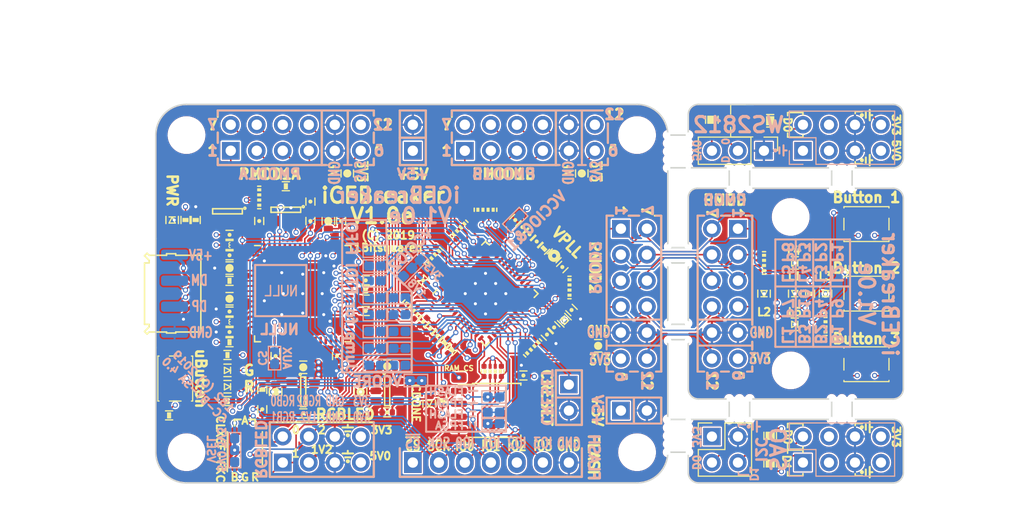
<source format=kicad_pcb>
(kicad_pcb (version 20221018) (generator pcbnew)
  (title_block (title "iCEBreaker") (rev "V1.0d") (company "1BitSquared") (comment 1 "(C) 2019 Piotr Esden-Tempski <piotr@1bitsquared.com>") (comment 2 "(C) 2019 1BitSquared <info@1bitsquared.com>") (comment 3 "License: CC-BY-SA 4.0"))
  (layers (0 "F.Cu" signal) (1 "In1.Cu" signal) (2 "In2.Cu" signal) (31 "B.Cu" signal) (34 "B.Paste" user) (35 "F.Paste" user) (36 "B.SilkS" user "B.Silkscreen") (37 "F.SilkS" user "F.Silkscreen") (38 "B.Mask" user) (39 "F.Mask" user) (44 "Edge.Cuts" user))
  (net 0 "")
  (net 1 "/~{LEDG}")
  (net 2 "/xFIFO_~{WR}")
  (net 3 "+3V3")
  (net 4 "/iCE_SS_B")
  (net 5 "+1V2")
  (net 6 "/xFIFO_WKUP")
  (net 7 "/~{BUTTON}")
  (net 8 "/~{LEDR}")
  (net 9 "/xFIFO_~{RD}")
  (net 10 "/xFIFO_~{RXF}")
  (net 11 "/P2_4")
  (net 12 "/P2_9")
  (net 13 "/xFIFO_D7")
  (net 14 "/xFIFO_D6")
  (net 15 "/P2_3")
  (net 16 "/P2_8")
  (net 17 "/xFIFO_D5")
  (net 18 "/xFIFO_D4")
  (net 19 "/P2_2")
  (net 20 "/P2_7")
  (net 21 "/xFIFO_D3")
  (net 22 "/xFIFO_D2")
  (net 23 "/P2_1")
  (net 24 "/xFIFO_~{TXE}")
  (net 25 "/P2_10")
  (net 26 "GND")
  (net 27 "Net-(R6-Pad1)")
  (net 28 "Net-(R2-Pad1)")
  (net 29 "/FTDI_CLK")
  (net 30 "Net-(C3-Pad1)")
  (net 31 "+5V")
  (net 32 "Net-(C11-Pad1)")
  (net 33 "/iCE_SCK")
  (net 34 "Net-(C12-Pad1)")
  (net 35 "Net-(R8-Pad1)")
  (net 36 "Net-(C13-Pad1)")
  (net 37 "+1V8")
  (net 38 "Net-(R9-Pad1)")
  (net 39 "/iCE_CDONE")
  (net 40 "/iCE_CRESET")
  (net 41 "/P1B9")
  (net 42 "/P1B10")
  (net 43 "/P1B4")
  (net 44 "/P1A1")
  (net 45 "/P1A7")
  (net 46 "/P1A2")
  (net 47 "/P1A8")
  (net 48 "/P1A3")
  (net 49 "/P1A9")
  (net 50 "/P1A4")
  (net 51 "/P1A10")
  (net 52 "/P1B1")
  (net 53 "/P1B7")
  (net 54 "/P1B2")
  (net 55 "/P1B8")
  (net 56 "/P1B3")
  (net 57 "Net-(D6-PadA)")
  (net 58 "Net-(D9-PadA)")
  (net 59 "Net-(D7-PadA)")
  (net 60 "Net-(D10-PadA)")
  (net 61 "/shield")
  (net 62 "Net-(D8-PadA)")
  (net 63 "Net-(D1-PadA)")
  (net 64 "Net-(D4-PadA)")
  (net 65 "Net-(D5-PadA)")
  (net 66 "Net-(R2-Pad5)")
  (net 67 "Net-(R2-Pad3)")
  (net 68 "Net-(C39-Pad1)")
  (net 69 "/P1A1x")
  (net 70 "/P1A7x")
  (net 71 "/P1A2x")
  (net 72 "/P1A8x")
  (net 73 "/P2_4x")
  (net 74 "/P2_3x")
  (net 75 "/P2_2x")
  (net 76 "/P2_1x")
  (net 77 "/P1B7x")
  (net 78 "/P1B8x")
  (net 79 "/P1B9x")
  (net 80 "/P1B10x")
  (net 81 "/P2_10x")
  (net 82 "/P2_9x")
  (net 83 "/P2_8x")
  (net 84 "/P2_7x")
  (net 85 "/P1B1x")
  (net 86 "/P1B2x")
  (net 87 "/P1B3x")
  (net 88 "/P1B4x")
  (net 89 "/P1A10x")
  (net 90 "/P1A4x")
  (net 91 "/P1A9x")
  (net 92 "/P1A3x")
  (net 93 "/USB_DP")
  (net 94 "/USB_DM")
  (net 95 "/Tx_TTL|FIFO_D1")
  (net 96 "/Rx_TTL|FIFO_D0")
  (net 97 "/FLASH_MISO|IO1")
  (net 98 "/FLASH_MOSI|IO0")
  (net 99 "/FLASH_~{WP}|IO2")
  (net 100 "/FLASH_~{HLD}|~{RST}|IO3")
  (net 101 "/FLASH_CS")
  (net 102 "/xFIFO_D1")
  (net 103 "/xFIFO_D0")
  (net 104 "/VCCIO_2")
  (net 105 "/VCCIO_0|1")
  (net 106 "/VCCPLL")
  (net 107 "/VCORE")
  (net 108 "/xiCE_CRESET")
  (net 109 "/iCE_SO")
  (net 110 "/iCE_SI")
  (net 111 "/SPI_CS")
  (net 112 "Net-(D11-Pad4)")
  (net 113 "Net-(R2-Pad8)")
  (net 114 "/ET_3V3")
  (net 115 "/ET_5V")
  (net 116 "/ET_GND")
  (net 117 "/EB_3V3")
  (net 118 "/EB_OD1")
  (net 119 "/EB_GND")
  (net 120 "/~{LED_RGB2}")
  (net 121 "/~{LED_RGB1}")
  (net 122 "/~{LED_RGB0}")
  (net 123 "/VPP_2V5")
  (net 124 "/ET_OD0")
  (net 125 "/EB_OD0")
  (net 126 "/ET_O0")
  (footprint "Pin_Headers:Pin_Header_Straight_2x01" (layer "F.Cu") (at 75.42 58.93)
    (fp_text reference "J27")
    (fp_text value "5V AUX")
  )
  (footprint "pkl_connectors:Connector_USB_Micro_B_SMD" (layer "F.Cu") (at 31.5 47.5 180)
    (fp_text reference "P1")
    (fp_text value "pkl_USB_OTG" hide)
  )
  (footprint "pkl_housings_soic:SOIC-8_5.3x5.3mm_Pitch1.27mm" (layer "F.Cu") (at 63 58.9)
    (fp_text reference "U5")
    (fp_text value "W25Q128JV-DTR")
  )
  (footprint "pkl_dipol:C_0402" (layer "F.Cu") (at 66.5 41.7 45)
    (fp_text reference "C25")
    (fp_text value "100n")
  )
  (footprint "pkl_dipol:C_0402" (layer "F.Cu") (at 40.4 58.8 -90)
    (fp_text reference "C39")
    (fp_text value "1u")
  )
  (footprint "pkl_dipol:C_0402" (layer "F.Cu") (at 56.125001 50.2322 -135)
    (fp_text reference "C38")
    (fp_text value "10n")
  )
  (footprint "Mounting_Holes:MountingHole_3-5mm" (layer "F.Cu") (at 77 32)
    (fp_text reference "REF**" hide)
    (fp_text value "MH3" hide)
  )
  (footprint "Mounting_Holes:MountingHole_3-5mm" (layer "F.Cu") (at 33 63)
    (fp_text reference "REF**" hide)
    (fp_text value "MH3" hide)
  )
  (footprint "Mounting_Holes:MountingHole_3-5mm" (layer "F.Cu") (at 77 63)
    (fp_text reference "REF**" hide)
    (fp_text value "MH3" hide)
  )
  (footprint "pkl_dipol:C_0402" (layer "F.Cu") (at 37.2 49.25 180)
    (fp_text reference "C13")
    (fp_text value "100n")
  )
  (footprint "Pin_Headers:Pin_Header_Straight_2x04" (layer "F.Cu") (at 42.4 64.01 90)
    (fp_text reference "J25")
    (fp_text value "RGB Led")
  )
  (footprint "Mounting_Holes:MountingHole_3-5mm" (layer "F.Cu") (at 33 32)
    (fp_text reference "REF**" hide)
    (fp_text value "MH3" hide)
  )
  (footprint "Socket_Strips:Socket_Strip_Angled_2x06" (layer "F.Cu") (at 72.88 33.53 180)
    (fp_text reference "J22")
    (fp_text value "PMOD")
  )
  (footprint "pkl_dipol:R_0402" (layer "F.Cu") (at 93.9 47.5 90)
    (fp_text reference "R18")
    (fp_text value "330E")
  )
  (footprint "pkl_dipol:R_Array_Convex_4x0402" (layer "F.Cu") (at 89.4 44.5 180)
    (fp_text reference "R17")
    (fp_text value "330E")
  )
  (footprint "Mounting_Holes:MountingHole_3-5mm" (layer "F.Cu") (at 92 55)
    (fp_text reference "REF**" hide)
    (fp_text value "MH3" hide)
  )
  (footprint "pkl_dipol:R_Array_Convex_4x0402" (layer "F.Cu") (at 95.4 50.5)
    (fp_text reference "R16")
    (fp_text value "10k")
  )
  (footprint "Pin_Headers:Pin_Header_Straight_2x06" (layer "F.Cu") (at 86.85 53.85 180)
    (fp_text reference "J24")
    (fp_text value "PMOD")
  )
  (footprint "pkl_dipol:D_0603" (layer "F.Cu") (at 89.4 47.5 90)
    (fp_text reference "D6")
    (fp_text value "GRN")
  )
  (footprint "pkl_dipol:D_0603" (layer "F.Cu") (at 95.4 47.5 90)
    (fp_text reference "D10")
    (fp_text value "GRN")
  )
  (footprint "Mounting_Holes:MountingHole_3-5mm" (layer "F.Cu") (at 92 40)
    (fp_text reference "REF**" hide)
    (fp_text value "MH3" hide)
  )
  (footprint "pkl_dipol:D_0603" (layer "F.Cu") (at 92.4 44.5 180)
    (fp_text reference "D7")
    (fp_text value "GRN")
  )
  (footprint "pkl_dipol:D_0603" (layer "F.Cu") (at 92.4 47.5 90)
    (fp_text reference "D8")
    (fp_text value "RED")
  )
  (footprint "pkl_dipol:D_0603" (layer "F.Cu") (at 92.4 50.5 180)
    (fp_text reference "D9")
    (fp_text value "GRN")
  )
  (footprint "pkl_dipol:C_0402" (layer "F.Cu") (at 40.1 40.4 90)
    (fp_text reference "C17")
    (fp_text value "100n")
  )
  (footprint "pkl_dipol:C_0402" (layer "F.Cu") (at 45.1 40.4 90)
    (fp_text reference "C21")
    (fp_text value "100n")
  )
  (footprint "pkl_dipol:C_0402" (layer "F.Cu") (at 47.7 53.6 -90)
    (fp_text reference "C19")
    (fp_text value "100n")
  )
  (footprint "pkl_dipol:R_Array_Convex_4x0402" (layer "F.Cu") (at 40.1 38.1 180)
    (fp_text reference "R2")
    (fp_text value "10k")
  )
  (footprint "pkl_dipol:C_0402" (layer "F.Cu") (at 37.2 41.75)
    (fp_text reference "C4")
    (fp_text value "100n")
  )
  (footprint "pkl_housings_dfn_qfn:QFN-64-4.45mm1EP_9x9mm_Pitch0.5mm" (layer "F.Cu") (at 44.35 47.5)
    (fp_text reference "U4")
    (fp_text value "FT2232H")
  )
  (footprint "pkl_dipol:C_0402" (layer "F.Cu") (at 48.1 40.4 90)
    (fp_text reference "C10")
    (fp_text value "100n")
  )
  (footprint "pkl_housings_sot:SOT-23-5" (layer "F.Cu") (at 52.6 57 180)
    (fp_text reference "U3")
    (fp_text value "1V2")
  )
  (footprint "pkl_dipol:C_0402" (layer "F.Cu") (at 41.7 53.6 -90)
    (fp_text reference "C18")
    (fp_text value "100n")
  )
  (footprint "pkl_dipol:C_0603" (layer "F.Cu") (at 44.4 54.7 180)
    (fp_text reference "C5")
    (fp_text value "4u7")
  )
  (footprint "pkl_dipol:R_0402" (layer "F.Cu") (at 40.4 56.9 -90)
    (fp_text reference "R3")
    (fp_text value "10k")
  )
  (footprint "pkl_dipol:C_0603" (layer "F.Cu") (at 41.7 57.1 -90)
    (fp_text reference "C2")
    (fp_text value "4u7")
  )
  (footprint "pkl_dipol:R_0402" (layer "F.Cu") (at 37 53.5)
    (fp_text reference "R14")
    (fp_text value "330E")
  )
  (footprint "pkl_dipol:R_0402" (layer "F.Cu") (at 31.3 59.4 180)
    (fp_text reference "R13")
    (fp_text value "10k")
  )
  (footprint "pkl_dipol:R_0402" (layer "F.Cu") (at 37.2 52.25 180)
    (fp_text reference "R9")
    (fp_text value "10k")
  )
  (footprint "pkl_dipol:C_0402" (layer "F.Cu") (at 37.2 51.25 180)
    (fp_text reference "C14")
    (fp_text value "100n")
  )
  (footprint "pkl_dipol:L_0402" (layer "F.Cu") (at 37.2 50.25)
    (fp_text reference "L1")
    (fp_text value "600")
  )
  (footprint "pkl_dipol:L_0402" (layer "F.Cu") (at 37.2 42.75)
    (fp_text reference "L2")
    (fp_text value "600")
  )
  (footprint "pkl_dipol:C_0402" (layer "F.Cu") (at 37.2 43.75 180)
    (fp_text reference "C12")
    (fp_text value "100n")
  )
  (footprint "pkl_dipol:R_0402" (layer "F.Cu") (at 58.2 52.3 45)
    (fp_text reference "R19")
    (fp_text value "10k")
  )
  (footprint "pkl_dipol:C_0402" (layer "F.Cu") (at 57.5 51.6 -135)
    (fp_text reference "C36")
    (fp_text value "1u")
  )
  (footprint "pkl_dipol:C_0402" (layer "F.Cu") (at 56.8 50.9 -135)
    (fp_text reference "C37")
    (fp_text value "100n")
  )
  (footprint "pkl_dipol:C_0402" (layer "F.Cu") (at 56.1 46.2 -45)
    (fp_text reference "C27")
    (fp_text value "100n")
  )
  (footprint "pkl_dipol:C_0402" (layer "F.Cu") (at 68.9 50.8 135)
    (fp_text reference "C29")
    (fp_text value "100n")
  )
  (footprint "pkl_dipol:C_0402" (layer "F.Cu") (at 69.7 44.9 45)
    (fp_text reference "C26")
    (fp_text value "100n")
  )
  (footprint "pkl_dipol:C_0603" (layer "F.Cu") (at 68.9 43.8 45)
    (fp_text reference "C24")
    (fp_text value "10u")
  )
  (footprint "pkl_dipol:C_0402" (layer "F.Cu") (at 67.2 42.4 45)
    (fp_text reference "C28")
    (fp_text value "10n")
  )
  (footprint "pkl_housings_sot:SOT-23-6" (layer "F.Cu") (at 42.7 39.3 90)
    (fp_text reference "U1")
    (fp_text value "93C46B-SOT-23-6")
  )
  (footprint "pkl_housings_sot:SOT-23-5" (layer "F.Cu") (at 44.4 57.1 180)
    (fp_text reference "U2")
    (fp_text value "3.3V")
  )
  (footprint "pkl_housings_dfn_qfn:QFN-48-1EP_7x7mm_Pitch0.5mm" (layer "F.Cu") (at 62.2 47.5 45)
    (fp_text reference "U6")
    (fp_text value "ICE40UP5K-SG48")
  )
  (footprint "pkl_dipol:R_0402" (layer "F.Cu") (at 42.7 37)
    (fp_text reference "R6")
    (fp_text value "2k2")
  )
  (footprint "pkl_dipol:R_0402" (layer "F.Cu") (at 37.2 46.25 180)
    (fp_text reference "R8")
    (fp_text value "12k")
  )
  (footprint "pkl_dipol:R_0402" (layer "F.Cu") (at 67.9 43.1 45)
    (fp_text reference "R10")
    (fp_text value "100E")
  )
  (footprint "pkl_dipol:R_0402" (layer "F.Cu") (at 58 57.95 90)
    (fp_text reference "R12")
    (fp_text value "2k2")
  )
  (footprint "pkl_dipol:R_0402" (layer "F.Cu") (at 37 58)
    (fp_text reference "R15")
    (fp_text value "330E")
  )
  (footprint "pkl_dipol:D_0603" (layer "F.Cu") (at 56.7 58.25 90)
    (fp_text reference "D3")
    (fp_text value "BLU")
  )
  (footprint "pkl_dipol:D_0603" (layer "F.Cu") (at 37 55 180)
    (fp_text reference "D4")
    (fp_text value "GRN")
  )
  (footprint "pkl_dipol:D_0603" (layer "F.Cu") (at 37 56.6 180)
    (fp_text reference "D5")
    (fp_text value "RED")
  )
  (footprint "pkl_dipol:C_0603" (layer "F.Cu") (at 52.6 54.6 180)
    (fp_text reference "C15")
    (fp_text value "4u7")
  )
  (footprint "pkl_dipol:C_0603" (layer "F.Cu") (at 50 57.1 -90)
    (fp_text reference "C8")
    (fp_text value "4u7")
  )
  (footprint "pkl_dipol:C_0402" (layer "F.Cu") (at 65.9 55.5 180)
    (fp_text reference "C22")
    (fp_text value "100n")
  )
  (footprint "pkl_dipol:C_0402" (layer "F.Cu") (at 50.5 46.2)
    (fp_text reference "C20")
    (fp_text value "100n")
  )
  (footprint "pkl_dipol:C_0402" (layer "F.Cu") (at 52.6 59.1 180)
    (fp_text reference "C11")
    (fp_text value "10n")
  )
  (footprint "pkl_dipol:C_0402" (layer "F.Cu") (at 50.5 49.2)
    (fp_text reference "C16")
    (fp_text value "100n")
  )
  (footprint "pkl_dipol:C_0402" (layer "F.Cu") (at 65.1 40.3 45)
    (fp_text reference "C30")
    (fp_text value "100n")
  )
  (footprint "pkl_dipol:C_0402" (layer "F.Cu") (at 68.2 51.5 -45)
    (fp_text reference "C31")
    (fp_text value "100n")
  )
  (footprint "pkl_dipol:C_0402" (layer "F.Cu") (at 45.1 38.5 90)
    (fp_text reference "C1")
    (fp_text value "100n")
  )
  (footprint "pkl_dipol:C_0402" (layer "F.Cu") (at 44.4 59.2 180)
    (fp_text reference "C3")
    (fp_text value "10n")
  )
  (footprint "pkl_dipol:C_0402" (layer "F.Cu") (at 65.8 41 45)
    (fp_text reference "C23")
    (fp_text value "1u")
  )
  (footprint "Socket_Strips:Socket_Strip_Straight_2x06" (layer "F.Cu") (at 75.42 53.85 90)
    (fp_text reference "J23")
    (fp_text value "PMOD")
  )
  (footprint "Pin_Headers:Pin_Header_Straight_2x01" (layer "F.Cu") (at 55.1 33.53 90)
    (fp_text reference "J26")
    (fp_text value "5V AUX")
  )
  (footprint "Pin_Headers:Pin_Header_Straight_1x07" (layer "F.Cu") (at 55.1 64.01 90)
    (fp_text reference "J20")
    (fp_text value "Flash")
  )
  (footprint "pkl_dipol:C_0402" (layer "F.Cu") (at 70.6 49.1 -45)
    (fp_text reference "C35")
    (fp_text value "DNP")
  )
  (footprint "pkl_housings_sot:SOT-23-5" (layer "F.Cu") (at 37 39.45 90)
    (fp_text reference "U7")
    (fp_text value "12MHz")
  )
  (footprint "pkl_dipol:C_0603" (layer "F.Cu") (at 37.2 48 180)
    (fp_text reference "C9")
    (fp_text value "4u7")
  )
  (footprint "pkl_dipol:C_0603" (layer "F.Cu") (at 37.2 45 180)
    (fp_text reference "C6")
    (fp_text value "4u7")
  )
  (footprint "pkl_dipol:R_0402" (layer "F.Cu") (at 33.9 40.3 -90)
    (fp_text reference "R1")
    (fp_text value "1M")
  )
  (footprint "pkl_dipol:R_0402" (layer "F.Cu") (at 32.9 40.3 -90)
    (fp_text reference "R5")
    (fp_text value "330E")
  )
  (footprint "pkl_dipol:C_0603" (layer "F.Cu") (at 46.85 40.4 90)
    (fp_text reference "C7")
    (fp_text value "4u7")
  )
  (footprint "pkl_dipol:R_Array_Convex_4x0402" (layer "F.Cu") (at 70.4 46.9)
    (fp_text reference "R4")
    (fp_text value "33E")
  )
  (footprint "pkl_dipol:R_Array_Convex_4x0402" (layer "F.Cu") (at 62.2 39.3 90)
    (fp_text reference "R24")
    (fp_text value "33E")
  )
  (footprint "pkl_dipol:R_Array_Convex_4x0402" (layer "F.Cu") (at 59.6 41.2 135)
    (fp_text reference "R21")
    (fp_text value "33E")
  )
  (footprint "pkl_dipol:R_Array_Convex_4x0402" (layer "F.Cu") (at 57.105546 43.866206 135)
    (fp_text reference "R23")
    (fp_text value "33E")
  )
  (footprint "pkl_dipol:R_Array_Convex_4x0402" (layer "F.Cu") (at 55 49 -135)
    (fp_text reference "R20")
    (fp_text value "33E")
  )
  (footprint "pkl_dipol:R_0402" (layer "F.Cu") (at 50.5 47.2)
    (fp_text reference "R25")
    (fp_text value "10k")
  )
  (footprint "pkl_dipol:R_0402" (layer "F.Cu") (at 58.9 53 -135)
    (fp_text reference "R26")
    (fp_text value "2k2")
  )
  (footprint "Connector_PinHeader_2.54mm:PinHeader_2x01_P2.54mm_Vertical" (layer "F.Cu") (at 70.34 56.39 -90)
    (fp_text reference "J28")
    (fp_text value "CRESET")
  )
  (footprint "pkl_dipol:R_Array_Convex_4x0402" (layer "F.Cu") (at 62.9 55.1 -90)
    (fp_text reference "R11")
    (fp_text value "10k")
  )
  (footprint "pkl_dipol:C_0603" (layer "F.Cu") (at 71.6 35.75 90)
    (fp_text reference "C33")
    (fp_text value "DNP")
  )
  (footprint "pkl_dipol:C_0603" (layer "F.Cu") (at 48.7 35.75 90)
    (fp_text reference "C32")
    (fp_text value "DNP")
  )
  (footprint "Socket_Strips:Socket_Strip_Angled_2x06" (layer "F.Cu") (at 50.02 33.53 180)
    (fp_text reference "J21")
    (fp_text value "PMOD")
  )
  (footprint "pkl_dipol:C_0603" (layer "F.Cu") (at 73.2 52.6)
    (fp_text reference "C34")
    (fp_text value "DNP")
  )
  (footprint "pkl_buttons_switches:SW_SPST_3x4x2.5" (layer "F.Cu") (at 31.9 55.8 -90)
    (fp_text reference "SW1")
    (fp_text value "TACT")
  )
  (footprint "pkl_buttons_switches:SW_SPST_3x4x2.5" (layer "F.Cu") (at 99.4 54.4)
    (fp_text reference "SW4")
    (fp_text value "TACT")
  )
  (footprint "pkl_buttons_switches:SW_SPST_3x4x2.5" (layer "F.Cu") (at 99.4 47.5)
    (fp_text reference "SW3")
    (fp_text value "TACT")
  )
  (footprint "pkl_buttons_switches:SW_SPST_3x4x2.5" (layer "F.Cu") (at 99.4 40.7)
    (fp_text reference "SW2")
    (fp_text value "TACT")
  )
  (footprint "pkl_pads:PAD_SMD_1x1.5" (layer "F.Cu") (at 59.6 55.7)
    (fp_text reference "P6")
    (fp_text value "RAM_CS")
  )
  (footprint "pkl_mechanical:Drill_0.5mm" (layer "F.Cu") (at 86 57.8)
    (fp_text reference "REF**" hide)
    (fp_text value "D05" hide)
  )
  (footprint "pkl_mechanical:Drill_0.5mm" (layer "F.Cu") (at 87 57.8)
    (fp_text reference "REF**" hide)
    (fp_text value "D05" hide)
  )
  (footprint "pkl_mechanical:Drill_0.5mm" (layer "F.Cu") (at 88 57.8)
    (fp_text reference "REF**" hide)
    (fp_text value "D05" hide)
  )
  (footprint "pkl_mechanical:Drill_0.5mm" (layer "F.Cu") (at 88 59.8)
    (fp_text reference "REF**" hide)
    (fp_text value "D05" hide)
  )
  (footprint "pkl_mechanical:Drill_0.5mm" (layer "F.Cu") (at 87 59.8)
    (fp_text reference "REF**" hide)
    (fp_text value "D05" hide)
  )
  (footprint "pkl_mechanical:Drill_0.5mm" (layer "F.Cu") (at 96 57.8)
    (fp_text reference "REF**" hide)
    (fp_text value "D05" hide)
  )
  (footprint "pkl_mechanical:Drill_0.5mm" (layer "F.Cu") (at 98 57.8)
    (fp_text reference "REF**" hide)
    (fp_text value "D05" hide)
  )
  (footprint "pkl_mechanical:Drill_0.5mm" (layer "F.Cu") (at 97 57.8)
    (fp_text reference "REF**" hide)
    (fp_text value "D05" hide)
  )
  (footprint "pkl_mechanical:Drill_0.5mm" (layer "F.Cu") (at 96 59.8)
    (fp_text reference "REF**" hide)
    (fp_text value "D05" hide)
  )
  (footprint "pkl_mechanical:Drill_0.5mm" (layer "F.Cu") (at 97 59.8)
    (fp_text reference "REF**" hide)
    (fp_text value "D05" hide)
  )
  (footprint "pkl_mechanical:Drill_0.5mm" (layer "F.Cu") (at 98 59.8)
    (fp_text reference "REF**" hide)
    (fp_text value "D05" hide)
  )
  (footprint "pkl_mechanical:Drill_0.5mm" (layer "F.Cu") (at 97 35.2)
    (fp_text reference "REF**" hide)
    (fp_text value "D05" hide)
  )
  (footprint "pkl_mechanical:Drill_0.5mm" (layer "F.Cu") (at 96 35.2)
    (fp_text reference "REF**" hide)
    (fp_text value "D05" hide)
  )
  (footprint "pkl_mechanical:Drill_0.5mm" (layer "F.Cu") (at 98 37.2)
    (fp_text reference "REF**" hide)
    (fp_text value "D05" hide)
  )
  (footprint "pkl_mechanical:Drill_0.5mm" (layer "F.Cu") (at 97 37.2)
    (fp_text reference "REF**" hide)
    (fp_text value "D05" hide)
  )
  (footprint "pkl_mechanical:Drill_0.5mm" (layer "F.Cu") (at 98 35.2)
    (fp_text reference "REF**" hide)
    (fp_text value "D05" hide)
  )
  (footprint "pkl_mechanical:Drill_0.5mm" (layer "F.Cu") (at 96 37.2)
    (fp_text reference "REF**" hide)
    (fp_text value "D05" hide)
  )
  (footprint "pkl_mechanical:Drill_0.5mm" (layer "F.Cu") (at 87 37.2)
    (fp_text reference "REF**" hide)
    (fp_text value "D05" hide)
  )
  (footprint "pkl_mechanical:Drill_0.5mm" (layer "F.Cu") (at 88 37.2)
    (fp_text reference "REF**" hide)
    (fp_text value "D05" hide)
  )
  (footprint "pkl_mechanical:Drill_0.5mm" (layer "F.Cu") (at 86 35.2)
    (fp_text reference "REF**" hide)
    (fp_text value "D05" hide)
  )
  (footprint "pkl_mechanical:Drill_0.5mm" (layer "F.Cu") (at 88 35.2)
    (fp_text reference "REF**" hide)
    (fp_text value "D05" hide)
  )
  (footprint "pkl_mechanical:Drill_0.5mm" (layer "F.Cu") (at 86 37.2)
    (fp_text reference "REF**" hide)
    (fp_text value "D05" hide)
  )
  (footprint "pkl_mechanical:Drill_0.5mm" (layer "F.Cu") (at 87 35.2)
    (fp_text reference "REF**" hide)
    (fp_text value "D05" hide)
  )
  (footprint "pkl_mechanical:Drill_0.5mm" (layer "F.Cu") (at 82 35.2)
    (fp_text reference "REF**" hide)
    (fp_text value "D05" hide)
  )
  (footprint "pkl_mechanical:Drill_0.5mm" (layer "F.Cu") (at 82 32)
    (fp_text reference "REF**" hide)
    (fp_text value "D05" hide)
  )
  (footprint "pkl_mechanical:Drill_0.5mm" (layer "F.Cu") (at 82 33.6)
    (fp_text reference "REF**" hide)
    (fp_text value "D05" hide)
  )
  (footprint "pkl_mechanical:Drill_0.5mm" (layer "F.Cu") (at 80 33.6)
    (fp_text reference "REF**" hide)
    (fp_text value "D05" hide)
  )
  (footprint "pkl_mechanical:Drill_0.5mm" (layer "F.Cu") (at 80 32)
    (fp_text reference "REF**" hide)
    (fp_text value "D05" hide)
  )
  (footprint "pkl_mechanical:Drill_0.5mm" (layer "F.Cu") (at 80 35.2)
    (fp_text reference "REF**" hide)
    (fp_text value "D05" hide)
  )
  (footprint "pkl_mechanical:Drill_0.5mm" (layer "F.Cu") (at 80 34.4)
    (fp_text reference "REF**" hide)
    (fp_text value "D05" hide)
  )
  (footprint "pkl_mechanical:Drill_0.5mm" (layer "F.Cu") (at 80 32.8)
    (fp_text reference "REF**" hide)
    (fp_text value "D05" hide)
  )
  (footprint "pkl_mechanical:Drill_0.5mm" (layer "F.Cu") (at 82 32.8)
    (fp_text reference "REF**" hide)
    (fp_text value "D05" hide)
  )
  (footprint "pkl_mechanical:Drill_0.5mm" (layer "F.Cu") (at 82 34.4)
    (fp_text reference "REF**" hide)
    (fp_text value "D05" hide)
  )
  (footprint "pkl_mechanical:Drill_0.5mm" (layer "F.Cu") (at 82 63)
    (fp_text reference "REF**" hide)
    (fp_text value "D05" hide)
  )
  (footprint "pkl_mechanical:Drill_0.5mm" (layer "F.Cu") (at 82 62.2)
    (fp_text reference "REF**" hide)
    (fp_text value "D05" hide)
  )
  (footprint "pkl_mechanical:Drill_0.5mm" (layer "F.Cu") (at 80 61.4)
    (fp_text reference "REF**" hide)
    (fp_text value "D05" hide)
  )
  (footprint "pkl_mechanical:Drill_0.5mm" (layer "F.Cu") (at 80 59.8)
    (fp_text reference "REF**" hide)
    (fp_text value "D05" hide)
  )
  (footprint "pkl_mechanical:Drill_0.5mm" (layer "F.Cu") (at 80 60.6)
    (fp_text reference "REF**" hide)
    (fp_text value "D05" hide)
  )
  (footprint "pkl_mechanical:Drill_0.5mm" (layer "F.Cu") (at 80 63)
    (fp_text reference "REF**" hide)
    (fp_text value "D05" hide)
  )
  (footprint "pkl_mechanical:Drill_0.5mm" (layer "F.Cu") (at 82 61.4)
    (fp_text reference "REF**" hide)
    (fp_text value "D05" hide)
  )
  (footprint "pkl_mechanical:Drill_0.5mm" (layer "F.Cu") (at 82 59.8)
    (fp_text reference "REF**" hide)
    (fp_text value "D05" hide)
  )
  (footprint "pkl_mechanical:Drill_0.5mm" (layer "F.Cu") (at 82 60.6)
    (fp_text reference "REF**" hide)
    (fp_text value "D05" hide)
  )
  (footprint "pkl_mechanical:Drill_0.5mm" (layer "F.Cu") (at 80 62.2)
    (fp_text reference "REF**" hide)
    (fp_text value "D05" hide)
  )
  (footprint "pkl_mechanical:Drill_0.5mm" (layer "F.Cu") (at 81.9 52.1)
    (fp_text reference "REF**" hide)
    (fp_text value "D05" hide)
  )
  (footprint "pkl_mechanical:Drill_0.5mm" (layer "F.Cu") (at 80.1 52.1)
    (fp_text reference "REF**" hide)
    (fp_text value "D05" hide)
  )
  (footprint "pkl_mechanical:Drill_0.5mm" (layer "F.Cu") (at 80.1 50.4)
    (fp_text reference "REF**" hide)
    (fp_text value "D05" hide)
  )
  (footprint "pkl_mechanical:Drill_0.5mm" (layer "F.Cu") (at 81.9 50.4)
    (fp_text reference "REF**" hide)
    (fp_text value "D05" hide)
  )
  (footprint "pkl_mechanical:Drill_0.5mm" (layer "F.Cu") (at 81.9 44.6)
    (fp_text reference "REF**" hide)
    (fp_text value "D05" hide)
  )
  (footprint "pkl_mechanical:Drill_0.5mm" (layer "F.Cu") (at 80.1 44.6)
    (fp_text reference "REF**" hide)
    (fp_text value "D05" hide)
  )
  (footprint "pkl_mechanical:Drill_0.5mm" (layer "F.Cu") (at 80.1 42.9)
    (fp_text reference "REF**" hide)
    (fp_text value "D05" hide)
  )
  (footprint "pkl_mechanical:Drill_0.5mm" (layer "F.Cu") (at 81.9 42.9)
    (fp_text reference "REF**" hide)
    (fp_text value "D05" hide)
  )
  (footprint "pkl_led:LED_Cree_PLCC6_3.4x3.4mm" (layer "F.Cu") (at 38.7 62.7 90)
    (fp_text reference "D11")
    (fp_text value "LED_RGB")
  )
  (footprint "pkl_dipol:R_0603" (layer "F.Cu") (at 84.3 30.5 90)
    (fp_text reference "R27")
    (fp_text value "10k")
  )
  (footprint "Package_TO_SOT_SMD:SOT-23" (layer "F.Cu") (at 86.9 30.6 180)
    (fp_text reference "Q1")
    (fp_text value "BSS138")
  )
  (footprint "Connector_PinHeader_2.54mm:PinHeader_1x03_P2.54mm_Vertical" (layer "F.Cu") (at 89.39 33.53 -90)
    (fp_text reference "J32")
    (fp_text value "WS2812")
  )
  (footprint "pkl_dipol:R_0603" (layer "F.Cu") (at 90 64.1 -90)
    (fp_text reference "R29")
    (fp_text value "10k")
  )
  (footprint "pkl_dipol:R_0603" (layer "F.Cu") (at 90 61.4 90)
    (fp_text reference "R28")
    (fp_text value "10k")
  )
  (footprint "Connector_PinSocket_2.54mm:PinSocket_2x02_P2.54mm_Vertical" (layer "F.Cu") (at 84.31 61.47 90)
    (fp_text reference "J34")
    (fp_text value "SADD")
  )
  (footprint "pkl_dipol:R_0603" (layer "F.Cu") (at 90 30.6 180)
    (fp_text reference "R7")
    (fp_text value "10k")
  )
  (footprint "pkl_mechanical:Drill_0.5mm" (layer "F.Cu") (at 86 59.8)
    (fp_text reference "REF**" hide)
    (fp_text value "D05" hide)
  )
  (footprint "pkl_dipol:D_0603" (layer "F.Cu") (at 31.6 40.3 -90)
    (fp_text reference "D1")
    (fp_text value "GRN")
  )
  (footprint "pkl_dipol:R_Array_Convex_4x0402" (layer "F.Cu") (at 66.8 52.8 -45)
    (fp_text reference "R22")
    (fp_text value "33E")
  )
  (footprint "pkl_dipol:D_SOD-523" (layer "F.Cu") (at 69.9 50.1 -45)
    (fp_text reference "D2")
    (fp_text value "~800mVf")
  )
  (footprint "pkl_jumpers:J_0603" (layer "B.Cu") (at 53.8 47.9)
    (fp_text reference "J7")
    (fp_text value "Jumper" hide)
  )
  (footprint "pkl_jumpers:J_0603" (layer "B.Cu") (at 51.4 49.55)
    (fp_text reference "J6")
    (fp_text value "Jumper" hide)
  )
  (footprint "pkl_jumpers:J_0603" (layer "B.Cu") (at 51.4 43.35)
    (fp_text reference "J12")
    (fp_text value "Jumper" hide)
  )
  (footprint "pkl_jumpers:J_0603" (layer "B.Cu") (at 51.4 54.5)
    (fp_text reference "J11")
    (fp_text value "Jumper" hide)
  )
  (footprint "pkl_jumpers:J_0603" (layer "B.Cu") (at 53.8 49.55)
    (fp_text reference "J5")
    (fp_text value "Jumper" hide)
  )
  (footprint "pkl_jumpers:J_0603" (layer "B.Cu") (at 51.4 44.8)
    (fp_text reference "J10")
    (fp_text value "Jumper" hide)
  )
  (footprint "pkl_jumpers:J_0603" (layer "B.Cu") (at 51.4 47.9)
    (fp_text reference "J8")
    (fp_text value "Jumper" hide)
  )
  (footprint "pkl_jumpers:J_0603" (layer "B.Cu") (at 53.8 54.5)
    (fp_text reference "J13")
    (fp_text value "Jumper" hide)
  )
  (footprint "pkl_jumpers:J_0603" (layer "B.Cu") (at 51.4 46.25)
    (fp_text reference "J9")
    (fp_text value "Jumper" hide)
  )
  (footprint "pkl_logos:null_Logo_SilkS_5mm" (layer "B.Cu") (at 42.2 47.2 180)
    (fp_text reference "REF**" hide)
    (fp_text value "null_Logo_SilkS_5mm" hide)
  )
  (footprint "pkl_jumpers:J_0603" (layer "B.Cu") (at 53.8 51.2)
    (fp_text reference "J3")
    (fp_text value "Jumper" hide)
  )
  (footprint "pkl_jumpers:J_0603" (layer "B.Cu") (at 51.4 51.2)
    (fp_text reference "J4")
    (fp_text value "Jumper" hide)
  )
  (footprint "pkl_pads:PAD_SMD_1x2.65" (layer "B.Cu") (at 31.84 48.77)
    (fp_text reference "P4" hide)
    (fp_text value "UP" hide)
  )
  (footprint "pkl_pads:PAD_SMD_1x2.65" (layer "B.Cu") (at 31.84 46.23)
    (fp_text reference "P3" hide)
    (fp_text value "UP" hide)
  )
  (footprint "pkl_pads:PAD_SMD_1x2.65" (layer "B.Cu") (at 31.84 51.31)
    (fp_text reference "P5" hide)
    (fp_text value "UP" hide)
  )
  (footprint "pkl_pads:PAD_SMD_1x2.65" (layer "B.Cu") (at 31.84 43.69)
    (fp_text reference "P2" hide)
    (fp_text value "UP" hide)
  )
  (footprint "pkl_jumpers:J_NC_0603_30" (layer "B.Cu") (at 55.4 56 180)
    (fp_text reference "J14")
    (fp_text value "Jumper")
  )
  (footprint "pkl_jumpers:J_NC_0603_30" (layer "B.Cu") (at 65.1 40.3 45)
    (fp_text reference "J19")
    (fp_text value "Jumper")
  )
  (footprint "pkl_jumpers:J_NC_0603_15" (layer "B.Cu") (at 63 60.2 180)
    (fp_text reference "J15")
    (fp_text value "Jumper")
  )
  (footprint "pkl_jumpers:J_NC_0603_15" (layer "B.Cu") (at 63 57.6)
    (fp_text reference "J18")
    (fp_text value "Jumper")
  )
  (footprint "pkl_jumpers:J_NC_0603_15" (layer "B.Cu") (at 63 59.1 180)
    (fp_text reference "J16")
    (fp_text value "Jumper")
  )
  (footprint "pkl_jumpers:J_NC_0603_15" (layer "B.Cu") (at 51.4 52.85)
    (fp_text reference "J2")
    (fp_text value "Jumper")
  )
  (footprint "pkl_jumpers:J_NC_0603_15" (layer "B.Cu") (at 53.8 52.85)
    (fp_text reference "J1")
    (fp_text value "Jumper")
  )
  (footprint "pkl_jumpers:J_NCNO_0903_30" (layer "B.Cu") (at 55 45 -135)
    (fp_text reference "J17")
    (fp_text value "Jumper")
  )
  (footprint "pkl_jumpers:J_NC_0603_15" (layer "B.Cu") (at 41.6 53.8 -90)
    (fp_text reference "J29")
    (fp_text value "Jumper")
  )
  (footprint "pkl_jumpers:J_NCNO_0903_30" (layer "B.Cu") (at 37.7 62.8 -90)
    (fp_text reference "J30")
    (fp_text value "Jumper")
  )
  (footprint "Connector_PinSocket_2.54mm:PinSocket_2x04_P2.54mm_Vertical" (layer "B.Cu") (at 93.2 33.53 -90)
    (fp_text reference "J31")
    (fp_text value "RGB Led")
  )
  (footprint "Connector_PinSocket_2.54mm:PinSocket_2x04_P2.54mm_Vertical" (layer "B.Cu") (at 93.2 64.01 -90)
    (fp_text reference "J33")
    (fp_text value "RGB Led")
  )
  (gr_line (start 60.5 58.2) (end 61.4 58.2) (stroke (width 0.2)) (layer "B.SilkS"))
  (gr_line (start 36.05 31.752) (end 36.05 32.768) (stroke (width 0.2)) (layer "B.SilkS"))
  (gr_line (start 58.91 31.752) (end 58.91 32.768) (stroke (width 0.2)) (layer "B.SilkS"))
  (gr_line (start 69.07 29.593) (end 58.91 29.593) (stroke (width 0.2)) (layer "B.SilkS"))
  (gr_line (start 58.91 34.292) (end 58.91 34.927) (stroke (width 0.2)) (layer "B.SilkS"))
  (gr_line (start 69.07 29.593) (end 71.61 29.593) (stroke (width 0.2)) (layer "B.SilkS"))
  (gr_line (start 69.07 29.593) (end 69.07 34.927) (stroke (width 0.2)) (layer "B.SilkS"))
  (gr_line (start 71.61 29.593) (end 73.642 29.593) (stroke (width 0.2)) (layer "B.SilkS"))
  (gr_line (start 58.91 34.927) (end 69.451 34.927) (stroke (width 0.2)) (layer "B.SilkS"))
  (gr_line (start 74.15 30.863) (end 74.15 32.768) (stroke (width 0.2)) (layer "B.SilkS"))
  (gr_line (start 71.61 29.593) (end 71.61 34.927) (stroke (width 0.2)) (layer "B.SilkS"))
  (gr_line (start 73.642 34.927) (end 74.15 34.927) (stroke (width 0.2)) (layer "B.SilkS"))
  (gr_line (start 58.91 29.593) (end 58.91 30.101) (stroke (width 0.2)) (layer "B.SilkS"))
  (gr_line (start 53.83 34.927) (end 56.37 34.927) (stroke (width 0.2)) (layer "B.SilkS"))
  (gr_line (start 53.829999 29.593) (end 53.83 34.927) (stroke (width 0.2)) (layer "B.SilkS"))
  (gr_line (start 56.37 29.593) (end 56.37 34.927) (stroke (width 0.2)) (layer "B.SilkS"))
  (gr_line (start 53.829999 29.593) (end 56.37 29.593) (stroke (width 0.2)) (layer "B.SilkS"))
  (gr_line (start 74.023 57.66) (end 79.357 57.66) (stroke (width 0.2)) (layer "B.SilkS"))
  (gr_line (start 74.023 60.200001) (end 79.357 60.2) (stroke (width 0.2)) (layer "B.SilkS"))
  (gr_line (start 74.023 60.200001) (end 74.023 57.66) (stroke (width 0.2)) (layer "B.SilkS"))
  (gr_line (start 79.357 60.2) (end 79.357 57.66) (stroke (width 0.2)) (layer "B.SilkS"))
  (gr_line (start 79.357 50.04) (end 79.357 39.88) (stroke (width 0.2)) (layer "B.SilkS"))
  (gr_line (start 79.357 39.88) (end 78.849 39.88) (stroke (width 0.2)) (layer "B.SilkS"))
  (gr_line (start 74.658 39.88) (end 74.023 39.88) (stroke (width 0.2)) (layer "B.SilkS"))
  (gr_line (start 79.357 50.04) (end 74.023 50.04) (stroke (width 0.2)) (layer "B.SilkS"))
  (gr_line (start 77.198 39.88) (end 76.182 39.88) (stroke (width 0.2)) (layer "B.SilkS"))
  (gr_line (start 79.357 50.04) (end 79.357 52.58) (stroke (width 0.2)) (layer "B.SilkS"))
  (gr_line (start 74.023 39.88) (end 74.023 50.421) (stroke (width 0.2)) (layer "B.SilkS"))
  (gr_line (start 79.357 52.58) (end 74.023 52.58) (stroke (width 0.2)) (layer "B.SilkS"))
  (gr_line (start 79.357 52.58) (end 79.357 55.12) (stroke (width 0.2)) (layer "B.SilkS"))
  (gr_line (start 74.023 54.612) (end 74.023 55.12) (stroke (width 0.2)) (layer "B.SilkS"))
  (gr_line (start 71.610001 60.327) (end 69.07 60.327) (stroke (width 0.2)) (layer "B.SilkS"))
  (gr_line (start 71.610001 60.327) (end 71.61 54.993) (stroke (width 0.2)) (layer "B.SilkS"))
  (gr_line (start 69.07 57.66) (end 71.61 57.66) (stroke (width 0.2)) (layer "B.SilkS"))
  (gr_line (start 69.07 60.327) (end 69.069999 54.993) (stroke (width 0.2)) (layer "B.SilkS"))
  (gr_line (start 71.61 54.993) (end 69.069999 54.993) (stroke (width 0.2)) (layer "B.SilkS"))
  (gr_line (start 51.29 60.073) (end 51.29 65.407) (stroke (width 0.2)) (layer "B.SilkS"))
  (gr_line (start 41.13 65.407) (end 51.29 65.407) (stroke (width 0.2)) (layer "B.SilkS"))
  (gr_line (start 71.61 65.407) (end 71.61 62.613) (stroke (width 0.2)) (layer "B.SilkS"))
  (gr_line (start 53.83 65.407001) (end 53.83 62.613) (stroke (width 0.2)) (layer "B.SilkS"))
  (gr_line (start 71.61 65.407) (end 53.83 65.407001) (stroke (width 0.2)) (layer "B.SilkS"))
  (gr_line (start 88.247 39.88) (end 87.739 39.88) (stroke (width 0.2)) (layer "B.SilkS"))
  (gr_line (start 88.247 52.58) (end 82.913 52.58) (stroke (width 0.2)) (layer "B.SilkS"))
  (gr_line (start 88.247 50.04) (end 82.913 50.04) (stroke (width 0.2)) (layer "B.SilkS"))
  (gr_line (start 88.247 52.199) (end 88.247 52.961) (stroke (width 0.2)) (layer "B.SilkS"))
  (gr_line (start 82.913 55.12) (end 83.548 55.12) (stroke (width 0.2)) (layer "B.SilkS"))
  (gr_line (start 82.913 50.04) (end 82.913 39.88) (stroke (width 0.2)) (layer "B.SilkS"))
  (gr_line (start 88.247 54.612) (end 88.247 55.12) (stroke (width 0.2)) (layer "B.SilkS"))
  (gr_line (start 86.088 39.88) (end 85.199 39.88) (stroke (width 0.2)) (layer "B.SilkS"))
  (gr_line (start 83.548 39.88) (end 82.913 39.88) (stroke (width 0.2)) (layer "B.SilkS"))
  (gr_line (start 85.199 55.12) (end 85.961 55.12) (stroke (width 0.2)) (layer "B.SilkS"))
  (gr_line (start 82.913 50.04) (end 82.913 52.58) (stroke (width 0.2)) (layer "B.SilkS"))
  (gr_line (start 88.247 55.12) (end 87.739 55.12) (stroke (width 0.2)) (layer "B.SilkS"))
  (gr_line (start 82.913 52.58) (end 82.913 55.12) (stroke (width 0.2)) (layer "B.SilkS"))
  (gr_line (start 88.247 39.88) (end 88.247 50.548) (stroke (width 0.2)) (layer "B.SilkS"))
  (gr_line (start 88.7 60.999999) (end 88.7 60.000001) (stroke (width 0.2)) (layer "B.SilkS"))
  (gr_circle (center 87.900001 60.5) (end 87.900001 60.5) (stroke (width 0.2)) (fill none) (layer "B.SilkS"))
  (gr_line (start 88.3 60.8) (end 88.3 60.2) (stroke (width 0.2)) (layer "B.SilkS"))
  (gr_line (start 88.7 60.500001) (end 89 60.5) (stroke (width 0.2)) (layer "B.SilkS"))
  (gr_line (start 91.3 33.500001) (end 91.6 33.5) (stroke (width 0.2)) (layer "B.SilkS"))
  (gr_line (start 90.9 33.8) (end 90.9 33.2) (stroke (width 0.2)) (layer "B.SilkS"))
  (gr_circle (center 90.500001 33.5) (end 90.500001 33.5) (stroke (width 0.2)) (fill none) (layer "B.SilkS"))
  (gr_line (start 91.3 33.999999) (end 91.3 33.000001) (stroke (width 0.2)) (layer "B.SilkS"))
  (gr_line (start 90.6 46.8) (end 97.8 46.8) (stroke (width 0.2)) (layer "B.SilkS"))
  (gr_line (start 51.29 29.593) (end 51.29 30.101) (stroke (width 0.2)) (layer "B.SilkS"))
  (gr_line (start 56.4 61) (end 56.4 56.5) (stroke (width 0.2)) (layer "B.SilkS"))
  (gr_line (start 60.7 60.1) (end 60.7 60.6) (stroke (width 0.2)) (layer "B.SilkS"))
  (gr_line (start 95.9 42.2) (end 95.9 52.7) (stroke (width 0.2)) (layer "B.SilkS"))
  (gr_line (start 48.75 29.593) (end 51.29 29.593) (stroke (width 0.2)) (layer "B.SilkS"))
  (gr_line (start 71.229 34.927) (end 71.991 34.927) (stroke (width 0.2)) (layer "B.SilkS"))
  (gr_line (start 48.75 29.593) (end 48.75 34.927) (stroke (width 0.2)) (layer "B.SilkS"))
  (gr_line (start 52.5 40.3) (end 48.2 40.3) (stroke (width 0.2)) (layer "B.SilkS"))
  (gr_line (start 90.5 42.2) (end 97.8 42.2) (stroke (width 0.2)) (layer "B.SilkS"))
  (gr_line (start 61.2 60.1) (end 61.2 60.6) (stroke (width 0.2)) (layer "B.SilkS"))
  (gr_line (start 46.21 29.593) (end 36.05 29.593) (stroke (width 0.2)) (layer "B.SilkS"))
  (gr_line (start 48.2 55.2) (end 55 55.2) (stroke (width 0.2)) (layer "B.SilkS"))
  (gr_line (start 64.2 56.5) (end 64.2 61) (stroke (width 0.2)) (layer "B.SilkS"))
  (gr_line (start 36.05 34.927) (end 46.718 34.927) (stroke (width 0.2)) (layer "B.SilkS"))
  (gr_line (start 74.023 52.072) (end 74.023 52.961) (stroke (width 0.2)) (layer "B.SilkS"))
  (gr_line (start 76.309 55.12) (end 77.071 55.12) (stroke (width 0.2)) (layer "B.SilkS"))
  (gr_line (start 94.2 52.7) (end 94.2 42.2) (stroke (width 0.2)) (layer "B.SilkS"))
  (gr_line (start 60.7 59) (end 61.2 59) (stroke (width 0.2)) (layer "B.SilkS"))
  (gr_line (start 51.29 31.752) (end 51.29 32.768) (stroke (width 0.2)) (layer "B.SilkS"))
  (gr_line (start 60.7 59.5) (end 61.2 59.5) (stroke (width 0.2)) (layer "B.SilkS"))
  (gr_line (start 79.357 55.12) (end 78.849 55.12) (stroke (width 0.2)) (layer "B.SilkS"))
  (gr_line (start 87.6 60.3) (end 86.9 60.3) (stroke (width 0.15)) (layer "B.SilkS"))
  (gr_line (start 46.21 29.593) (end 48.75 29.593) (stroke (width 0.2)) (layer "B.SilkS"))
  (gr_line (start 76.69 57.66) (end 76.69 60.2) (stroke (width 0.2)) (layer "B.SilkS"))
  (gr_line (start 60.8 58.4) (end 61.1 58) (stroke (width 0.2)) (layer "B.SilkS"))
  (gr_line (start 51.29 34.927) (end 51.29 34.292) (stroke (width 0.2)) (layer "B.SilkS"))
  (gr_line (start 48.2 40.3) (end 48.2 55.2) (stroke (width 0.2)) (layer "B.SilkS"))
  (gr_line (start 52.6 45) (end 52.5 40.3) (stroke (width 0.2)) (layer "B.SilkS"))
  (gr_line (start 59.8 62.3) (end 59.45 61.8) (stroke (width 0.2)) (layer "B.SilkS"))
  (gr_line (start 74.023 55.12) (end 74.658 55.12) (stroke (width 0.2)) (layer "B.SilkS"))
  (gr_line (start 86.9 65.2) (end 86.9 65) (stroke (width 0.15)) (layer "B.SilkS"))
  (gr_line (start 41.13 65.407) (end 41.13 60.073) (stroke (width 0.2)) (layer "B.SilkS"))
  (gr_line (start 55 55.2) (end 55 47.3) (stroke (width 0.2)) (layer "B.SilkS"))
  (gr_line (start 53.83 32.26) (end 56.37 32.26) (stroke (width 0.2)) (layer "B.SilkS"))
  (gr_line (start 46.21 29.593) (end 46.21 34.927) (stroke (width 0.2)) (layer "B.SilkS"))
  (gr_line (start 64.2 61) (end 56.4 61) (stroke (width 0.2)) (layer "B.SilkS"))
  (gr_line (start 90.5 52.7) (end 90.5 42.2) (stroke (width 0.2)) (layer "B.SilkS"))
  (gr_line (start 55 47.3) (end 52.6 45) (stroke (width 0.2)) (layer "B.SilkS"))
  (gr_line (start 92.5 42.2) (end 92.5 52.7) (stroke (width 0.2)) (layer "B.SilkS"))
  (gr_line (start 74.15 34.927) (end 74.15 34.292) (stroke (width 0.2)) (layer "B.SilkS"))
  (gr_line (start 87.9 65.2) (end 86.9 65.2) (stroke (width 0.15)) (layer "B.SilkS"))
  (gr_line (start 48.369 34.927) (end 49.131 34.927) (stroke (width 0.2)) (layer "B.SilkS"))
  (gr_line (start 50.782 34.927) (end 51.29 34.927) (stroke (width 0.2)) (layer "B.SilkS"))
  (gr_line (start 97.8 52.7) (end 90.5 52.7) (stroke (width 0.2)) (layer "B.SilkS"))
  (gr_line (start 60.5 57) (end 61.4 57) (stroke (width 0.2)) (layer "B.SilkS"))
  (gr_line (start 97.8 42.2) (end 97.8 52.7) (stroke (width 0.2)) (layer "B.SilkS"))
  (gr_line (start 36.05 29.593) (end 36.05 30.101) (stroke (width 0.2)) (layer "B.SilkS"))
  (gr_line (start 56.4 56.5) (end 64.2 56.5) (stroke (width 0.2)) (layer "B.SilkS"))
  (gr_line (start 36.05 34.292) (end 36.05 34.927) (stroke (width 0.2)) (layer "B.SilkS"))
  (gr_line (start 86.9 60.3) (end 86.9 60.5) (stroke (width 0.15)) (layer "B.SilkS"))
  (gr_line (start 36.05 32.768) (end 36.05 31.752001) (stroke (width 0.2)) (layer "F.SilkS"))
  (gr_line (start 46.209999 34.927) (end 36.05 34.927001) (stroke (width 0.2)) (layer "F.SilkS"))
  (gr_line (start 36.05 30.228) (end 36.05 29.593) (stroke (width 0.2)) (layer "F.SilkS"))
  (gr_line (start 46.209999 34.927) (end 46.591 34.927) (stroke (width 0.2)) (layer "F.SilkS"))
  (gr_line (start 46.209999 34.927) (end 46.21 29.593) (stroke (width 0.2)) (layer "F.SilkS"))
  (gr_line (start 50.909 34.927) (end 51.29 34.927) (stroke (width 0.2)) (layer "F.SilkS"))
  (gr_line (start 51.29 30.101) (end 51.29 29.593) (stroke (width 0.2)) (layer "F.SilkS"))
  (gr_line (start 36.05 29.593) (end 48.75 29.593) (stroke (width 0.2)) (layer "F.SilkS"))
  (gr_line (start 51.29 32.768) (end 51.29 31.752) (stroke (width 0.2)) (layer "F.SilkS"))
  (gr_line (start 48.75 34.292) (end 48.75 29.593) (stroke (width 0.2)) (layer "F.SilkS"))
  (gr_line (start 48.75 29.593) (end 51.29 29.593) (stroke (width 0.2)) (layer "F.SilkS"))
  (gr_line (start 36.05 34.927001) (end 36.05 34.292) (stroke (width 0.2)) (layer "F.SilkS"))
  (gr_line (start 69.069999 34.927) (end 69.324 34.927) (stroke (width 0.2)) (layer "F.SilkS"))
  (gr_line (start 58.91 32.768) (end 58.91 31.752001) (stroke (width 0.2)) (layer "F.SilkS"))
  (gr_line (start 74.15 34.927) (end 74.15 34.292) (stroke (width 0.2)) (layer "F.SilkS"))
  (gr_line (start 73.769 34.927) (end 74.15 34.927) (stroke (width 0.2)) (layer "F.SilkS"))
  (gr_line (start 71.61 34.292) (end 71.61 29.593) (stroke (width 0.2)) (layer "F.SilkS"))
  (gr_line (start 69.069999 34.927) (end 69.07 29.593) (stroke (width 0.2)) (layer "F.SilkS"))
  (gr_line (start 74.15 32.768) (end 74.15 30.863) (stroke (width 0.2)) (layer "F.SilkS"))
  (gr_line (start 71.61 29.593) (end 73.642 29.593) (stroke (width 0.2)) (layer "F.SilkS"))
  (gr_line (start 58.91 30.228) (end 58.91 29.593) (stroke (width 0.2)) (layer "F.SilkS"))
  (gr_line (start 58.91 29.593) (end 71.61 29.593) (stroke (width 0.2)) (layer "F.SilkS"))
  (gr_line (start 69.069999 34.927) (end 58.91 34.927001) (stroke (width 0.2)) (layer "F.SilkS"))
  (gr_line (start 58.91 34.927001) (end 58.91 34.292) (stroke (width 0.2)) (layer "F.SilkS"))
  (gr_line (start 53.829999 34.927) (end 56.37 34.927) (stroke (width 0.2)) (layer "F.SilkS"))
  (gr_line (start 56.37 34.927) (end 56.37 29.593) (stroke (width 0.2)) (layer "F.SilkS"))
  (gr_line (start 53.829999 34.927) (end 53.83 29.593) (stroke (width 0.2)) (layer "F.SilkS"))
  (gr_line (start 53.83 29.593) (end 56.37 29.593) (stroke (width 0.2)) (layer "F.SilkS"))
  (gr_line (start 74.023 60.199999) (end 74.023 57.66) (stroke (width 0.2)) (layer "F.SilkS"))
  (gr_line (start 79.357 60.200002) (end 74.023 60.199999) (stroke (width 0.2)) (layer "F.SilkS"))
  (gr_line (start 79.357 57.66) (end 74.023 57.66) (stroke (width 0.2)) (layer "F.SilkS"))
  (gr_line (start 79.357 60.200002) (end 79.357 57.66) (stroke (width 0.2)) (layer "F.SilkS"))
  (gr_line (start 74.023 50.039999) (end 74.023 50.294) (stroke (width 0.2)) (layer "F.SilkS"))
  (gr_line (start 76.182 39.88) (end 77.197999 39.88) (stroke (width 0.2)) (layer "F.SilkS"))
  (gr_line (start 78.722 39.88) (end 79.357 39.88) (stroke (width 0.2)) (layer "F.SilkS"))
  (gr_line (start 74.022999 39.88) (end 74.658 39.88) (stroke (width 0.2)) (layer "F.SilkS"))
  (gr_line (start 74.023 54.739) (end 74.023 55.12) (stroke (width 0.2)) (layer "F.SilkS"))
  (gr_line (start 74.023 50.039999) (end 79.357 50.04) (stroke (width 0.2)) (layer "F.SilkS"))
  (gr_line (start 74.658 52.58) (end 79.357 52.58) (stroke (width 0.2)) (layer "F.SilkS"))
  (gr_line (start 79.357 52.58) (end 79.357 55.12) (stroke (width 0.2)) (layer "F.SilkS"))
  (gr_line (start 79.357 39.88) (end 79.357 52.58) (stroke (width 0.2)) (layer "F.SilkS"))
  (gr_line (start 74.023 50.039999) (end 74.022999 39.88) (stroke (width 0.2)) (layer "F.SilkS"))
  (gr_line (start 69.069999 54.993) (end 69.07 60.327) (stroke (width 0.2)) (layer "F.SilkS"))
  (gr_line (start 71.610002 54.993) (end 71.609999 60.327001) (stroke (width 0.2)) (layer "F.SilkS"))
  (gr_line (start 69.07 57.66) (end 71.61 57.66) (stroke (width 0.2)) (layer "F.SilkS"))
  (gr_line (start 71.609999 60.327001) (end 69.07 60.327) (stroke (width 0.2)) (layer "F.SilkS"))
  (gr_line (start 71.610002 54.993) (end 69.069999 54.993) (stroke (width 0.2)) (layer "F.SilkS"))
  (gr_line (start 51.29 65.407) (end 51.29 64.01) (stroke (width 0.2)) (layer "F.SilkS"))
  (gr_line (start 51.29 65.407) (end 41.13 65.407) (stroke (width 0.2)) (layer "F.SilkS"))
  (gr_line (start 88.247 54.612) (end 88.247 55.12) (stroke (width 0.2)) (layer "F.SilkS"))
  (gr_line (start 82.912999 39.88) (end 83.548 39.88) (stroke (width 0.2)) (layer "F.SilkS"))
  (gr_line (start 82.913 52.58) (end 88.247 52.58) (stroke (width 0.2)) (layer "F.SilkS"))
  (gr_line (start 82.913 52.58) (end 82.913 55.12) (stroke (width 0.2)) (layer "F.SilkS"))
  (gr_line (start 85.199 39.88) (end 86.087999 39.88) (stroke (width 0.2)) (layer "F.SilkS"))
  (gr_line (start 88.247 50.039999) (end 88.246999 39.88) (stroke (width 0.2)) (layer "F.SilkS"))
  (gr_line (start 85.199 55.12) (end 85.961 55.12) (stroke (width 0.2)) (layer "F.SilkS"))
  (gr_line (start 82.913 55.12) (end 83.548 55.12) (stroke (width 0.2)) (layer "F.SilkS"))
  (gr_line (start 87.612 39.88) (end 88.247 39.88) (stroke (width 0.2)) (layer "F.SilkS"))
  (gr_line (start 87.739 55.12) (end 88.247 55.12) (stroke (width 0.2)) (layer "F.SilkS"))
  (gr_line (start 82.913 50.039999) (end 88.247 50.04) (stroke (width 0.2)) (layer "F.SilkS"))
  (gr_line (start 88.247 50.04) (end 88.247 50.548001) (stroke (width 0.2)) (layer "F.SilkS"))
  (gr_line (start 82.913 39.88) (end 82.913 52.58) (stroke (width 0.2)) (layer "F.SilkS"))
  (gr_line (start 48.496 60.962) (end 49.004 60.962) (stroke (width 0.2)) (layer "F.SilkS"))
  (gr_line (start 48.75 60.581) (end 48.75 60.327) (stroke (width 0.2)) (layer "F.SilkS"))
  (gr_circle (center 48.75 61.343) (end 48.75 61.343) (stroke (width 0.2)) (fill none) (layer "F.SilkS"))
  (gr_line (start 48.242 60.581) (end 49.258 60.581) (stroke (width 0.2)) (layer "F.SilkS"))
  (gr_line (start 99.719 60.042) (end 99.719 61.058) (stroke (width 0.2)) (layer "F.SilkS"))
  (gr_circle (center 98.957 60.55) (end 98.957 60.55) (stroke (width 0.2)) (fill none) (layer "F.SilkS"))
  (gr_line (start 99.719 60.55) (end 99.973 60.55) (stroke (width 0.2)) (layer "F.SilkS"))
  (gr_line (start 99.338 60.296) (end 99.338 60.803999) (stroke (width 0.2)) (layer "F.SilkS"))
  (gr_circle (center 98.957 34.45) (end 98.957 34.45) (stroke (width 0.2)) (fill none) (layer "F.SilkS"))
  (gr_line (start 99.719 33.942) (end 99.719 34.958) (stroke (width 0.2)) (layer "F.SilkS"))
  (gr_line (start 99.338 34.196) (end 99.338 34.703999) (stroke (width 0.2)) (layer "F.SilkS"))
  (gr_line (start 99.719 34.45) (end 99.973 34.45) (stroke (width 0.2)) (layer "F.SilkS"))
  (gr_line (start 99.719 29.542) (end 99.719 30.558) (stroke (width 0.2)) (layer "F.SilkS"))
  (gr_line (start 99.719 30.05) (end 99.973 30.05) (stroke (width 0.2)) (layer "F.SilkS"))
  (gr_line (start 99.338 29.796) (end 99.338 30.303999) (stroke (width 0.2)) (layer "F.SilkS"))
  (gr_circle (center 98.957 30.05) (end 98.957 30.05) (stroke (width 0.2)) (fill none) (layer "F.SilkS"))
  (gr_line (start 98.3 65.3) (end 98.3 65.1) (stroke (width 0.15)) (layer "F.SilkS"))
  (gr_line (start 99 65.3) (end 98.3 65.3) (stroke (width 0.15)) (layer "F.SilkS"))
  (gr_circle (center 98.957 64.95) (end 98.957 64.95) (stroke (width 0.2)) (fill none) (layer "F.SilkS"))
  (gr_line (start 99.338 64.696) (end 99.338 65.203999) (stroke (width 0.2)) (layer "F.SilkS"))
  (gr_line (start 99.719 64.442) (end 99.719 65.458) (stroke (width 0.2)) (layer "F.SilkS"))
  (gr_line (start 99.719 64.95) (end 99.973 64.95) (stroke (width 0.2)) (layer "F.SilkS"))
  (gr_line (start 98.3 60.2) (end 98.3 60.4) (stroke (width 0.15)) (layer "F.SilkS"))
  (gr_line (start 99 60.2) (end 98.3 60.2) (stroke (width 0.15)) (layer "F.SilkS"))
  (gr_line (start 98.3 29.7) (end 98.3 29.9) (stroke (width 0.15)) (layer "F.SilkS"))
  (gr_line (start 98.3 34.8) (end 98.3 34.6) (stroke (width 0.15)) (layer "F.SilkS"))
  (gr_line (start 99 29.7) (end 98.3 29.7) (stroke (width 0.15)) (layer "F.SilkS"))
  (gr_line (start 99 34.8) (end 98.3 34.8) (stroke (width 0.15)) (layer "F.SilkS"))
  (gr_line (start 93.2 32.2) (end 91.7 32.2) (stroke (width 0.15)) (layer "F.SilkS"))
  (gr_line (start 93.2 65.1) (end 93.2 65.3) (stroke (width 0.15)) (layer "F.SilkS"))
  (gr_line (start 91.7 65.3) (end 91.7 64.9) (stroke (width 0.15)) (layer "F.SilkS"))
  (gr_line (start 93.2 32) (end 93.2 32.2) (stroke (width 0.15)) (layer "F.SilkS"))
  (gr_line (start 93.2 30) (end 93.2 29.8) (stroke (width 0.15)) (layer "F.SilkS"))
  (gr_line (start 93.2 63) (end 93.2 62.8) (stroke (width 0.15)) (layer "F.SilkS"))
  (gr_line (start 51.29 61.47) (end 51.29 62.613) (stroke (width 0.2)) (layer "F.SilkS"))
  (gr_line (start 53.83 32.26) (end 56.37 32.26) (stroke (width 0.2)) (layer "F.SilkS"))
  (gr_line (start 93.2 62.8) (end 91.7 62.8) (stroke (width 0.15)) (layer "F.SilkS"))
  (gr_line (start 51.29 34.927) (end 51.29 34.292) (stroke (width 0.2)) (layer "F.SilkS"))
  (gr_line (start 60.6 62.65) (end 60.9 62) (stroke (width 0.2)) (layer "F.SilkS"))
  (gr_line (start 48.496 63.502) (end 49.004 63.502) (stroke (width 0.2)) (layer "F.SilkS"))
  (gr_line (start 93.2 62.7) (end 91.7 62.7) (stroke (width 0.15)) (layer "F.SilkS"))
  (gr_line (start 93.2 62.5) (end 93.2 62.7) (stroke (width 0.15)) (layer "F.SilkS"))
  (gr_line (start 78.849 55.12) (end 79.357 55.12) (stroke (width 0.2)) (layer "F.SilkS"))
  (gr_circle (center 48.75 63.883) (end 48.75 63.883) (stroke (width 0.2)) (fill none) (layer "F.SilkS"))
  (gr_line (start 41.13 60.073) (end 51.29 60.073) (stroke (width 0.2)) (layer "F.SilkS"))
  (gr_line (start 53.83 65.407) (end 53.83 62.613) (stroke (width 0.2)) (layer "F.SilkS"))
  (gr_line (start 91.7 29.8) (end 91.7 30.1) (stroke (width 0.15)) (layer "F.SilkS"))
  (gr_line (start 76.309 55.12) (end 77.071 55.12) (stroke (width 0.2)) (layer "F.SilkS"))
  (gr_line (start 91.7 32.2) (end 91.7 31.8) (stroke (width 0.15)) (layer "F.SilkS"))
  (gr_line (start 93.2 60.4) (end 93.2 60.2) (stroke (width 0.15)) (layer "F.SilkS"))
  (gr_line (start 91.7 60.2) (end 91.7 60.6) (stroke (width 0.15)) (layer "F.SilkS"))
  (gr_line (start 93.2 60.2) (end 91.7 60.2) (stroke (width 0.15)) (layer "F.SilkS"))
  (gr_line (start 71.61 65.407) (end 71.61 62.613) (stroke (width 0.2)) (layer "F.SilkS"))
  (gr_line (start 37.7 59.8) (end 37.7 60.4) (stroke (width 0.2)) (layer "F.SilkS"))
  (gr_line (start 76.69 57.66) (end 76.69 60.2) (stroke (width 0.2)) (layer "F.SilkS"))
  (gr_line (start 93.2 65.3) (end 91.7 65.3) (stroke (width 0.15)) (layer "F.SilkS"))
  (gr_line (start 41.13 60.073) (end 41.13 65.407) (stroke (width 0.2)) (layer "F.SilkS"))
  (gr_line (start 38.3 59.8) (end 37.7 59.8) (stroke (width 0.2)) (layer "F.SilkS"))
  (gr_line (start 39.1 59.8) (end 39.7 59.8) (stroke (width 0.2)) (layer "F.SilkS"))
  (gr_line (start 74.023 55.12) (end 74.658 55.12) (stroke (width 0.2)) (layer "F.SilkS"))
  (gr_line (start 91.7 62.7) (end 91.7 62.2) (stroke (width 0.15)) (layer "F.SilkS"))
  (gr_line (start 48.75 63.121) (end 48.75 62.867) (stroke (width 0.2)) (layer "F.SilkS"))
  (gr_line (start 91.7 62.8) (end 91.7 63.1) (stroke (width 0.15)) (layer "F.SilkS"))
  (gr_line (start 39.7 59.8) (end 39.7 60.4) (stroke (width 0.2)) (layer "F.SilkS"))
  (gr_line (start 53.83 65.407) (end 71.61 65.407) (stroke (width 0.2)) (layer "F.SilkS"))
  (gr_line (start 93.2 29.8) (end 91.7 29.8) (stroke (width 0.15)) (layer "F.SilkS"))
  (gr_line (start 48.242 63.121) (end 49.258 63.121) (stroke (width 0.2)) (layer "F.SilkS"))
  (gr_line (start 88.247 52.199) (end 88.247 52.961) (stroke (width 0.2)) (layer "F.SilkS"))
  (gr_line (start 30 63) (end 30 32) (stroke (width 0.15)) (layer "Edge.Cuts"))
  (gr_line (start 33 29) (end 77 29) (stroke (width 0.15)) (layer "Edge.Cuts"))
  (gr_arc (start 102 37.2) (mid 102.707107 37.492893) (end 103 38.2) (stroke (width 0.15)) (layer "Edge.Cuts"))
  (gr_arc (start 83 57.8) (mid 82.292893 57.507107) (end 82 56.8) (stroke (width 0.15)) (layer "Edge.Cuts"))
  (gr_arc (start 80 63) (mid 79.12132 65.12132) (end 77 66) (stroke (width 0.15)) (layer "Edge.Cuts"))
  (gr_arc (start 77 29) (mid 79.12132 29.87868) (end 80 32) (stroke (width 0.15)) (layer "Edge.Cuts"))
  (gr_line (start 80 59.8) (end 80 52) (stroke (width 0.15)) (layer "Edge.Cuts"))
  (gr_line (start 80 43) (end 80 35.2) (stroke (width 0.15)) (layer "Edge.Cuts"))
  (gr_line (start 82 56.8) (end 82 52) (stroke (width 0.15)) (layer "Edge.Cuts"))
  (gr_line (start 82 44.5) (end 82 50.5) (stroke (width 0.15)) (layer "Edge.Cuts"))
  (gr_line (start 83 57.8) (end 86 57.8) (stroke (width 0.15)) (layer "Edge.Cuts"))
  (gr_line (start 82 38.1) (end 82 43) (stroke (width 0.15)) (layer "Edge.Cuts"))
  (gr_line (start 80 44.5) (end 80 50.5) (stroke (width 0.15)) (layer "Edge.Cuts"))
  (gr_line (start 103 38.2) (end 103 56.8) (stroke (width 0.15)) (layer "Edge.Cuts"))
  (gr_line (start 86 37.2) (end 82.9 37.2) (stroke (width 0.15)) (layer "Edge.Cuts"))
  (gr_line (start 86 35.2) (end 82 35.2) (stroke (width 0.15)) (layer "Edge.Cuts"))
  (gr_line (start 83 29) (end 102 29) (stroke (width 0.15)) (layer "Edge.Cuts"))
  (gr_line (start 82 32) (end 82 30) (stroke (width 0.15)) (layer "Edge.Cuts"))
  (gr_line (start 103 30) (end 103 34.2) (stroke (width 0.15)) (layer "Edge.Cuts"))
  (gr_line (start 80 63) (end 82 63) (stroke (width 0.15)) (layer "Edge.Cuts"))
  (gr_line (start 80 59.8) (end 82 59.8) (stroke (width 0.15)) (layer "Edge.Cuts"))
  (gr_line (start 88 59.8) (end 88 57.8) (stroke (width 0.15)) (layer "Edge.Cuts"))
  (gr_line (start 86 59.8) (end 86 57.8) (stroke (width 0.15)) (layer "Edge.Cuts"))
  (gr_line (start 96 59.8) (end 96 57.8) (stroke (width 0.15)) (layer "Edge.Cuts"))
  (gr_line (start 98 59.8) (end 98 57.8) (stroke (width 0.15)) (layer "Edge.Cuts"))
  (gr_line (start 96 37.2) (end 96 35.2) (stroke (width 0.15)) (layer "Edge.Cuts"))
  (gr_line (start 86 37.2) (end 86 35.2) (stroke (width 0.15)) (layer "Edge.Cuts"))
  (gr_line (start 88 37.2) (end 88 35.2) (stroke (width 0.15)) (layer "Edge.Cuts"))
  (gr_line (start 88 35.2) (end 96 35.2) (stroke (width 0.15)) (layer "Edge.Cuts"))
  (gr_line (start 98 37.2) (end 98 35.2) (stroke (width 0.15)) (layer "Edge.Cuts"))
  (gr_line (start 88 37.2) (end 96 37.2) (stroke (width 0.15)) (layer "Edge.Cuts"))
  (gr_line (start 80 35.2) (end 82 35.2) (stroke (width 0.15)) (layer "Edge.Cuts"))
  (gr_line (start 80 32) (end 82 32) (stroke (width 0.15)) (layer "Edge.Cuts"))
  (gr_arc (start 82 30) (mid 82.292893 29.292893) (end 83 29) (stroke (width 0.15)) (layer "Edge.Cuts"))
  (gr_arc (start 83 66) (mid 82.292893 65.707107) (end 82 65) (stroke (width 0.15)) (layer "Edge.Cuts"))
  (gr_arc (start 103 65) (mid 102.707107 65.707107) (end 102 66) (stroke (width 0.15)) (layer "Edge.Cuts"))
  (gr_arc (start 102 29) (mid 102.707107 29.292893) (end 103 30) (stroke (width 0.15)) (layer "Edge.Cuts"))
  (gr_arc (start 102 59.8) (mid 102.707107 60.092893) (end 103 60.8) (stroke (width 0.15)) (layer "Edge.Cuts"))
  (gr_arc (start 103 34.2) (mid 102.707107 34.907107) (end 102 35.2) (stroke (width 0.15)) (layer "Edge.Cuts"))
  (gr_arc (start 103 56.8) (mid 102.707107 57.507107) (end 102 57.8) (stroke (width 0.15)) (layer "Edge.Cuts"))
  (gr_arc (start 82 38.1) (mid 82.263604 37.463604) (end 82.9 37.2) (stroke (width 0.15)) (layer "Edge.Cuts"))
  (gr_line (start 103 60.8) (end 103 65) (stroke (width 0.15)) (layer "Edge.Cuts"))
  (gr_line (start 80 50.5) (end 82 50.5) (stroke (width 0.15)) (layer "Edge.Cuts"))
  (gr_line (start 98 57.8) (end 102 57.8) (stroke (width 0.15)) (layer "Edge.Cuts"))
  (gr_line (start 82 59.8) (end 86 59.8) (stroke (width 0.15)) (layer "Edge.Cuts"))
  (gr_line (start 98 37.2) (end 102 37.2) (stroke (width 0.15)) (layer "Edge.Cuts"))
  (gr_arc (start 33 66) (mid 30.87868 65.12132) (end 30 63) (stroke (width 0.15)) (layer "Edge.Cuts"))
  (gr_line (start 80 44.5) (end 82 44.5) (stroke (width 0.15)) (layer "Edge.Cuts"))
  (gr_line (start 88 57.8) (end 96 57.8) (stroke (width 0.15)) (layer "Edge.Cuts"))
  (gr_line (start 82 65) (end 82 63) (stroke (width 0.15)) (layer "Edge.Cuts"))
  (gr_line (start 80 52) (end 82 52) (stroke (width 0.15)) (layer "Edge.Cuts"))
  (gr_line (start 102 66) (end 83 66) (stroke (width 0.15)) (layer "Edge.Cuts"))
  (gr_line (start 88 59.8) (end 96 59.8) (stroke (width 0.15)) (layer "Edge.Cuts"))
  (gr_line (start 80 43) (end 82 43) (stroke (width 0.15)) (layer "Edge.Cuts"))
  (gr_arc (start 30 32) (mid 30.87868 29.87868) (end 33 29) (stroke (width 0.15)) (layer "Edge.Cuts"))
  (gr_line (start 98 35.2) (end 102 35.2) (stroke (width 0.15)) (layer "Edge.Cuts"))
  (gr_line (start 77 66) (end 33 66) (stroke (width 0.15)) (layer "Edge.Cuts"))
  (gr_line (start 98 59.8) (end 102 59.8) (stroke (width 0.15)) (layer "Edge.Cuts"))
  (gr_text "VCORE" (at 51.6 56.1) (layer "B.SilkS") (effects (font (size 1 1) (thickness 0.25)) (justify mirror)))
  (gr_text "PMOD1A" (at 41.13 35.816) (layer "B.SilkS") (effects (font (size 1 1) (thickness 0.25)) (justify mirror)))
  (gr_text "PMOD1B" (at 63.99 35.816) (layer "B.SilkS") (effects (font (size 1 1) (thickness 0.25)) (justify mirror)))
  (gr_text "PMOD2" (at 72.88 44.96 270) (layer "B.SilkS") (effects (font (size 1 1) (thickness 0.25)) (justify mirror)))
  (gr_text "RGBLED" (at 40.241 62.74 270) (layer "B.SilkS") (effects (font (size 1 1) (thickness 0.25)) (justify mirror)))
  (gr_text "FLASH" (at 72.8 63.5 270) (layer "B.SilkS") (effects (font (size 1 1) (thickness 0.25)) (justify mirror)))
  (gr_text "FPGA" (at 60.2 60.4) (layer "B.SilkS") (effects (font (size 0.75 0.75) (thickness 0.1875)) (justify left mirror)))
  (gr_text "FPGA" (at 60.2 58.2) (layer "B.SilkS") (effects (font (size 0.75 0.75) (thickness 0.1875)) (justify left mirror)))
  (gr_text "FLASH" (at 60.2 57.1) (layer "B.SilkS") (effects (font (size 0.75 0.75) (thickness 0.1875)) (justify left mirror)))
  (gr_text "+5V" (at 73.134 58.93 270) (layer "B.SilkS") (effects (font (size 1 1) (thickness 0.25)) (justify mirror)))
  (gr_text "+5V" (at 55.1 35.816) (layer "B.SilkS") (effects (font (size 1 1) (thickness 0.25)) (justify mirror)))
  (gr_text "iCEBreaker" (at 53.7 37.9) (layer "B.SilkS") (effects (font (size 1.5 1.5) (thickness 0.3)) (justify mirror)))
  (gr_text "V1.0e" (at 55.8 39.9) (layer "B.SilkS") (effects (font (size 1.5 1.5) (thickness 0.3)) (justify mirror)))
  (gr_text "PMOD" (at 85.58 38.356) (layer "B.SilkS") (effects (font (size 1 1) (thickness 0.25)) (justify mirror)))
  (gr_text "iCEBreaker" (at 101.7 47.6 270) (layer "B.SilkS") (effects (font (size 1.5 1.5) (thickness 0.3)) (justify mirror)))
  (gr_text "V1.0e" (at 99.4 47.5 270) (layer "B.SilkS") (effects (font (size 1.5 1.5) (thickness 0.3)) (justify mirror)))
  (gr_text "VCCIO2" (at 54.9 43.2 45) (layer "B.SilkS") (effects (font (size 1 1) (thickness 0.25)) (justify mirror)))
  (gr_text "NULL" (at 42.1 51) (layer "B.SilkS") (effects (font (size 1 1) (thickness 0.25)) (justify mirror)))
  (gr_text "GND" (at 70.34 62.105) (layer "B.SilkS") (effects (font (size 1 0.75) (thickness 0.1875)) (justify mirror)))
  (gr_text "IO3" (at 67.8 62.105) (layer "B.SilkS") (effects (font (size 1 0.75) (thickness 0.1875)) (justify mirror)))
  (gr_text "IO2" (at 65.26 62.105) (layer "B.SilkS") (effects (font (size 1 0.75) (thickness 0.1875)) (justify mirror)))
  (gr_text "IO1" (at 62.72 62.105) (layer "B.SilkS") (effects (font (size 1 0.75) (thickness 0.1875)) (justify mirror)))
  (gr_text "IO0" (at 60.18 62.105) (layer "B.SilkS") (effects (font (size 1 0.75) (thickness 0.1875)) (justify mirror)))
  (gr_text "SCK" (at 57.64 62.105) (layer "B.SilkS") (effects (font (size 1 0.75) (thickness 0.1875)) (justify mirror)))
  (gr_text "~{CS}" (at 55.1 62.105) (layer "B.SilkS") (effects (font (size 1 0.75) (thickness 0.1875)) (justify mirror)))
  (gr_text "3V3\n5V0" (at 50.1 58.8) (layer "B.SilkS") (effects (font (size 1 0.6)) (justify mirror)))
  (gr_text "GND\nGND" (at 47.5 58.8) (layer "B.SilkS") (effects (font (size 1 0.6)) (justify mirror)))
  (gr_text "RGB2\n1V2" (at 44.95 58.8) (layer "B.SilkS") (effects (font (size 1 0.6)) (justify mirror)))
  (gr_text "+5V" (at 34.4 43.75) (layer "B.SilkS") (effects (font (size 1 0.75) (thickness 0.1875)) (justify mirror)))
  (gr_text "DM" (at 34.25 46.2) (layer "B.SilkS") (effects (font (size 1 0.75) (thickness 0.1875)) (justify mirror)))
  (gr_text "DP" (at 34.25 48.75) (layer "B.SilkS") (effects (font (size 1 0.75) (thickness 0.1875)) (justify mirror)))
  (gr_text "GND" (at 34.4 51.3) (layer "B.SilkS") (effects (font (size 1 0.75) (thickness 0.1875)) (justify mirror)))
  (gr_text "1" (at 35.55 33.55) (layer "B.SilkS") (effects (font (size 1 1) (thickness 0.25)) (justify mirror)))
  (gr_text "6" (at 51.798 33.53) (layer "B.SilkS") (effects (font (size 1 1) (thickness 0.25)) (justify mirror)))
  (gr_text "7" (at 35.55 31) (layer "B.SilkS") (effects (font (size 1 1) (thickness 0.25)) (justify mirror)))
  (gr_text "6" (at 74.658 33.53) (layer "B.SilkS") (effects (font (size 1 1) (thickness 0.25)) (justify mirror)))
  (gr_text "7" (at 58.402 30.99) (layer "B.SilkS") (effects (font (size 1 1) (thickness 0.25)) (justify mirror)))
  (gr_text "1" (at 58.402 33.53) (layer "B.SilkS") (effects (font (size 1 1) (thickness 0.25)) (justify mirror)))
  (gr_text "12" (at 74.785 29.974) (layer "B.SilkS") (effects (font (size 1 1) (thickness 0.25)) (justify mirror)))
  (gr_text "3V3" (at 72.88 35.562 270) (layer "B.SilkS") (effects (font (size 1 0.75) (thickness 0.1875)) (justify mirror)))
  (gr_text "1" (at 75.42 39.372 270) (layer "B.SilkS") (effects (font (size 1 1) (thickness 0.25)) (justify mirror)))
  (gr_text "7" (at 77.96 39.372 270) (layer "B.SilkS") (effects (font (size 1 1) (thickness 0.25)) (justify mirror)))
  (gr_text "GND" (at 73.261 51.31) (layer "B.SilkS") (effects (font (size 1 0.75) (thickness 0.1875)) (justify mirror)))
  (gr_text "3V3" (at 73.388 53.85) (layer "B.SilkS") (effects (font (size 1 0.75) (thickness 0.1875)) (justify mirror)))
  (gr_text "1" (at 86.85 39.626 270) (layer "B.SilkS") (effects (font (size 1 1) (thickness 0.25)) (justify mirror)))
  (gr_text "7" (at 84.31 39.626 270) (layer "B.SilkS") (effects (font (size 1 1) (thickness 0.25)) (justify mirror)))
  (gr_text "6" (at 86.85 55.5 270) (layer "B.SilkS") (effects (font (size 1 1) (thickness 0.25)) (justify mirror)))
  (gr_text "12" (at 84.31 56.009 270) (layer "B.SilkS") (effects (font (size 1 1) (thickness 0.25)) (justify mirror)))
  (gr_text "GND" (at 47.48 35.689 90) (layer "B.SilkS") (effects (font (size 1 0.75) (thickness 0.1875)) (justify mirror)))
  (gr_text "12" (at 52.179 30.99) (layer "B.SilkS") (effects (font (size 1 1) (thickness 0.25)) (justify mirror)))
  (gr_text "12" (at 77.96 56.009 270) (layer "B.SilkS") (effects (font (size 1 1) (thickness 0.25)) (justify mirror)))
  (gr_text "6" (at 75.42 55.628 270) (layer "B.SilkS") (effects (font (size 1 1) (thickness 0.25)) (justify mirror)))
  (gr_text "RGB0\nRGB1" (at 42.4 58.8) (layer "B.SilkS") (effects (font (size 1 0.6)) (justify mirror)))
  (gr_text "3V3" (at 89.009 53.85) (layer "B.SilkS") (effects (font (size 1 0.75) (thickness 0.1875)) (justify mirror)))
  (gr_text "GND" (at 89.136 51.31) (layer "B.SilkS") (effects (font (size 1 0.75) (thickness 0.1875)) (justify mirror)))
  (gr_text "GND" (at 70.3 35.689 90) (layer "B.SilkS") (effects (font (size 1 0.75) (thickness 0.1875)) (justify mirror)))
  (gr_text "CRESET" (at 68.181 57.66 270) (layer "B.SilkS") (effects (font (size 1 1) (thickness 0.25)) (justify mirror)))
  (gr_text "3V3" (at 57.1 45.4 315) (layer "B.SilkS") (effects (font (size 0.75 0.75) (thickness 0.1875)) (justify mirror)))
  (gr_text "1V8" (at 55.5 47 315) (layer "B.SilkS") (effects (font (size 0.75 0.75) (thickness 0.1875)) (justify mirror)))
  (gr_text "L2\nL3\nL4\nL5" (at 94.1 46.6 270) (layer "B.SilkS") (effects (font (size 1 1) (thickness 0.25)) (justify left mirror)))
  (gr_text "P9\nP4\nP10\nP7" (at 94.1 50.1 270) (layer "B.SilkS") (effects (font (size 1 1) (thickness 0.25)) (justify left mirror)))
  (gr_text "P1\nP2\nP3\nP8" (at 94.1 44.6 270) (layer "B.SilkS") (effects (font (size 1 1) (thickness 0.25)) (justify left mirror)))
  (gr_text "B1\nB2\nB3\nL1" (at 94.1 52.6 270) (layer "B.SilkS") (effects (font (size 1 1) (thickness 0.25)) (justify left mirror)))
  (gr_text "5V0" (at 36.4 63.9 270) (layer "B.SilkS") (effects (font (size 0.75 0.75) (thickness 0.1875)) (justify mirror)))
  (gr_text "3V3" (at 36.4 61.6 270) (layer "B.SilkS") (effects (font (size 0.75 0.75) (thickness 0.1875)) (justify mirror)))
  (gr_text "1B2 (C) 2019\nCC-BY-SA 4.0\n" (at 34.2 56.5 315) (layer "B.SilkS") (effects (font (size 0.75 0.75) (thickness 0.1875)) (justify mirror)))
  (gr_text "VSEL" (at 35.4 62.7 270) (layer "B.SilkS") (effects (font (size 0.75 0.75) (thickness 0.1875)) (justify mirror)))
  (gr_text "SAO" (at 90.7 62.74 270) (layer "B.SilkS") (effects (font (size 1.5 1.5) (thickness 0.3)) (justify mirror)))
  (gr_text "I2C" (at 89.1 62.74 270) (layer "B.SilkS") (effects (font (size 1 1) (thickness 0.25)) (justify mirror)))
  (gr_text "3V3" (at 82.8 61.5 270) (layer "B.SilkS") (effects (font (size 0.75 0.75) (thickness 0.1875)) (justify mirror)))
  (gr_text "D0" (at 82.8 64 270) (layer "B.SilkS") (effects (font (size 0.75 0.75) (thickness 0.1875)) (justify mirror)))
  (gr_text "D1" (at 88.4 65.1 270) (layer "B.SilkS") (effects (font (size 0.75 0.75) (thickness 0.1875)) (justify mirror)))
  (gr_text "5V0" (at 82.8 33.5 270) (layer "B.SilkS") (effects (font (size 0.75 0.75) (thickness 0.1875)) (justify mirror)))
  (gr_text "D  0" (at 85.6 33.5 270) (layer "B.SilkS") (effects (font (size 0.7 0.7) (thickness 0.175)) (justify mirror)))
  (gr_text "3V3" (at 49.9 35.562 270) (layer "B.SilkS") (effects (font (size 1 0.75) (thickness 0.1875)) (justify mirror)))
  (gr_text "AUX\n\nCS" (at 41.6 53.8 270) (layer "B.SilkS") (effects (font (size 0.75 0.75) (thickness 0.1875)) (justify mirror)))
  (gr_text "Jump for FTDI FIFO" (at 49.1 47.8 270) (layer "B.SilkS") (effects (font (size 1 1) (thickness 0.25)) (justify mirror)))
  (gr_text "FLASH" (at 60.2 59.3) (layer "B.SilkS") (effects (font (size 0.75 0.75) (thickness 0.1875)) (justify left mirror)))
  (gr_text "WS2812" (at 86.9 31) (layer "B.SilkS") (effects (font (size 1.5 1.5) (thickness 0.3)) (justify mirror)))
  (gr_text "VCCIO0&1" (at 67.165 40.388 45) (layer "B.SilkS") (effects (font (size 1 1) (thickness 0.25)) (justify mirror)))
  (gr_text "VPLL" (at 70.2 42.5 315) (layer "F.SilkS") (effects (font (size 1 1) (thickness 0.25))))
  (gr_text "PMOD1A" (at 41.13 35.816) (layer "F.SilkS") (effects (font (size 1 1) (thickness 0.25))))
  (gr_text "+5V" (at 55.1 35.816) (layer "F.SilkS") (effects (font (size 1 1) (thickness 0.25))))
  (gr_text "PMOD1B" (at 63.99 35.816) (layer "F.SilkS") (effects (font (size 1 1) (thickness 0.25))))
  (gr_text "PMOD2" (at 72.88 44.96 270) (layer "F.SilkS") (effects (font (size 1 1) (thickness 0.25))))
  (gr_text "FLASH" (at 72.753 63.502 270) (layer "F.SilkS") (effects (font (size 1 1) (thickness 0.25))))
  (gr_text "RGBLED" (at 48.5 59.3) (layer "F.SilkS") (effects (font (size 1 1) (thickness 0.25))))
  (gr_text "+5V" (at 73.134 58.93 270) (layer "F.SilkS") (effects (font (size 1 1) (thickness 0.25))))
  (gr_text "PMOD" (at 85.58 38.356) (layer "F.SilkS") (effects (font (size 1 1) (thickness 0.25))))
  (gr_text "Button 2" (at 99.4 45) (layer "F.SilkS") (effects (font (size 1 1) (thickness 0.25))))
  (gr_text "Button 3" (at 99.4 51.9) (layer "F.SilkS") (effects (font (size 1 1) (thickness 0.25))))
  (gr_text "L1" (at 92.4 45.8) (layer "F.SilkS") (effects (font (size 0.75 0.75) (thickness 0.1875))))
  (gr_text "L2" (at 89.4 49.3) (layer "F.SilkS") (effects (font (size 0.75 0.75) (thickness 0.1875))))
  (gr_text "L3" (at 95.4 45.8) (layer "F.SilkS") (effects (font (size 0.75 0.75) (thickness 0.1875))))
  (gr_text "L4" (at 92.3 43.3) (layer "F.SilkS") (effects (font (size 0.75 0.75) (thickness 0.1875))))
  (gr_text "L5" (at 92.4 49.3) (layer "F.SilkS") (effects (font (size 0.75 0.75) (thickness 0.1875))))
  (gr_text "G" (at 39.1 55) (layer "F.SilkS") (effects (font (size 1 1) (thickness 0.25))))
  (gr_text "R" (at 39.1 56.6) (layer "F.SilkS") (effects (font (size 1 1) (thickness 0.25))))
  (gr_text "CDONE" (at 55.4 58.2 270) (layer "F.SilkS") (effects (font (size 0.75 0.75) (thickness 0.1875))))
  (gr_text "uButton" (at 34.4 55.8 270) (layer "F.SilkS") (effects (font (size 1 1) (thickness 0.25))))
  (gr_text "(C) 2019\n1Bitsquared" (at 52.7 42.4) (layer "F.SilkS") (effects (font (size 0.75 0.75) (thickness 0.1875))))
  (gr_text "V1.0e" (at 52.1 39.9) (layer "F.SilkS") (effects (font (size 1.5 1.5) (thickness 0.3))))
  (gr_text "PWR" (at 31.6 37.4 270) (layer "F.SilkS") (effects (font (size 1 1) (thickness 0.25))))
  (gr_text "1" (at 35.542 33.53) (layer "F.SilkS") (effects (font (size 1 1) (thickness 0.25))))
  (gr_text "7" (at 35.542 30.99) (layer "F.SilkS") (effects (font (size 1 1) (thickness 0.25))))
  (gr_text "7" (at 58.402 30.99) (layer "F.SilkS") (effects (font (size 1 1) (thickness 0.25))))
  (gr_text "1" (at 58.402 33.53) (layer "F.SilkS") (effects (font (size 1 1) (thickness 0.25))))
  (gr_text "6" (at 51.798 33.53) (layer "F.SilkS") (effects (font (size 1 1) (thickness 0.25))))
  (gr_text "6" (at 74.658 33.53) (layer "F.SilkS") (effects (font (size 1 1) (thickness 0.25))))
  (gr_text "12" (at 74.785 29.974) (layer "F.SilkS") (effects (font (size 1 1) (thickness 0.25))))
  (gr_text "7" (at 77.96 39.372 270) (layer "F.SilkS") (effects (font (size 1 1) (thickness 0.25))))
  (gr_text "1" (at 75.42 39.372 270) (layer "F.SilkS") (effects (font (size 1 1) (thickness 0.25))))
  (gr_text "3V3" (at 73.388 53.977) (layer "F.SilkS") (effects (font (size 1 0.75) (thickness 0.1875))))
  (gr_text "3V3" (at 73.007 35.55 270) (layer "F.SilkS") (effects (font (size 1 0.75) (thickness 0.1875))))
  (gr_text "GND" (at 70.213 35.689 270) (layer "F.SilkS") (effects (font (size 1 0.75) (thickness 0.1875))))
  (gr_text "3V3" (at 50.147 35.55 270) (layer "F.SilkS") (effects (font (size 1 0.75) (thickness 0.1875))))
  (gr_text "GND" (at 47.353 35.689 270) (layer "F.SilkS") (effects (font (size 1 0.75) (thickness 0.1875))))
  (gr_text "12" (at 52.179 30.99) (layer "F.SilkS") (effects (font (size 1 1) (thickness 0.25))))
  (gr_text "GND" (at 73.261 51.183) (layer "F.SilkS") (effects (font (size 1 0.75) (thickness 0.1875))))
  (gr_text "12" (at 77.96 56.009 270) (layer "F.SilkS") (effects (font (size 1 1) (thickness 0.25))))
  (gr_text "6" (at 75.42 55.628 270) (layer "F.SilkS") (effects (font (size 1 1) (thickness 0.25))))
  (gr_text "12" (at 84.31 56.009 270) (layer "F.SilkS") (effects (font (size 1 1) (thickness 0.25))))
  (gr_text "6" (at 86.85 55.5 270) (layer "F.SilkS") (effects (font (size 1 1) (thickness 0.25))))
  (gr_text "1" (at 86.85 39.626 270) (layer "F.SilkS") (effects (font (size 1 1) (thickness 0.25))))
  (gr_text "GND" (at 89.136 51.31) (layer "F.SilkS") (effects (font (size 1 0.75) (thickness 0.1875))))
  (gr_text "3V3" (at 89.009 53.85) (layer "F.SilkS") (effects (font (size 1 0.75) (thickness 0.1875))))
  (gr_text "7" (at 84.31 39.626 270) (layer "F.SilkS") (effects (font (size 1 1) (thickness 0.25))))
  (gr_text "GND" (at 70.34 62.359) (layer "F.SilkS") (effects (font (size 1 0.75) (thickness 0.1875))))
  (gr_text "IO3" (at 67.8 62.359) (layer "F.SilkS") (effects (font (size 1 0.75) (thickness 0.1875))))
  (gr_text "IO2" (at 65.26 62.359) (layer "F.SilkS") (effects (font (size 1 0.75) (thickness 0.1875))))
  (gr_text "IO1" (at 62.72 62.359) (layer "F.SilkS") (effects (font (size 1 0.75) (thickness 0.1875))))
  (gr_text "IO0" (at 60.18 62.359) (layer "F.SilkS") (effects (font (size 1 0.75) (thickness 0.1875))))
  (gr_text "SCK" (at 57.64 62.359) (layer "F.SilkS") (effects (font (size 1 0.75) (thickness 0.1875))))
  (gr_text "~{CS}" (at 55.1 62.359) (layer "F.SilkS") (effects (font (size 1 0.75) (thickness 0.1875))))
  (gr_text "5V0" (at 51.925 63.375) (layer "F.SilkS") (effects (font (size 0.75 0.75) (thickness 0.1875))))
  (gr_text "0" (at 43.67 60.835) (layer "F.SilkS") (effects (font (size 0.75 0.75) (thickness 0.1875))))
  (gr_text "1" (at 43.67 63.121) (layer "F.SilkS") (effects (font (size 0.75 0.75) (thickness 0.1875))))
  (gr_text "2" (at 46.21 60.835) (layer "F.SilkS") (effects (font (size 0.75 0.75) (thickness 0.1875))))
  (gr_text "1V2" (at 46.21 62.74) (layer "F.SilkS") (effects (font (size 0.75 0.75) (thickness 0.1875))))
  (gr_text "RAM_CS" (at 59.6 54.8) (layer "F.SilkS") (effects (font (size 0.5 0.5) (thickness 0.125))))
  (gr_text "G" (at 38.7 65.45) (layer "F.SilkS") (effects (font (size 0.75 0.75) (thickness 0.1875))))
  (gr_text "R" (at 39.7 65.45) (layer "F.SilkS") (effects (font (size 0.75 0.75) (thickness 0.1875))))
  (gr_text "A" (at 38.7 59.9) (layer "F.SilkS") (effects (font (size 0.75 0.75) (thickness 0.1875))))
  (gr_text "CLX6F-FKC" (at 36.3 62.7 270) (layer "F.SilkS") (effects (font (size 0.75 0.75) (thickness 0.1875))))
  (gr_text "B" (at 37.7 65.45) (layer "F.SilkS") (effects (font (size 0.75 0.75) (thickness 0.1875))))
  (gr_text "3V3" (at 102.3 61.5 270) (layer "F.SilkS") (effects (font (size 0.75 0.75) (thickness 0.1875))))
  (gr_text "D0" (at 91.7 61.5 270) (layer "F.SilkS") (effects (font (size 0.75 0.75) (thickness 0.1875))))
  (gr_text "D1" (at 91.6 64 270) (layer "F.SilkS") (effects (font (size 0.75 0.75) (thickness 0.1875))))
  (gr_text "5V0" (at 102.3 33.5 270) (layer "F.SilkS") (effects (font (size 0.75 0.75) (thickness 0.1875))))
  (gr_text "3V3" (at 102.3 31 270) (layer "F.SilkS") (effects (font (size 0.75 0.75) (thickness 0.1875))))
  (gr_text "D0" (at 91.7 31 270) (layer "F.SilkS") (effects (font (size 0.75 0.75) (thickness 0.1875))))
  (gr_text "3V3" (at 52.052 60.835) (layer "F.SilkS") (effects (font (size 0.75 0.75) (thickness 0.1875))))
  (gr_text "CRESET" (at 68.181 57.66 270) (layer "F.SilkS") (effects (font (size 1 1) (thickness 0.25))))
  (gr_text "iCEBreaker" (at 52.2 37.9) (layer "F.SilkS") (effects (font (size 1.5 1.5) (thickness 0.3))))
  (gr_text "Button 1" (at 99.4 38.1) (layer "F.SilkS") (effects (font (size 1 1) (thickness 0.25))))
  (via (at 95.4 47.5) (size 0.5) (drill 0.3) (layers "F.Cu" "B.Cu") (net 0))
  (segment (start 38.899979 57.851465) (end 38.2 58.551444) (width 0.15) (layer "F.Cu") (net 1))
  (segment (start 38.899979 55.299979) (end 38.899979 57.851465) (width 0.15) (layer "F.Cu") (net 1))
  (segment (start 61.008934 42.419846) (end 61.008934 42.394982) (width 0.15) (layer "F.Cu") (net 1))
  (segment (start 61.740381 43.151293) (end 61.008934 42.419846) (width 0.15) (layer "F.Cu") (net 1))
  (segment (start 37.75 55) (end 38.6 55) (width 0.15) (layer "F.Cu") (net 1))
  (segment (start 38.2 58.551444) (end 38.2 58.6) (width 0.15) (layer "F.Cu") (net 1))
  (segment (start 38.6 55) (end 38.899979 55.299979) (width 0.15) (layer "F.Cu") (net 1))
  (via (at 61.008934 42.394982) (size 0.5) (drill 0.3) (layers "F.Cu" "B.Cu") (net 1))
  (via (at 38.6 55) (size 0.5) (drill 0.3) (layers "F.Cu" "B.Cu") (net 1))
  (via (at 59.6 55.7) (size 0.5) (drill 0.3) (layers "F.Cu" "B.Cu") (net 1))
  (via (at 38.2 58.6) (size 0.5) (drill 0.3) (layers "F.Cu" "B.Cu") (net 1))
  (segment (start 51.975 43.35) (end 50.7 42.075) (width 0.15) (layer "B.Cu") (net 1))
  (segment (start 50.7 40.6) (end 59.2 40.6) (width 0.15) (layer "B.Cu") (net 1))
  (segment (start 40.924257 42.6) (end 44.9 42.6) (width 0.15) (layer "B.Cu") (net 1))
  (segment (start 59.1 55.2) (end 59.6 55.7) (width 0.15) (layer "B.Cu") (net 1))
  (segment (start 46.6 40.6) (end 50.7 40.6) (width 0.15) (layer "B.Cu") (net 1))
  (segment (start 54.1 55.2) (end 59.1 55.2) (width 0.15) (layer "B.Cu") (net 1))
  (segment (start 45.6 41.9) (end 45.6 41.6) (width 0.15) (layer "B.Cu") (net 1))
  (segment (start 45.6 41.6) (end 46.6 40.6) (width 0.15) (layer "B.Cu") (net 1))
  (segment (start 41.848536 56.500022) (end 41.848558 56.5) (width 0.15) (layer "B.Cu") (net 1))
  (segment (start 39.2 44.324257) (end 40.924257 42.6) (width 0.15) (layer "B.Cu") (net 1))
  (segment (start 52.8 56.5) (end 54.1 55.2) (width 0.15) (layer "B.Cu") (net 1))
  (segment (start 38.227281 58.6) (end 40.327259 56.500022) (width 0.15) (layer "B.Cu") (net 1))
  (segment (start 44.9 42.6) (end 45.6 41.9) (width 0.15) (layer "B.Cu") (net 1))
  (segment (start 40.327259 56.500022) (end 41.848536 56.500022) (width 0.15) (layer "B.Cu") (net 1))
  (segment (start 50.7 42.075) (end 50.7 40.6) (width 0.15) (layer "B.Cu") (net 1))
  (segment (start 59.2 40.6) (end 60.994982 42.394982) (width 0.15) (layer "B.Cu") (net 1))
  (segment (start 60.994982 42.394982) (end 61.008934 42.394982) (width 0.15) (layer "B.Cu") (net 1))
  (segment (start 41.848558 56.5) (end 52.8 56.5) (width 0.15) (layer "B.Cu") (net 1))
  (segment (start 38.6 55) (end 39.2 54.4) (width 0.15) (layer "B.Cu") (net 1))
  (segment (start 38.2 58.6) (end 38.227281 58.6) (width 0.15) (layer "B.Cu") (net 1))
  (segment (start 39.2 54.4) (end 39.2 44.324257) (width 0.15) (layer "B.Cu") (net 1))
  (segment (start 45.6 42.925) (end 45.6 42.330505) (width 0.15) (layer "F.Cu") (net 2))
  (segment (start 45.6 42.330505) (end 45.825011 42.105494) (width 0.15) (layer "F.Cu") (net 2))
  (segment (start 45.825011 42.105494) (end 46.07501 41.855495) (width 0.15) (layer "F.Cu") (net 2))
  (via (at 46.07501 41.855495) (size 0.5) (drill 0.3) (layers "F.Cu" "B.Cu") (net 2))
  (segment (start 50.825 43.35) (end 50.2 43.35) (width 0.15) (layer "B.Cu") (net 2))
  (segment (start 46.455506 41.474999) (end 46.325009 41.605496) (width 0.15) (layer "B.Cu") (net 2))
  (segment (start 48.324999 41.474999) (end 46.455506 41.474999) (width 0.15) (layer "B.Cu") (net 2))
  (segment (start 50.2 43.35) (end 48.324999 41.474999) (width 0.15) (layer "B.Cu") (net 2))
  (segment (start 46.325009 41.605496) (end 46.07501 41.855495) (width 0.15) (layer "B.Cu") (net 2))
  (segment (start 32.9 39.8) (end 32.9 39) (width 0.15) (layer "F.Cu") (net 3))
  (segment (start 32.9 39.8) (end 32.8 39.8) (width 0.15) (layer "F.Cu") (net 3))
  (segment (start 36.525 40.55) (end 36.7 40.725) (width 0.15) (layer "F.Cu") (net 3))
  (segment (start 36.05 40.55) (end 36.525 40.55) (width 0.15) (layer "F.Cu") (net 3))
  (segment (start 63.3 53.8) (end 62.9 53.8) (width 0.15) (layer "F.Cu") (net 3))
  (segment (start 63.75 54.600001) (end 63.75 54.25) (width 0.15) (layer "F.Cu") (net 3))
  (segment (start 63.75 54.25) (end 63.3 53.8) (width 0.15) (layer "F.Cu") (net 3))
  (segment (start 62.5 53.8) (end 62.9 53.8) (width 0.15) (layer "F.Cu") (net 3))
  (segment (start 62.05 54.25) (end 62.5 53.8) (width 0.15) (layer "F.Cu") (net 3))
  (segment (start 62.05 54.6) (end 62.05 54.25) (width 0.15) (layer "F.Cu") (net 3))
  (segment (start 63.15 54.600001) (end 63.15 54.05) (width 0.15) (layer "F.Cu") (net 3))
  (segment (start 63.15 54.05) (end 62.9 53.8) (width 0.15) (layer "F.Cu") (net 3))
  (segment (start 62.65 54.6) (end 62.650001 54.05) (width 0.15) (layer "F.Cu") (net 3))
  (segment (start 62.650001 54.05) (end 62.9 53.8) (width 0.15) (layer "F.Cu") (net 3))
  (segment (start 66.862594 55.5) (end 66.959812 55.597218) (width 0.15) (layer "F.Cu") (net 3))
  (segment (start 49.45 46.75) (end 50 46.2) (width 0.15) (layer "F.Cu") (net 3))
  (segment (start 101.7 41.825) (end 100.225 41.825) (width 0.15) (layer "F.Cu") (net 3))
  (segment (start 31.8 58.4) (end 31.9 58.4) (width 0.15) (layer "F.Cu") (net 3))
  (segment (start 37.5 53.5) (end 38.3 53.5) (width 0.15) (layer "F.Cu") (net 3))
  (segment (start 57.846447 52.653553) (end 57.846447 53.453553) (width 0.15) (layer "F.Cu") (net 3))
  (segment (start 69.65962 51.40104) (end 70.041422 51.019238) (width 0.15) (layer "F.Cu") (net 3))
  (segment (start 39.75 37.85) (end 40.35 37.25) (width 0.15) (layer "F.Cu") (net 3))
  (segment (start 48.873915 46.801085) (end 47.998917 46.801085) (width 0.15) (layer "F.Cu") (net 3))
  (segment (start 97.1 41.825) (end 98.575 41.825) (width 0.15) (layer "F.Cu") (net 3))
  (segment (start 71.6 35) (end 72.88 33.72) (width 0.15) (layer "F.Cu") (net 3))
  (segment (start 48.7 35) (end 50.02 33.68) (width 0.15) (layer "F.Cu") (net 3))
  (segment (start 101.7 48.625) (end 100.225 48.625) (width 0.15) (layer "F.Cu") (net 3))
  (segment (start 47.6 53) (end 47.7 53.1) (width 0.15) (layer "F.Cu") (net 3))
  (segment (start 72.88 33.72) (end 72.88 33.53) (width 0.15) (layer "F.Cu") (net 3))
  (segment (start 36.7 50.25) (end 35.9 50.25) (width 0.15) (layer "F.Cu") (net 3))
  (segment (start 44.37 39) (end 44.65 39) (width 0.15) (layer "F.Cu") (net 3))
  (segment (start 39.35 37.85) (end 38.85 38.35) (width 0.15) (layer "F.Cu") (net 3))
  (segment (start 66.4 55.5) (end 66.862594 55.5) (width 0.15) (layer "F.Cu") (net 3))
  (segment (start 47.6 43.5) (end 47.549999 43.550001) (width 0.15) (layer "F.Cu") (net 3))
  (segment (start 97.1 55.525) (end 98.475 55.525) (width 0.15) (layer "F.Cu") (net 3))
  (segment (start 66.4 55.5) (end 66.4 56.995) (width 0.15) (layer "F.Cu") (net 3))
  (segment (start 39.6 38.35) (end 38.85 38.35) (width 0.15) (layer "F.Cu") (net 3))
  (segment (start 41.7 53.1) (end 42.1 52.7) (width 0.15) (layer "F.Cu") (net 3))
  (segment (start 44.6 43.5) (end 44.549999 43.550001) (width 0.15) (layer "F.Cu") (net 3))
  (segment (start 39.6 37.85) (end 39.35 37.85) (width 0.15) (layer "F.Cu") (net 3))
  (segment (start 50.02 33.68) (end 50.02 33.53) (width 0.15) (layer "F.Cu") (net 3))
  (segment (start 47.6 52.075) (end 47.6 51.825) (width 0.15) (layer "F.Cu") (net 3))
  (segment (start 43.65 41.45) (end 43.7 41.5) (width 0.15) (layer "F.Cu") (net 3))
  (segment (start 47.6 52.075) (end 47.6 53) (width 0.15) (layer "F.Cu") (net 3))
  (segment (start 98.575 41.825) (end 98.6 41.8) (width 0.15) (layer "F.Cu") (net 3))
  (segment (start 101.7 55.525) (end 100.225 55.525) (width 0.15) (layer "F.Cu") (net 3))
  (segment (start 39.6 38.95) (end 39.45 38.95) (width 0.15) (layer "F.Cu") (net 3))
  (segment (start 47.6 42.925) (end 47.6 43.5) (width 0.15) (layer "F.Cu") (net 3))
  (segment (start 58 58.45) (end 58 59.2) (width 0.15) (layer "F.Cu") (net 3))
  (segment (start 42.1 52.7) (end 42.1 52.075) (width 0.15) (layer "F.Cu") (net 3))
  (segment (start 44.55 42.925) (end 44.55 42.15) (width 0.15) (layer "F.Cu") (net 3))
  (segment (start 73.95 52.6) (end 75.2 53.85) (width 0.15) (layer "F.Cu") (net 3))
  (segment (start 47.639623 47.160379) (end 47.4 47.160379) (width 0.15) (layer "F.Cu") (net 3))
  (segment (start 47.6 52.075) (end 47.6 51.7) (width 0.15) (layer "F.Cu") (net 3))
  (segment (start 45.1 40.9) (end 45.1 41.6) (width 0.15) (layer "F.Cu") (net 3))
  (segment (start 97.1 48.625) (end 98.575 48.625) (width 0.15) (layer "F.Cu") (net 3))
  (segment (start 30.8 59.4) (end 31.8 58.4) (width 0.15) (layer "F.Cu") (net 3))
  (segment (start 36.7 40.725) (end 36.7 41.75) (width 0.15) (layer "F.Cu") (net 3))
  (segment (start 70.041422 51.019238) (end 70.43033 50.63033) (width 0.15) (layer "F.Cu") (net 3))
  (segment (start 39.45 38.95) (end 38.85 38.35) (width 0.15) (layer "F.Cu") (net 3))
  (segment (start 57.846447 53.453553) (end 57.7 53.6) (width 0.15) (layer "F.Cu") (net 3))
  (segment (start 47.549999 43.550001) (end 47.3 43.8) (width 0.15) (layer "F.Cu") (net 3))
  (segment (start 100.225 41.825) (end 100.2 41.8) (width 0.15) (layer "F.Cu") (net 3))
  (segment (start 37.5 58) (end 37.5 58.85) (width 0.15) (layer "F.Cu") (net 3))
  (segment (start 44.55 42.15) (end 45.1 41.6) (width 0.15) (layer "F.Cu") (net 3))
  (segment (start 43.65 39.72) (end 44.37 39) (width 0.15) (layer "F.Cu") (net 3))
  (segment (start 70.43033 50.63033) (end 69.9 50.1) (width 0.15) (layer "F.Cu") (net 3))
  (segment (start 48.925 46.75) (end 49.45 46.75) (width 0.15) (layer "F.Cu") (net 3))
  (segment (start 47.6 51.7) (end 47 51.1) (width 0.15) (layer "F.Cu") (net 3))
  (segment (start 43.65 40.4) (end 43.65 41.45) (width 0.15) (layer "F.Cu") (net 3))
  (segment (start 35.9 41.75) (end 36.7 41.75) (width 0.15) (layer "F.Cu") (net 3))
  (segment (start 42.1 52.075) (end 42.1 51.1) (width 0.15) (layer "F.Cu") (net 3))
  (segment (start 47.998917 46.801085) (end 47.639623 47.160379) (width 0.15) (layer "F.Cu") (net 3))
  (segment (start 75.2 53.85) (end 75.42 53.85) (width 0.15) (layer "F.Cu") (net 3))
  (segment (start 98.475 55.525) (end 98.5 55.5) (width 0.15) (layer "F.Cu") (net 3))
  (segment (start 36.7 52.25) (end 35.9 52.25) (width 0.15) (layer "F.Cu") (net 3))
  (segment (start 48.925 46.75) (end 48.873915 46.801085) (width 0.15) (layer "F.Cu") (net 3))
  (segment (start 100.225 48.625) (end 100.2 48.6) (width 0.15) (layer "F.Cu") (net 3))
  (segment (start 44.549999 43.550001) (end 44.3 43.8) (width 0.15) (layer "F.Cu") (net 3))
  (segment (start 100.225 55.525) (end 100.2 55.5) (width 0.15) (layer "F.Cu") (net 3))
  (segment (start 43.65 40.4) (end 43.65 39.72) (width 0.15) (layer "F.Cu") (net 3))
  (segment (start 35.9 42.75) (end 36.7 42.75) (width 0.15) (layer "F.Cu") (net 3))
  (segment (start 44.65 39) (end 45.1 39) (width 0.15) (layer "F.Cu") (net 3))
  (segment (start 98.575 48.625) (end 98.6 48.6) (width 0.15) (layer "F.Cu") (net 3))
  (segment (start 69.50104 51.40104) (end 69.65962 51.40104) (width 0.15) (layer "F.Cu") (net 3))
  (segment (start 44.6 42.925) (end 44.6 43.5) (width 0.15) (layer "F.Cu") (net 3))
  (segment (start 36.7 41.6) (end 36.7 42) (width 0.15) (layer "F.Cu") (net 3))
  (segment (start 40.35 37.25) (end 40.6 37.25) (width 0.15) (layer "F.Cu") (net 3))
  (segment (start 69.253553 51.153553) (end 69.50104 51.40104) (width 0.15) (layer "F.Cu") (net 3))
  (segment (start 39.6 37.85) (end 39.75 37.85) (width 0.15) (layer "F.Cu") (net 3))
  (via (at 100.2 55.5) (size 0.5) (drill 0.3) (layers "F.Cu" "B.Cu") (net 3))
  (via (at 98.6 48.6) (size 0.5) (drill 0.3) (layers "F.Cu" "B.Cu") (net 3))
  (via (at 100.2 48.6) (size 0.5) (drill 0.3) (layers "F.Cu" "B.Cu") (net 3))
  (via (at 98.6 41.8) (size 0.5) (drill 0.3) (layers "F.Cu" "B.Cu") (net 3))
  (via (at 100.2 41.8) (size 0.5) (drill 0.3) (layers "F.Cu" "B.Cu") (net 3))
  (via (at 98.5 55.5) (size 0.5) (drill 0.3) (layers "F.Cu" "B.Cu") (net 3))
  (via (at 32.9 39) (size 0.5) (drill 0.3) (layers "F.Cu" "B.Cu") (net 3))
  (via (at 62.9 53.8) (size 0.5) (drill 0.3) (layers "F.Cu" "B.Cu") (net 3))
  (via (at 66.25 39.15) (size 0.5) (drill 0.3) (layers "F.Cu" "B.Cu") (net 3))
  (via (at 42.1 51.1) (size 0.5) (drill 0.3) (layers "F.Cu" "B.Cu") (net 3))
  (via (at 47 51.1) (size 0.5) (drill 0.3) (layers "F.Cu" "B.Cu") (net 3))
  (via (at 38.85 38.35) (size 0.5) (drill 0.3) (layers "F.Cu" "B.Cu") (net 3))
  (via (at 35.9 50.25) (size 0.5) (drill 0.3) (layers "F.Cu" "B.Cu") (net 3))
  (via (at 37.7 60.15) (size 0.5) (drill 0.3) (layers "F.Cu" "B.Cu") (net 3))
  (via (at 45.9 54.2) (size 0.5) (drill 0.3) (layers "F.Cu" "B.Cu") (net 3))
  (via (at 45.9 55.4) (size 0.5) (drill 0.3) (layers "F.Cu" "B.Cu") (net 3))
  (via (at 57 45.9) (size 0.5) (drill 0.3) (layers "F.Cu" "B.Cu") (net 3))
  (via (at 35.9 52.25) (size 0.5) (drill 0.3) (layers "F.Cu" "B.Cu") (net 3))
  (via (at 66.959812 55.597218) (size 0.5) (drill 0.3) (layers "F.Cu" "B.Cu") (net 3))
  (via (at 43.7 41.5) (size 0.5) (drill 0.3) (layers "F.Cu" "B.Cu") (net 3))
  (via (at 44.3 43.8) (size 0.5) (drill 0.3) (layers "F.Cu" "B.Cu") (net 3))
  (via (at 69.9 50.1) (size 0.5) (drill 0.3) (layers "F.Cu" "B.Cu") (net 3))
  (via (at 38.5 53.5) (size 0.5) (drill 0.3) (layers "F.Cu" "B.Cu") (net 3))
  (via (at 47.4 47.160379) (size 0.5) (drill 0.3) (layers "F.Cu" "B.Cu") (net 3))
  (via (at 57.7 53.6) (size 0.5) (drill 0.3) (layers "F.Cu" "B.Cu") (net 3))
  (via (at 47.3 43.8) (size 0.5) (drill 0.3) (layers "F.Cu" "B.Cu") (net 3))
  (via (at 35.9 42.75) (size 0.5) (drill 0.3) (layers "F.Cu" "B.Cu") (net 3))
  (via (at 35.9 41.75) (size 0.5) (drill 0.3) (layers "F.Cu" "B.Cu") (net 3))
  (via (at 58 59.2) (size 0.5) (drill 0.3) (layers "F.Cu" "B.Cu") (net 3))
  (via (at 45.9 54.8) (size 0.5) (drill 0.3) (layers "F.Cu" "B.Cu") (net 3))
  (via (at 31.9 58.4) (size 0.5) (drill 0.3) (layers "F.Cu" "B.Cu") (net 3))
  (via (at 37.508829 58.985726) (size 0.5) (drill 0.3) (layers "F.Cu" "B.Cu") (net 3))
  (via (at 45.1 41.6) (size 0.5) (drill 0.3) (layers "F.Cu" "B.Cu") (net 3))
  (segment (start 79.6 51.5) (end 82.7 51.5) (width 0.2) (layer "B.Cu") (net 3))
  (segment (start 82.7 51.5) (end 84.31 53.11) (width 0.2) (layer "B.Cu") (net 3))
  (segment (start 77.96 53.85) (end 77.96 53.14) (width 0.2) (layer "B.Cu") (net 3))
  (segment (start 84.31 53.11) (end 84.31 53.85) (width 0.2) (layer "B.Cu") (net 3))
  (segment (start 77.96 53.14) (end 79.6 51.5) (width 0.2) (layer "B.Cu") (net 3))
  (segment (start 55.813173 44.713173) (end 57 45.9) (width 0.3) (layer "B.Cu") (net 3))
  (segment (start 66.25 39.15) (end 65.559626 39.840374) (width 0.3) (layer "B.Cu") (net 3))
  (segment (start 37.7 60.15) (end 37.7 61.57499) (width 0.3) (layer "B.Cu") (net 3))
  (segment (start 46.5 56.7) (end 46.349999 56.850001) (width 0.15) (layer "F.Cu") (net 4))
  (segment (start 64.4 51.946445) (end 64.4 52.299998) (width 0.15) (layer "F.Cu") (net 4))
  (segment (start 46.087874 53.700013) (end 46.5 54.112139) (width 0.15) (layer "F.Cu") (net 4))
  (segment (start 42.6 52.075) (end 42.6 52.7) (width 0.15) (layer "F.Cu") (net 4))
  (segment (start 46.5 54.112139) (end 46.5 56.7) (width 0.15) (layer "F.Cu") (net 4))
  (segment (start 63.72028 50.788047) (end 64.4 51.467767) (width 0.15) (layer "F.Cu") (net 4))
  (segment (start 64.4 51.467767) (end 64.4 51.946445) (width 0.15) (layer "F.Cu") (net 4))
  (segment (start 46.349999 56.850001) (end 46.1 57.1) (width 0.15) (layer "F.Cu") (net 4))
  (segment (start 43.600013 53.700013) (end 46.087874 53.700013) (width 0.15) (layer "F.Cu") (net 4))
  (segment (start 42.6 52.7) (end 43.600013 53.700013) (width 0.15) (layer "F.Cu") (net 4))
  (via (at 64.4 52.299998) (size 0.5) (drill 0.3) (layers "F.Cu" "B.Cu") (net 4))
  (via (at 46.1 57.1) (size 0.5) (drill 0.3) (layers "F.Cu" "B.Cu") (net 4))
  (segment (start 64.4 52.299998) (end 64.4 56.775) (width 0.15) (layer "B.Cu") (net 4))
  (segment (start 46.1 57.1) (end 47.3 58.3) (width 0.15) (layer "B.Cu") (net 4))
  (segment (start 64.4 56.775) (end 63.575 57.6) (width 0.15) (layer "B.Cu") (net 4))
  (segment (start 63.575 58.15) (end 63.575 57.6) (width 0.15) (layer "B.Cu") (net 4))
  (segment (start 63.425 58.3) (end 63.575 58.15) (width 0.15) (layer "B.Cu") (net 4))
  (segment (start 47.3 58.3) (end 63.425 58.3) (width 0.15) (layer "B.Cu") (net 4))
  (segment (start 44.94 64.01) (end 46.25 62.7) (width 0.3) (layer "F.Cu") (net 5))
  (segment (start 53.35 55.7) (end 53.7 56.05) (width 0.2) (layer "F.Cu") (net 5))
  (segment (start 46.25 62.7) (end 52.4 62.7) (width 0.3) (layer "F.Cu") (net 5))
  (segment (start 54.8 60.3) (end 54.8 56) (width 0.3) (layer "F.Cu") (net 5))
  (segment (start 52.4 62.7) (end 54.8 60.3) (width 0.3) (layer "F.Cu") (net 5))
  (segment (start 53.75 56) (end 53.7 56.05) (width 0.3) (layer "F.Cu") (net 5))
  (segment (start 53.35 54.6) (end 53.35 55.7) (width 0.2) (layer "F.Cu") (net 5))
  (segment (start 54.8 56) (end 53.75 56) (width 0.3) (layer "F.Cu") (net 5))
  (via (at 54.8 56) (size 0.5) (drill 0.3) (layers "F.Cu" "B.Cu") (net 5))
  (segment (start 45.1 42.925) (end 45.1 43.8) (width 0.15) (layer "F.Cu") (net 6))
  (via (at 45.1 43.8) (size 0.5) (drill 0.3) (layers "F.Cu" "B.Cu") (net 6))
  (segment (start 48.024999 53.97344) (end 45.1 51.048441) (width 0.15) (layer "B.Cu") (net 6))
  (segment (start 53.225 54.5) (end 52.049998 55.675002) (width 0.15) (layer "B.Cu") (net 6))
  (segment (start 45.1 51.048441) (end 45.1 44.153553) (width 0.15) (layer "B.Cu") (net 6))
  (segment (start 52.049998 55.675002) (end 49.071998 55.675002) (width 0.15) (layer "B.Cu") (net 6))
  (segment (start 49.071998 55.675002) (end 48.024998 54.628002) (width 0.15) (layer "B.Cu") (net 6))
  (segment (start 45.1 44.153553) (end 45.1 43.8) (width 0.15) (layer "B.Cu") (net 6))
  (segment (start 48.024998 54.628002) (end 48.024999 53.97344) (width 0.15) (layer "B.Cu") (net 6))
  (segment (start 61.033274 51.1416) (end 60.825023 51.349851) (width 0.15) (layer "F.Cu") (net 7))
  (segment (start 60.7 52.146443) (end 60.7 52.499996) (width 0.15) (layer "F.Cu") (net 7))
  (segment (start 60.825023 52.02142) (end 60.7 52.146443) (width 0.15) (layer "F.Cu") (net 7))
  (segment (start 60.825023 51.349851) (end 60.825023 52.02142) (width 0.15) (layer "F.Cu") (net 7))
  (segment (start 33.025 55.8) (end 33.025 53.5) (width 0.15) (layer "F.Cu") (net 7))
  (segment (start 33.025 58.175) (end 33.025 58.1) (width 0.15) (layer "F.Cu") (net 7))
  (segment (start 33.025 58.1) (end 33.025 55.8) (width 0.15) (layer "F.Cu") (net 7))
  (segment (start 31.8 59.4) (end 33.025 58.175) (width 0.15) (layer "F.Cu") (net 7))
  (via (at 60.7 52.499996) (size 0.5) (drill 0.3) (layers "F.Cu" "B.Cu") (net 7))
  (via (at 33.025 55.8) (size 0.5) (drill 0.3) (layers "F.Cu" "B.Cu") (net 7))
  (segment (start 52.675011 56.199989) (end 41.72429 56.199989) (width 0.15) (layer "B.Cu") (net 7))
  (segment (start 35.225 58) (end 33.025 55.8) (width 0.15) (layer "B.Cu") (net 7))
  (segment (start 54.375 54.5) (end 58.699996 54.5) (width 0.15) (layer "B.Cu") (net 7))
  (segment (start 60.450001 52.749995) (end 60.7 52.499996) (width 0.15) (layer "B.Cu") (net 7))
  (segment (start 41.724268 56.200011) (end 40.099989 56.200011) (width 0.15) (layer "B.Cu") (net 7))
  (segment (start 41.72429 56.199989) (end 41.724268 56.200011) (width 0.15) (layer "B.Cu") (net 7))
  (segment (start 58.699996 54.5) (end 60.450001 52.749995) (width 0.15) (layer "B.Cu") (net 7))
  (segment (start 54.375 54.5) (end 52.675011 56.199989) (width 0.15) (layer "B.Cu") (net 7))
  (segment (start 40.099989 56.200011) (end 38.3 58) (width 0.15) (layer "B.Cu") (net 7))
  (segment (start 38.3 58) (end 35.225 58) (width 0.15) (layer "B.Cu") (net 7))
  (segment (start 48.250001 55.349983) (end 48.1 55.499984) (width 0.15) (layer "F.Cu") (net 8))
  (segment (start 37.75 56.6) (end 38.3 57.15) (width 0.15) (layer "F.Cu") (net 8))
  (segment (start 48.5 54.4) (end 48.250001 54.649999) (width 0.15) (layer "F.Cu") (net 8))
  (segment (start 61.386827 51.495153) (end 61.2 51.68198) (width 0.15) (layer "F.Cu") (net 8))
  (segment (start 48.250001 54.649999) (end 48.250001 55.349983) (width 0.15) (layer "F.Cu") (net 8))
  (segment (start 38.3 57.15) (end 38.3 57.3) (width 0.15) (layer "F.Cu") (net 8))
  (segment (start 61.2 51.68198) (end 61.2 52.646447) (width 0.15) (layer "F.Cu") (net 8))
  (segment (start 61.2 52.646447) (end 61.2 53) (width 0.15) (layer "F.Cu") (net 8))
  (via (at 48.1 55.499984) (size 0.5) (drill 0.3) (layers "F.Cu" "B.Cu") (net 8))
  (via (at 61.2 53) (size 0.5) (drill 0.3) (layers "F.Cu" "B.Cu") (net 8))
  (via (at 38.3 57.3) (size 0.5) (drill 0.3) (layers "F.Cu" "B.Cu") (net 8))
  (via (at 48.5 54.4) (size 0.5) (drill 0.3) (layers "F.Cu" "B.Cu") (net 8))
  (segment (start 41.6 54.375) (end 41.6 55.9) (width 0.15) (layer "B.Cu") (net 8))
  (segment (start 60.055416 52.020306) (end 60.920306 52.020306) (width 0.15) (layer "B.Cu") (net 8))
  (segment (start 41.6 55.9) (end 41.600022 55.899978) (width 0.15) (layer "B.Cu") (net 8))
  (segment (start 39.7 55.9) (end 38.3 57.3) (width 0.15) (layer "B.Cu") (net 8))
  (segment (start 51.975 54.5) (end 51.119295 55.355705) (width 0.15) (layer "B.Cu") (net 8))
  (segment (start 55.4 54.1) (end 57.975722 54.1) (width 0.15) (layer "B.Cu") (net 8))
  (segment (start 52.64 53.82) (end 55.12 53.82) (width 0.15) (layer "B.Cu") (net 8))
  (segment (start 41.600022 55.899978) (end 47.700006 55.899978) (width 0.15) (layer "B.Cu") (net 8))
  (segment (start 51.975 54.5) (end 51.975 54.485) (width 0.15) (layer "B.Cu") (net 8))
  (segment (start 47.700006 55.899978) (end 48.1 55.499984) (width 0.15) (layer "B.Cu") (net 8))
  (segment (start 55.12 53.82) (end 55.4 54.1) (width 0.15) (layer "B.Cu") (net 8))
  (segment (start 48.749999 54.649999) (end 48.5 54.4) (width 0.15) (layer "B.Cu") (net 8))
  (segment (start 49.455705 55.355705) (end 48.749999 54.649999) (width 0.15) (layer "B.Cu") (net 8))
  (segment (start 61.2 52.3) (end 61.2 53) (width 0.15) (layer "B.Cu") (net 8))
  (segment (start 41.6 55.9) (end 39.7 55.9) (width 0.15) (layer "B.Cu") (net 8))
  (segment (start 60.920306 52.020306) (end 61.2 52.3) (width 0.15) (layer "B.Cu") (net 8))
  (segment (start 51.119295 55.355705) (end 49.455705 55.355705) (width 0.15) (layer "B.Cu") (net 8))
  (segment (start 57.975722 54.1) (end 60.055416 52.020306) (width 0.15) (layer "B.Cu") (net 8))
  (segment (start 51.975 54.485) (end 52.64 53.82) (width 0.15) (layer "B.Cu") (net 8))
  (segment (start 52.64 53.82) (end 52.645 53.825) (width 0.15) (layer "B.Cu") (net 8))
  (segment (start 46.1 42.925) (end 46.1 43.5) (width 0.15) (layer "F.Cu") (net 9))
  (segment (start 46.049999 43.550001) (end 45.8 43.8) (width 0.15) (layer "F.Cu") (net 9))
  (segment (start 46.1 43.5) (end 46.049999 43.550001) (width 0.15) (layer "F.Cu") (net 9))
  (via (at 45.8 43.8) (size 0.5) (drill 0.3) (layers "F.Cu" "B.Cu") (net 9))
  (segment (start 48.650721 53.9) (end 45.550001 50.79928) (width 0.15) (layer "B.Cu") (net 9))
  (segment (start 45.550001 44.049999) (end 45.8 43.8) (width 0.15) (layer "B.Cu") (net 9))
  (segment (start 45.550001 50.79928) (end 45.550001 44.049999) (width 0.15) (layer "B.Cu") (net 9))
  (segment (start 50.825 54.5) (end 50.8 54.5) (width 0.15) (layer "B.Cu") (net 9))
  (segment (start 50.2 53.9) (end 48.650721 53.9) (width 0.15) (layer "B.Cu") (net 9))
  (segment (start 50.8 54.5) (end 50.2 53.9) (width 0.15) (layer "B.Cu") (net 9))
  (segment (start 48.925 43.75) (end 49.45 43.75) (width 0.15) (layer "F.Cu") (net 10))
  (segment (start 49.45 43.75) (end 49.8 44.1) (width 0.15) (layer "F.Cu") (net 10))
  (segment (start 49.8 44.1) (end 49.8 44.400024) (width 0.15) (layer "F.Cu") (net 10))
  (via (at 49.8 44.400024) (size 0.5) (drill 0.3) (layers "F.Cu" "B.Cu") (net 10))
  (segment (start 50.825 46.25) (end 50.8 46.25) (width 0.15) (layer "B.Cu") (net 10))
  (segment (start 50.8 46.25) (end 49.8 45.25) (width 0.15) (layer "B.Cu") (net 10))
  (segment (start 49.8 44.400048) (end 49.800024 44.400024) (width 0.15) (layer "B.Cu") (net 10))
  (segment (start 49.800024 44.400024) (end 49.8 44.400024) (width 0.15) (layer "B.Cu") (net 10))
  (segment (start 49.8 45.25) (end 49.8 44.400048) (width 0.15) (layer "B.Cu") (net 10))
  (segment (start 64.78094 49.727386) (end 66.1 51.046446) (width 0.15) (layer "F.Cu") (net 11))
  (segment (start 66.099996 52.453549) (end 66.26967 52.623223) (width 0.15) (layer "F.Cu") (net 11))
  (segment (start 66.099996 51.1) (end 66.099996 52.453549) (width 0.15) (layer "F.Cu") (net 11))
  (segment (start 66.1 51.046446) (end 66.099996 51.04645) (width 0.15) (layer "F.Cu") (net 11))
  (segment (start 66.099996 51.04645) (end 66.099996 51.1) (width 0.15) (layer "F.Cu") (net 11))
  (via (at 66.099996 51.1) (size 0.5) (drill 0.3) (layers "F.Cu" "B.Cu") (net 11))
  (segment (start 52.650001 50.524999) (end 57.551672 50.524999) (width 0.15) (layer "B.Cu") (net 11))
  (segment (start 51.975 51.2) (end 52.650001 50.524999) (width 0.15) (layer "B.Cu") (net 11))
  (segment (start 58.287574 49.789097) (end 59.721098 49.789097) (width 0.15) (layer "B.Cu") (net 11))
  (segment (start 59.721098 49.789097) (end 60.999034 51.067033) (width 0.15) (layer "B.Cu") (net 11))
  (segment (start 60.999034 51.067033) (end 63.991743 51.067033) (width 0.15) (layer "B.Cu") (net 11))
  (segment (start 65.849997 50.850001) (end 66.099996 51.1) (width 0.15) (layer "B.Cu") (net 11))
  (segment (start 64.567082 50.491694) (end 65.49169 50.491694) (width 0.15) (layer "B.Cu") (net 11))
  (segment (start 65.49169 50.491694) (end 65.849997 50.850001) (width 0.15) (layer "B.Cu") (net 11))
  (segment (start 57.551672 50.524999) (end 58.287574 49.789097) (width 0.15) (layer "B.Cu") (net 11))
  (segment (start 63.991743 51.067033) (end 64.567082 50.491694) (width 0.15) (layer "B.Cu") (net 11))
  (segment (start 66.1 50.33934) (end 66.6 50.83934) (width 0.15) (layer "F.Cu") (net 12))
  (segment (start 65.134493 49.373833) (end 66.1 50.33934) (width 0.15) (layer "F.Cu") (net 12))
  (segment (start 66.4 51.6) (end 66.4 52.046447) (width 0.15) (layer "F.Cu") (net 12))
  (segment (start 66.4 52.046447) (end 66.623223 52.26967) (width 0.15) (layer "F.Cu") (net 12))
  (segment (start 66.6 51.4) (end 66.4 51.6) (width 0.15) (layer "F.Cu") (net 12))
  (segment (start 66.6 50.83934) (end 66.6 51.4) (width 0.15) (layer "F.Cu") (net 12))
  (via (at 66.1 50.33934) (size 0.5) (drill 0.3) (layers "F.Cu" "B.Cu") (net 12))
  (segment (start 59.570227 49.213947) (end 61.123302 50.767022) (width 0.15) (layer "B.Cu") (net 12))
  (segment (start 65.860682 50.100022) (end 66.1 50.33934) (width 0.15) (layer "B.Cu") (net 12))
  (segment (start 54.95 49.55) (end 55.286053 49.213947) (width 0.15) (layer "B.Cu") (net 12))
  (segment (start 54.375 49.55) (end 54.95 49.55) (width 0.15) (layer "B.Cu") (net 12))
  (segment (start 61.123302 50.767022) (end 63.867475 50.767022) (width 0.15) (layer "B.Cu") (net 12))
  (segment (start 63.867475 50.767022) (end 64.534475 50.100022) (width 0.15) (layer "B.Cu") (net 12))
  (segment (start 64.534475 50.100022) (end 65.860682 50.100022) (width 0.15) (layer "B.Cu") (net 12))
  (segment (start 55.286053 49.213947) (end 59.570227 49.213947) (width 0.15) (layer "B.Cu") (net 12))
  (segment (start 48.925 44.75) (end 48.35 44.75) (width 0.15) (layer "F.Cu") (net 13))
  (segment (start 48.35 44.75) (end 48.1 45) (width 0.15) (layer "F.Cu") (net 13))
  (via (at 48.1 45) (size 0.5) (drill 0.3) (layers "F.Cu" "B.Cu") (net 13))
  (segment (start 50.8 47.9) (end 50.825 47.9) (width 0.15) (layer "B.Cu") (net 13))
  (segment (start 50.1 46.646447) (end 50.1 47.2) (width 0.15) (layer "B.Cu") (net 13))
  (segment (start 48.1 45) (end 48.453553 45) (width 0.15) (layer "B.Cu") (net 13))
  (segment (start 50.1 47.2) (end 50.8 47.9) (width 0.15) (layer "B.Cu") (net 13))
  (segment (start 48.453553 45) (end 50.1 46.646447) (width 0.15) (layer "B.Cu") (net 13))
  (segment (start 47.953553 45.5) (end 47.6 45.5) (width 0.15) (layer "F.Cu") (net 14))
  (segment (start 48.925 45.25) (end 48.553004 45.25) (width 0.15) (layer "F.Cu") (net 14))
  (segment (start 47.978551 45.475002) (end 47.953553 45.5) (width 0.15) (layer "F.Cu") (net 14))
  (segment (start 48.553004 45.25) (end 48.328002 45.475002) (width 0.15) (layer "F.Cu") (net 14))
  (segment (start 48.328002 45.475002) (end 47.978551 45.475002) (width 0.15) (layer "F.Cu") (net 14))
  (via (at 47.6 45.5) (size 0.5) (drill 0.3) (layers "F.Cu" "B.Cu") (net 14))
  (segment (start 49.8 48.3) (end 50.075001 48.575001) (width 0.15) (layer "B.Cu") (net 14))
  (segment (start 50.075001 48.575001) (end 52.574999 48.575001) (width 0.15) (layer "B.Cu") (net 14))
  (segment (start 49.8 47.08038) (end 49.8 48.3) (width 0.15) (layer "B.Cu") (net 14))
  (segment (start 48.21962 45.5) (end 49.8 47.08038) (width 0.15) (layer "B.Cu") (net 14))
  (segment (start 47.6 45.5) (end 48.21962 45.5) (width 0.15) (layer "B.Cu") (net 14))
  (segment (start 53.225 47.925) (end 53.225 47.9) (width 0.15) (layer "B.Cu") (net 14))
  (segment (start 53.2 47.9) (end 53.225 47.9) (width 0.15) (layer "B.Cu") (net 14))
  (segment (start 52.574999 48.575001) (end 53.225 47.925) (width 0.15) (layer "B.Cu") (net 14))
  (segment (start 65.488047 49.02028) (end 66.796498 50.328731) (width 0.15) (layer "F.Cu") (net 15))
  (segment (start 67 50.525229) (end 67 51.797919) (width 0.15) (layer "F.Cu") (net 15))
  (segment (start 66.796498 50.328731) (end 66.803502 50.328731) (width 0.15) (layer "F.Cu") (net 15))
  (segment (start 67 51.797919) (end 67.047487 51.845406) (width 0.15) (layer "F.Cu") (net 15))
  (segment (start 66.803502 50.328731) (end 67 50.525229) (width 0.15) (layer "F.Cu") (net 15))
  (via (at 66.803502 50.328731) (size 0.5) (drill 0.3) (layers "F.Cu" "B.Cu") (net 15))
  (segment (start 64.410207 49.800011) (end 66.274782 49.800011) (width 0.15) (layer "B.Cu") (net 15))
  (segment (start 66.553503 50.078732) (end 66.803502 50.328731) (width 0.15) (layer "B.Cu") (net 15))
  (segment (start 61.24757 50.467011) (end 63.743207 50.467011) (width 0.15) (layer "B.Cu") (net 15))
  (segment (start 51.975 49.55) (end 52.65001 48.87499) (width 0.15) (layer "B.Cu") (net 15))
  (segment (start 54.811402 48.87499) (end 54.850348 48.913936) (width 0.15) (layer "B.Cu") (net 15))
  (segment (start 54.850348 48.913936) (end 59.694495 48.913936) (width 0.15) (layer "B.Cu") (net 15))
  (segment (start 66.274782 49.800011) (end 66.553503 50.078732) (width 0.15) (layer "B.Cu") (net 15))
  (segment (start 59.694495 48.913936) (end 61.24757 50.467011) (width 0.15) (layer "B.Cu") (net 15))
  (segment (start 63.743207 50.467011) (end 64.410207 49.800011) (width 0.15) (layer "B.Cu") (net 15))
  (segment (start 52.65001 48.87499) (end 54.811402 48.87499) (width 0.15) (layer "B.Cu") (net 15))
  (segment (start 66.477995 48.596015) (end 67.196015 48.596015) (width 0.15) (layer "F.Cu") (net 16))
  (segment (start 69 48) (end 69.25 47.75) (width 0.15) (layer "F.Cu") (net 16))
  (segment (start 69.25 47.75) (end 69.9 47.75) (width 0.15) (layer "F.Cu") (net 16))
  (segment (start 66.195153 48.313173) (end 66.477995 48.596015) (width 0.15) (layer "F.Cu") (net 16))
  (segment (start 67.196015 48.596015) (end 67.8 49.2) (width 0.15) (layer "F.Cu") (net 16))
  (via (at 69 48) (size 0.5) (drill 0.3) (layers "F.Cu" "B.Cu") (net 16))
  (via (at 67.8 49.2) (size 0.5) (drill 0.3) (layers "F.Cu" "B.Cu") (net 16))
  (segment (start 55.088925 48.613925) (end 59.818763 48.613925) (width 0.15) (layer "B.Cu") (net 16))
  (segment (start 54.375 47.9) (end 55.088925 48.613925) (width 0.15) (layer "B.Cu") (net 16))
  (segment (start 64.285939 49.5) (end 66.4 49.5) (width 0.15) (layer "B.Cu") (net 16))
  (segment (start 66.6 49.7) (end 67.3 49.7) (width 0.15) (layer "B.Cu") (net 16))
  (segment (start 67.8 49.2) (end 69 48) (width 0.15) (layer "B.Cu") (net 16))
  (segment (start 61.371838 50.167) (end 63.618939 50.167) (width 0.15) (layer "B.Cu") (net 16))
  (segment (start 63.618939 50.167) (end 64.285939 49.5) (width 0.15) (layer "B.Cu") (net 16))
  (segment (start 67.550001 49.449999) (end 67.8 49.2) (width 0.15) (layer "B.Cu") (net 16))
  (segment (start 66.4 49.5) (end 66.6 49.7) (width 0.15) (layer "B.Cu") (net 16))
  (segment (start 59.818763 48.613925) (end 61.371838 50.167) (width 0.15) (layer "B.Cu") (net 16))
  (segment (start 67.3 49.7) (end 67.550001 49.449999) (width 0.15) (layer "B.Cu") (net 16))
  (segment (start 48.898926 45.776074) (end 48.323926 45.776074) (width 0.15) (layer "F.Cu") (net 17))
  (segment (start 48.323926 45.776074) (end 48.073927 46.026073) (width 0.15) (layer "F.Cu") (net 17))
  (segment (start 48.925 45.75) (end 48.898926 45.776074) (width 0.15) (layer "F.Cu") (net 17))
  (via (at 48.073927 46.026073) (size 0.5) (drill 0.3) (layers "F.Cu" "B.Cu") (net 17))
  (segment (start 49.499989 48.849989) (end 49.499989 47.452135) (width 0.15) (layer "B.Cu") (net 17))
  (segment (start 49.499989 47.452135) (end 48.323926 46.276072) (width 0.15) (layer "B.Cu") (net 17))
  (segment (start 50.2 49.55) (end 49.499989 48.849989) (width 0.15) (layer "B.Cu") (net 17))
  (segment (start 50.825 49.55) (end 50.2 49.55) (width 0.15) (layer "B.Cu") (net 17))
  (segment (start 48.323926 46.276072) (end 48.073927 46.026073) (width 0.15) (layer "B.Cu") (net 17))
  (segment (start 47.623282 46.501074) (end 47.605552 46.483344) (width 0.15) (layer "F.Cu") (net 18))
  (segment (start 48.925 46.25) (end 48.553004 46.25) (width 0.15) (layer "F.Cu") (net 18))
  (segment (start 48.301928 46.501074) (end 47.623282 46.501074) (width 0.15) (layer "F.Cu") (net 18))
  (segment (start 48.553004 46.25) (end 48.301928 46.501074) (width 0.15) (layer "F.Cu") (net 18))
  (via (at 47.605552 46.483344) (size 0.5) (drill 0.3) (layers "F.Cu" "B.Cu") (net 18))
  (segment (start 52.574999 50.225001) (end 49.825001 50.225001) (width 0.15) (layer "B.Cu") (net 18))
  (segment (start 49.825001 50.225001) (end 49.199978 49.599978) (width 0.15) (layer "B.Cu") (net 18))
  (segment (start 49.199978 48.07777) (end 47.605552 46.483344) (width 0.15) (layer "B.Cu") (net 18))
  (segment (start 53.225 49.55) (end 53.225 49.575) (width 0.15) (layer "B.Cu") (net 18))
  (segment (start 53.225 49.575) (end 52.574999 50.225001) (width 0.15) (layer "B.Cu") (net 18))
  (segment (start 49.199978 49.599978) (end 49.199978 48.07777) (width 0.15) (layer "B.Cu") (net 18))
  (segment (start 66.548707 47.040381) (end 66.889088 46.7) (width 0.15) (layer "F.Cu") (net 19))
  (segment (start 68.15 47.15) (end 69.9 47.15) (width 0.15) (layer "F.Cu") (net 19))
  (segment (start 66.889088 46.7) (end 67.7 46.7) (width 0.15) (layer "F.Cu") (net 19))
  (segment (start 67.7 46.7) (end 68.15 47.15) (width 0.15) (layer "F.Cu") (net 19))
  (via (at 67.7 46.7) (size 0.5) (drill 0.3) (layers "F.Cu" "B.Cu") (net 19))
  (segment (start 53.1 44.40356) (end 54.10356 43.4) (width 0.15) (layer "B.Cu") (net 19))
  (segment (start 63.2 44.7) (end 65.2 46.7) (width 0.15) (layer "B.Cu") (net 19))
  (segment (start 58.8 44.7) (end 63.2 44.7) (width 0.15) (layer "B.Cu") (net 19))
  (segment (start 53.1 46.775) (end 53.1 44.40356) (width 0.15) (layer "B.Cu") (net 19))
  (segment (start 65.2 46.7) (end 67.346447 46.7) (width 0.15) (layer "B.Cu") (net 19))
  (segment (start 67.346447 46.7) (end 67.7 46.7) (width 0.15) (layer "B.Cu") (net 19))
  (segment (start 54.10356 43.4) (end 57.5 43.4) (width 0.15) (layer "B.Cu") (net 19))
  (segment (start 57.5 43.4) (end 58.8 44.7) (width 0.15) (layer "B.Cu") (net 19))
  (segment (start 51.975 47.9) (end 53.1 46.775) (width 0.15) (layer "B.Cu") (net 19))
  (segment (start 66.68198 46.2) (end 67.2 46.2) (width 0.15) (layer "F.Cu") (net 20))
  (segment (start 67.2 46.2) (end 67.9 46.2) (width 0.15) (layer "F.Cu") (net 20))
  (segment (start 68.35 46.65) (end 69.9 46.65) (width 0.15) (layer "F.Cu") (net 20))
  (segment (start 67.9 46.2) (end 68.35 46.65) (width 0.15) (layer "F.Cu") (net 20))
  (segment (start 66.195153 46.686827) (end 66.68198 46.2) (width 0.15) (layer "F.Cu") (net 20))
  (via (at 67.2 46.2) (size 0.5) (drill 0.3) (layers "F.Cu" "B.Cu") (net 20))
  (segment (start 52.799989 44.275732) (end 53.975721 43.1) (width 0.15) (layer "B.Cu") (net 20))
  (segment (start 63.4 44.4) (end 65.2 46.2) (width 0.15) (layer "B.Cu") (net 20))
  (segment (start 53.975721 43.1) (end 57.7 43.1) (width 0.15) (layer "B.Cu") (net 20))
  (segment (start 66.846447 46.2) (end 67.2 46.2) (width 0.15) (layer "B.Cu") (net 20))
  (segment (start 51.975 46.25) (end 52 46.25) (width 0.15) (layer "B.Cu") (net 20))
  (segment (start 52 46.25) (end 52.799989 45.450011) (width 0.15) (layer "B.Cu") (net 20))
  (segment (start 59 44.4) (end 63.4 44.4) (width 0.15) (layer "B.Cu") (net 20))
  (segment (start 65.2 46.2) (end 66.846447 46.2) (width 0.15) (layer "B.Cu") (net 20))
  (segment (start 57.7 43.1) (end 59 44.4) (width 0.15) (layer "B.Cu") (net 20))
  (segment (start 52.799989 45.450011) (end 52.799989 44.275732) (width 0.15) (layer "B.Cu") (net 20))
  (segment (start 47.936811 47.663189) (end 47.920229 47.663189) (width 0.15) (layer "F.Cu") (net 21))
  (segment (start 48.925 47.25) (end 49.95 47.25) (width 0.15) (layer "F.Cu") (net 21))
  (segment (start 48.35 47.25) (end 47.936811 47.663189) (width 0.15) (layer "F.Cu") (net 21))
  (segment (start 48.925 47.25) (end 48.35 47.25) (width 0.15) (layer "F.Cu") (net 21))
  (segment (start 49.95 47.25) (end 50 47.2) (width 0.15) (layer "F.Cu") (net 21))
  (via (at 47.920229 47.663189) (size 0.5) (drill 0.3) (layers "F.Cu" "B.Cu") (net 21))
  (segment (start 48.338911 47.663189) (end 47.920229 47.663189) (width 0.15) (layer "B.Cu") (net 21))
  (segment (start 50.2 51.2) (end 48.899967 49.899967) (width 0.15) (layer "B.Cu") (net 21))
  (segment (start 50.825 51.2) (end 50.2 51.2) (width 0.15) (layer "B.Cu") (net 21))
  (segment (start 48.899967 48.224245) (end 48.338911 47.663189) (width 0.15) (layer "B.Cu") (net 21))
  (segment (start 48.899967 49.899967) (end 48.899967 48.224245) (width 0.15) (layer "B.Cu") (net 21))
  (segment (start 48.137532 48.13819) (end 47.557342 48.13819) (width 0.15) (layer "F.Cu") (net 22))
  (segment (start 48.525722 47.75) (end 48.137532 48.13819) (width 0.15) (layer "F.Cu") (net 22))
  (segment (start 47.557342 48.13819) (end 47.497546 48.197986) (width 0.15) (layer "F.Cu") (net 22))
  (segment (start 48.925 47.75) (end 48.525722 47.75) (width 0.15) (layer "F.Cu") (net 22))
  (via (at 47.497546 48.197986) (size 0.5) (drill 0.3) (layers "F.Cu" "B.Cu") (net 22))
  (segment (start 48.599956 48.424065) (end 48.314082 48.138191) (width 0.15) (layer "B.Cu") (net 22))
  (segment (start 48.314082 48.138191) (end 47.557341 48.138191) (width 0.15) (layer "B.Cu") (net 22))
  (segment (start 52.550011 51.874989) (end 52.500733 51.874989) (width 0.15) (layer "B.Cu") (net 22))
  (segment (start 52.500733 51.874989) (end 52.475722 51.9) (width 0.15) (layer "B.Cu") (net 22))
  (segment (start 52.475722 51.9) (end 49.95 51.9) (width 0.15) (layer "B.Cu") (net 22))
  (segment (start 47.557341 48.138191) (end 47.497546 48.197986) (width 0.15) (layer "B.Cu") (net 22))
  (segment (start 53.225 51.2) (end 52.550011 51.874989) (width 0.15) (layer "B.Cu") (net 22))
  (segment (start 48.599956 50.549956) (end 48.599956 48.424065) (width 0.15) (layer "B.Cu") (net 22))
  (segment (start 49.95 51.9) (end 48.599956 50.549956) (width 0.15) (layer "B.Cu") (net 22))
  (segment (start 66.7 45.7) (end 67.9 45.7) (width 0.15) (layer "F.Cu") (net 23))
  (segment (start 68.25 46.05) (end 69.9 46.05) (width 0.15) (layer "F.Cu") (net 23))
  (segment (start 65.8416 46.333274) (end 66.474874 45.7) (width 0.15) (layer "F.Cu") (net 23))
  (segment (start 67.9 45.7) (end 68.25 46.05) (width 0.15) (layer "F.Cu") (net 23))
  (segment (start 66.474874 45.7) (end 66.7 45.7) (width 0.15) (layer "F.Cu") (net 23))
  (via (at 66.7 45.7) (size 0.5) (drill 0.3) (layers "F.Cu" "B.Cu") (net 23))
  (segment (start 51.975 44.676442) (end 53.851453 42.799989) (width 0.15) (layer "B.Cu") (net 23))
  (segment (start 65.224279 45.7) (end 66.346447 45.7) (width 0.15) (layer "B.Cu") (net 23))
  (segment (start 53.851453 42.799989) (end 57.824268 42.799989) (width 0.15) (layer "B.Cu") (net 23))
  (segment (start 59.124268 44.099989) (end 63.624268 44.099989) (width 0.15) (layer "B.Cu") (net 23))
  (segment (start 51.975 44.8) (end 51.975 44.676442) (width 0.15) (layer "B.Cu") (net 23))
  (segment (start 63.624268 44.099989) (end 65.224279 45.7) (width 0.15) (layer "B.Cu") (net 23))
  (segment (start 66.346447 45.7) (end 66.7 45.7) (width 0.15) (layer "B.Cu") (net 23))
  (segment (start 57.824268 42.799989) (end 59.124268 44.099989) (width 0.15) (layer "B.Cu") (net 23))
  (segment (start 46.6 42.925) (end 46.6 42.094152) (width 0.15) (layer "F.Cu") (net 24))
  (segment (start 46.6 42.094152) (end 46.712694 41.981458) (width 0.15) (layer "F.Cu") (net 24))
  (via (at 46.712694 41.981458) (size 0.5) (drill 0.3) (layers "F.Cu" "B.Cu") (net 24))
  (segment (start 47.066247 41.981458) (end 46.712694 41.981458) (width 0.15) (layer "B.Cu") (net 24))
  (segment (start 48.18446 41.981458) (end 47.066247 41.981458) (width 0.15) (layer "B.Cu") (net 24))
  (segment (start 50.825 44.8) (end 50.825 44.621998) (width 0.15) (layer "B.Cu") (net 24))
  (segment (start 50.825 44.621998) (end 48.18446 41.981458) (width 0.15) (layer "B.Cu") (net 24))
  (segment (start 65.6 51.299998) (end 65.6 52.802081) (width 0.15) (layer "F.Cu") (net 25))
  (segment (start 65.400002 51.053556) (end 65.400002 51.1) (width 0.15) (layer "F.Cu") (net 25))
  (segment (start 65.400002 51.1) (end 65.6 51.299998) (width 0.15) (layer "F.Cu") (net 25))
  (segment (start 65.6 52.802081) (end 65.845406 53.047487) (width 0.15) (layer "F.Cu") (net 25))
  (segment (start 64.427386 50.08094) (end 65.400002 51.053556) (width 0.15) (layer "F.Cu") (net 25))
  (via (at 65.400002 51.1) (size 0.5) (drill 0.3) (layers "F.Cu" "B.Cu") (net 25))
  (segment (start 58.411842 50.089108) (end 59.59683 50.089108) (width 0.15) (layer "B.Cu") (net 25))
  (segment (start 54.375 51.2) (end 57.30095 51.2) (width 0.15) (layer "B.Cu") (net 25))
  (segment (start 57.30095 51.2) (end 58.411842 50.089108) (width 0.15) (layer "B.Cu") (net 25))
  (segment (start 65.150003 51.349999) (end 65.400002 51.1) (width 0.15) (layer "B.Cu") (net 25))
  (segment (start 65.132958 51.367044) (end 65.150003 51.349999) (width 0.15) (layer "B.Cu") (net 25))
  (segment (start 59.59683 50.089108) (end 60.874766 51.367044) (width 0.15) (layer "B.Cu") (net 25))
  (segment (start 60.874766 51.367044) (end 65.132958 51.367044) (width 0.15) (layer "B.Cu") (net 25))
  (segment (start 77.96 51.31) (end 78.15 51.5) (width 0.2) (layer "F.Cu") (net 26))
  (segment (start 84.12 51.5) (end 84.31 51.31) (width 0.2) (layer "F.Cu") (net 26))
  (segment (start 35.7 48.8) (end 35.9 49) (width 0.15) (layer "F.Cu") (net 26))
  (segment (start 42.7 38.2) (end 42.7 38.611987) (width 0.15) (layer "F.Cu") (net 26))
  (segment (start 32.7 49.5) (end 32.7 50) (width 0.3) (layer "F.Cu") (net 26))
  (segment (start 42.7 38.611987) (end 43.196973 39.10896) (width 0.15) (layer "F.Cu") (net 26))
  (segment (start 34.175 48.8) (end 33.4 48.8) (width 0.3) (layer "F.Cu") (net 26))
  (segment (start 47.1 43.3) (end 46.6 43.8) (width 0.15) (layer "F.Cu") (net 26))
  (segment (start 78.15 51.5) (end 84.12 51.5) (width 0.2) (layer "F.Cu") (net 26))
  (segment (start 95.9 49.65) (end 96.45 49.65) (width 0.15) (layer "F.Cu") (net 26))
  (segment (start 95.9 50.75) (end 96.45 50.75) (width 0.15) (layer "F.Cu") (net 26))
  (segment (start 34.175 48.8) (end 35.7 48.8) (width 0.15) (layer "F.Cu") (net 26))
  (segment (start 95.9 50.25) (end 96.45 50.25) (width 0.15) (layer "F.Cu") (net 26))
  (segment (start 47.1 42.925) (end 47.1 43.3) (width 0.15) (layer "F.Cu") (net 26))
  (segment (start 33.4 48.8) (end 32.7 49.5) (width 0.3) (layer "F.Cu") (net 26))
  (via (at 31.8 40.3) (size 0.5) (drill 0.3) (layers "F.Cu" "B.Cu") (net 26))
  (via (at 33.9 39) (size 0.5) (drill 0.3) (layers "F.Cu" "B.Cu") (net 26))
  (via (at 46.6 43.8) (size 0.5) (drill 0.3) (layers "F.Cu" "B.Cu") (net 26))
  (via (at 47.640372 55.040372) (size 0.5) (drill 0.3) (layers "F.Cu" "B.Cu") (net 26))
  (via (at 71.477698 49.977698) (size 0.5) (drill 0.3) (layers "F.Cu" "B.Cu") (net 26))
  (via (at 92.4 44.5) (size 0.5) (drill 0.3) (layers "F.Cu" "B.Cu") (net 26))
  (via (at 92.4 50.5) (size 0.5) (drill 0.3) (layers "F.Cu" "B.Cu") (net 26))
  (via (at 40.6 48.2) (size 0.5) (drill 0.3) (layers "F.Cu" "B.Cu") (net 26))
  (via (at 40.6 44.3) (size 0.5) (drill 0.3) (layers "F.Cu" "B.Cu") (net 26))
  (via (at 42.1 57.1) (size 0.5) (drill 0.3) (layers "F.Cu" "B.Cu") (net 26))
  (via (at 65.7 54.5) (size 0.5) (drill 0.3) (layers "F.Cu" "B.Cu") (net 26))
  (via (at 35.9 51.25) (size 0.5) (drill 0.3) (layers "F.Cu" "B.Cu") (net 26))
  (via (at 47.010896 50.2) (size 0.5) (drill 0.3) (layers "F.Cu" "B.Cu") (net 26))
  (via (at 89.4 47.5) (size 0.5) (drill 0.3) (layers "F.Cu" "B.Cu") (net 26))
  (via (at 47.4 44.8) (size 0.5) (drill 0.3) (layers "F.Cu" "B.Cu") (net 26))
  (via (at 32.7 50) (size 0.5) (drill 0.3) (layers "F.Cu" "B.Cu") (net 26))
  (via (at 35.75 45) (size 0.5) (drill 0.3) (layers "F.Cu" "B.Cu") (net 26))
  (via (at 92.4 47.5) (size 0.5) (drill 0.3) (layers "F.Cu" "B.Cu") (net 26))
  (via (at 35.9 49) (size 0.5) (drill 0.3) (layers "F.Cu" "B.Cu") (net 26))
  (via (at 43.196973 39.10896) (size 0.5) (drill 0.3) (layers "F.Cu" "B.Cu") (net 26))
  (via (at 69.077699 52.377699) (size 0.5) (drill 0.3) (layers "F.Cu" "B.Cu") (net 26))
  (segment (start 41.75 38.88) (end 41.97 39.1) (width 0.15) (layer "F.Cu") (net 27))
  (segment (start 41.75 38.2) (end 41.75 38.88) (width 0.15) (layer "F.Cu") (net 27))
  (segment (start 42.1 42.925) (end 42.1 41.4) (width 0.15) (layer "F.Cu") (net 27))
  (segment (start 42.2 37) (end 41.75 37.45) (width 0.15) (layer "F.Cu") (net 27))
  (segment (start 41.97 39.1) (end 42.2 39.1) (width 0.15) (layer "F.Cu") (net 27))
  (segment (start 41.75 37.45) (end 41.75 38.2) (width 0.15) (layer "F.Cu") (net 27))
  (via (at 42.2 39.1) (size 0.5) (drill 0.3) (layers "F.Cu" "B.Cu") (net 27))
  (via (at 42.1 41.4) (size 0.5) (drill 0.3) (layers "F.Cu" "B.Cu") (net 27))
  (segment (start 42.1 39.2) (end 42.2 39.1) (width 0.15) (layer "B.Cu") (net 27))
  (segment (start 42.1 41.4) (end 42.1 39.2) (width 0.15) (layer "B.Cu") (net 27))
  (segment (start 41.1 40.225) (end 41.275 40.4) (width 0.15) (layer "F.Cu") (net 28))
  (segment (start 41.1 39.45) (end 40.6 38.95) (width 0.15) (layer "F.Cu") (net 28))
  (segment (start 41.6 42.925) (end 41.6 40.55) (width 0.15) (layer "F.Cu") (net 28))
  (segment (start 41.6 40.55) (end 41.75 40.4) (width 0.15) (layer "F.Cu") (net 28))
  (segment (start 41.275 40.4) (end 41.75 40.4) (width 0.15) (layer "F.Cu") (net 28))
  (segment (start 41.1 40.225) (end 41.1 39.45) (width 0.15) (layer "F.Cu") (net 28))
  (segment (start 38.45 43.7) (end 39 44.25) (width 0.15) (layer "F.Cu") (net 29))
  (segment (start 63.2 42.85) (end 62.685883 42.335883) (width 0.15) (layer "F.Cu") (net 29))
  (segment (start 38.45 41.05) (end 38.45 42.300006) (width 0.15) (layer "F.Cu") (net 29))
  (segment (start 39 44.25) (end 39.775 44.25) (width 0.15) (layer "F.Cu") (net 29))
  (segment (start 62.685883 42.335883) (end 62.564117 42.335883) (width 0.15) (layer "F.Cu") (net 29))
  (segment (start 63.2 43.31802) (end 63.2 42.85) (width 0.15) (layer "F.Cu") (net 29))
  (segment (start 63.013173 43.504847) (end 63.2 43.31802) (width 0.15) (layer "F.Cu") (net 29))
  (segment (start 37.95 40.55) (end 38.45 41.05) (width 0.15) (layer "F.Cu") (net 29))
  (segment (start 38.45 42.300006) (end 38.45 43.7) (width 0.15) (layer "F.Cu") (net 29))
  (via (at 38.45 42.300006) (size 0.5) (drill 0.3) (layers "F.Cu" "B.Cu") (net 29))
  (via (at 62.564117 42.335883) (size 0.5) (drill 0.3) (layers "F.Cu" "B.Cu") (net 29))
  (segment (start 60.824267 41.799989) (end 62.028223 41.799989) (width 0.15) (layer "B.Cu") (net 29))
  (segment (start 59.324268 40.299989) (end 60.824267 41.799989) (width 0.15) (layer "B.Cu") (net 29))
  (segment (start 45.600011 40.299989) (end 59.324268 40.299989) (width 0.15) (layer "B.Cu") (net 29))
  (segment (start 62.028223 41.799989) (end 62.564117 42.335883) (width 0.15) (layer "B.Cu") (net 29))
  (segment (start 43.600011 42.299989) (end 45.600011 40.299989) (width 0.15) (layer "B.Cu") (net 29))
  (segment (start 38.450017 42.299989) (end 43.600011 42.299989) (width 0.15) (layer "B.Cu") (net 29))
  (segment (start 44.9 58.65) (end 45.5 58.05) (width 0.2) (layer "F.Cu") (net 30))
  (segment (start 44.9 59.2) (end 44.9 58.65) (width 0.2) (layer "F.Cu") (net 30))
  (segment (start 43.3 56.15) (end 41.9 56.15) (width 0.3) (layer "F.Cu") (net 31))
  (segment (start 50 57.1) (end 50 56.35) (width 0.3) (layer "F.Cu") (net 31))
  (segment (start 41.4 57.1) (end 41.7 56.35) (width 0.3) (layer "F.Cu") (net 31))
  (segment (start 51.45 57.95) (end 51.5 57.95) (width 0.15) (layer "F.Cu") (net 31))
  (segment (start 33.4 46.2) (end 32.7 45.5) (width 0.3) (layer "F.Cu") (net 31))
  (segment (start 32.7 45.5) (end 32.7 45) (width 0.3) (layer "F.Cu") (net 31))
  (segment (start 50.6 58.8) (end 51.45 57.95) (width 0.15) (layer "F.Cu") (net 31))
  (segment (start 41.65 56.4) (end 41.7 56.35) (width 0.15) (layer "F.Cu") (net 31))
  (segment (start 51.2 56.35) (end 50.75 56.35) (width 0.3) (layer "F.Cu") (net 31))
  (segment (start 40.4 56.4) (end 41.65 56.4) (width 0.15) (layer "F.Cu") (net 31))
  (segment (start 51.5 56.05) (end 51.2 56.35) (width 0.3) (layer "F.Cu") (net 31))
  (segment (start 41.9 56.15) (end 41.7 56.35) (width 0.3) (layer "F.Cu") (net 31))
  (segment (start 43.1 56.35) (end 43.3 56.15) (width 0.2) (layer "F.Cu") (net 31))
  (segment (start 50.75 56.35) (end 50 56.35) (width 0.3) (layer "F.Cu") (net 31))
  (segment (start 34.175 46.2) (end 33.4 46.2) (width 0.3) (layer "F.Cu") (net 31))
  (via (at 50 57.1) (size 0.5) (drill 0.3) (layers "F.Cu" "B.Cu") (net 31))
  (via (at 38.2 65.4) (size 0.5) (drill 0.3) (layers "F.Cu" "B.Cu") (net 31))
  (via (at 32.7 45) (size 0.5) (drill 0.3) (layers "F.Cu" "B.Cu") (net 31))
  (via (at 41.4 57.1) (size 0.5) (drill 0.3) (layers "F.Cu" "B.Cu") (net 31))
  (via (at 50.6 58.8) (size 0.5) (drill 0.3) (layers "F.Cu" "B.Cu") (net 31))
  (segment (start 32.7 45) (end 32.7 44.55) (width 0.3) (layer "B.Cu") (net 31))
  (segment (start 37.7 64.9) (end 37.7 63.95) (width 0.3) (layer "B.Cu") (net 31))
  (segment (start 38.2 65.4) (end 37.7 64.9) (width 0.3) (layer "B.Cu") (net 31))
  (segment (start 32.7 44.55) (end 31.84 43.69) (width 0.3) (layer "B.Cu") (net 31))
  (segment (start 53.1 58.55) (end 53.7 57.95) (width 0.2) (layer "F.Cu") (net 32))
  (segment (start 53.1 59.1) (end 53.1 58.55) (width 0.2) (layer "F.Cu") (net 32))
  (segment (start 65.382382 53.332382) (end 67.6 55.55) (width 0.15) (layer "F.Cu") (net 33))
  (segment (start 65.365 59.535) (end 65.475 59.535) (width 0.15) (layer "F.Cu") (net 33))
  (segment (start 67.6 59.21) (end 67.275 59.535) (width 0.15) (layer "F.Cu") (net 33))
  (segment (start 59.25 62.4) (end 61.45 62.4) (width 0.15) (layer "F.Cu") (net 33))
  (segment (start 63.649568 51.424442) (end 63.649568 52.620568) (width 0.15) (layer "F.Cu") (net 33))
  (segment (start 64.361382 53.332382) (end 65.382382 53.332382) (width 0.15) (layer "F.Cu") (net 33))
  (segment (start 62.5 62.4) (end 65.365 59.535) (width 0.15) (layer "F.Cu") (net 33))
  (segment (start 63.15 55.6) (end 63.15 57.578002) (width 0.15) (layer "F.Cu") (net 33))
  (segment (start 38.724842 59.728385) (end 39.146457 60.15) (width 0.15) (layer "F.Cu") (net 33))
  (segment (start 67.275 59.535) (end 66.4 59.535) (width 0.15) (layer "F.Cu") (net 33))
  (segment (start 66.485 59.45) (end 66.4 59.535) (width 0.15) (layer "F.Cu") (net 33))
  (segment (start 38.724842 58.45088) (end 38.724842 59.728385) (width 0.15) (layer "F.Cu") (net 33))
  (segment (start 61.450012 60.028002) (end 61.45 60.028014) (width 0.15) (layer "F.Cu") (net 33))
  (segment (start 61.45 60.028014) (end 61.45 62.4) (width 0.15) (layer "F.Cu") (net 33))
  (segment (start 39.19999 55.103015) (end 39.19999 57.975733) (width 0.15) (layer "F.Cu") (net 33))
  (segment (start 61.450012 59.27799) (end 61.450012 60.028002) (width 0.15) (layer "F.Cu") (net 33))
  (segment (start 39.775 51.25) (end 39.775 54.528004) (width 0.15) (layer "F.Cu") (net 33))
  (segment (start 63.366726 51.1416) (end 63.649568 51.424442) (width 0.15) (layer "F.Cu") (net 33))
  (segment (start 39.19999 57.975733) (end 38.724842 58.45088) (width 0.15) (layer "F.Cu") (net 33))
  (segment (start 67.6 55.55) (end 67.6 59.21) (width 0.15) (layer "F.Cu") (net 33))
  (segment (start 57.64 64.01) (end 59.25 62.4) (width 0.15) (layer "F.Cu") (net 33))
  (segment (start 39.775 54.528004) (end 39.19999 55.103015) (width 0.15) (layer "F.Cu") (net 33))
  (segment (start 65.475 59.535) (end 66.4 59.535) (width 0.15) (layer "F.Cu") (net 33))
  (segment (start 61.45 62.4) (end 62.5 62.4) (width 0.15) (layer "F.Cu") (net 33))
  (segment (start 39.146457 60.15) (end 39.50001 60.15) (width 0.15) (layer "F.Cu") (net 33))
  (segment (start 63.649568 52.620568) (end 64.361382 53.332382) (width 0.15) (layer "F.Cu") (net 33))
  (segment (start 63.15 57.578002) (end 61.450012 59.27799) (width 0.15) (layer "F.Cu") (net 33))
  (via (at 39.50001 60.15) (size 0.5) (drill 0.3) (layers "F.Cu" "B.Cu") (net 33))
  (segment (start 57.64 64.01) (end 57.64 63.8576) (width 0.15) (layer "B.Cu") (net 33))
  (segment (start 57.64 63.8576) (end 53.9324 60.15) (width 0.15) (layer "B.Cu") (net 33))
  (segment (start 53.9324 60.15) (end 39.853563 60.15) (width 0.15) (layer "B.Cu") (net 33))
  (segment (start 39.853563 60.15) (end 39.50001 60.15) (width 0.15) (layer "B.Cu") (net 33))
  (segment (start 39.25 45.25) (end 39.775 45.25) (width 0.15) (layer "F.Cu") (net 34))
  (segment (start 38.4 45) (end 38.65 45.25) (width 0.15) (layer "F.Cu") (net 34))
  (segment (start 37.7 43.75) (end 37.7 44.75) (width 0.15) (layer "F.Cu") (net 34))
  (segment (start 38.65 45.25) (end 39.25 45.25) (width 0.15) (layer "F.Cu") (net 34))
  (segment (start 37.95 45) (end 38.4 45) (width 0.15) (layer "F.Cu") (net 34))
  (segment (start 37.7 42.75) (end 37.7 43.75) (width 0.15) (layer "F.Cu") (net 34))
  (segment (start 37.7 44.75) (end 37.95 45) (width 0.15) (layer "F.Cu") (net 34))
  (segment (start 39.2 46.25) (end 39.725 46.25) (width 0.15) (layer "F.Cu") (net 35))
  (segment (start 37.7 46.25) (end 39.2 46.25) (width 0.15) (layer "F.Cu") (net 35))
  (segment (start 38.35 47.75) (end 39.2 47.75) (width 0.15) (layer "F.Cu") (net 36))
  (segment (start 37.7 48) (end 38.1 48) (width 0.15) (layer "F.Cu") (net 36))
  (segment (start 38.1 48) (end 38.35 47.75) (width 0.15) (layer "F.Cu") (net 36))
  (segment (start 39.2 47.75) (end 39.725 47.75) (width 0.15) (layer "F.Cu") (net 36))
  (segment (start 37.7 50.25) (end 37.7 49.25) (width 0.15) (layer "F.Cu") (net 36))
  (segment (start 37.7 49) (end 37.7 48) (width 0.15) (layer "F.Cu") (net 36))
  (segment (start 41.1 44.3) (end 41.1 44) (width 0.15) (layer "F.Cu") (net 37))
  (segment (start 46.9 44.3) (end 47.5 44.3) (width 0.15) (layer "F.Cu") (net 37))
  (segment (start 39.775 49.25) (end 40.3 49.25) (width 0.15) (layer "F.Cu") (net 37))
  (segment (start 47.3 49.6) (end 46.9 49.2) (width 0.15) (layer "F.Cu") (net 37))
  (segment (start 48.1 40.9) (end 49.025 40.9) (width 0.15) (layer "F.Cu") (net 37))
  (segment (start 46.9 44.3) (end 41.1 44.3) (width 0.15) (layer "F.Cu") (net 37))
  (segment (start 37.7 51.25) (end 38.65 50.3) (width 0.15) (layer "F.Cu") (net 37))
  (segment (start 40.55 42.925) (end 40.55 41.3) (width 0.15) (layer "F.Cu") (net 37))
  (segment (start 38.65 49.75) (end 39.15 49.25) (width 0.15) (layer "F.Cu") (net 37))
  (segment (start 48.925 49.25) (end 48.5 49.25) (width 0.15) (layer "F.Cu") (net 37))
  (segment (start 46.85 41.15) (end 47.85 41.15) (width 0.15) (layer "F.Cu") (net 37))
  (segment (start 48.1 43.7) (end 48.1 42.925) (width 0.15) (layer "F.Cu") (net 37))
  (segment (start 46.9 49.2) (end 46.9 44.3) (width 0.15) (layer "F.Cu") (net 37))
  (segment (start 47.5 44.3) (end 48.1 43.7) (width 0.15) (layer "F.Cu") (net 37))
  (segment (start 49.025 40.9) (end 49.2 41.075) (width 0.15) (layer "F.Cu") (net 37))
  (segment (start 40.15 40.9) (end 40.1 40.9) (width 0.15) (layer "F.Cu") (net 37))
  (segment (start 38.65 50.3) (end 38.65 49.75) (width 0.15) (layer "F.Cu") (net 37))
  (segment (start 40.6 43.5) (end 40.6 42.925) (width 0.15) (layer "F.Cu") (net 37))
  (segment (start 48.15 49.6) (end 47.3 49.6) (width 0.15) (layer "F.Cu") (net 37))
  (segment (start 49.95 49.25) (end 50 49.2) (width 0.15) (layer "F.Cu") (net 37))
  (segment (start 41.1 44) (end 40.6 43.5) (width 0.15) (layer "F.Cu") (net 37))
  (segment (start 41.1 48.45) (end 41.1 44.5) (width 0.15) (layer "F.Cu") (net 37))
  (segment (start 40.55 41.3) (end 40.15 40.9) (width 0.15) (layer "F.Cu") (net 37))
  (segment (start 48.1 40.9) (end 48.1 42.925) (width 0.15) (layer "F.Cu") (net 37))
  (segment (start 39.15 49.25) (end 39.775 49.25) (width 0.15) (layer "F.Cu") (net 37))
  (segment (start 47.85 41.15) (end 48.1 40.9) (width 0.15) (layer "F.Cu") (net 37))
  (segment (start 48.5 49.25) (end 48.15 49.6) (width 0.15) (layer "F.Cu") (net 37))
  (segment (start 41.1 44.5) (end 41.1 44.3) (width 0.15) (layer "F.Cu") (net 37))
  (segment (start 40.3 49.25) (end 41.1 48.45) (width 0.15) (layer "F.Cu") (net 37))
  (segment (start 48.925 49.25) (end 49.95 49.25) (width 0.15) (layer "F.Cu") (net 37))
  (via (at 49.2 41.075) (size 0.5) (drill 0.3) (layers "F.Cu" "B.Cu") (net 37))
  (via (at 54.7 44) (size 0.5) (drill 0.3) (layers "F.Cu" "B.Cu") (net 37))
  (segment (start 53.797919 45.424265) (end 53.797919 44.902081) (width 0.3) (layer "B.Cu") (net 37))
  (segment (start 54.186827 45.813173) (end 53.797919 45.424265) (width 0.3) (layer "B.Cu") (net 37))
  (segment (start 53.797919 44.902081) (end 54.7 44) (width 0.3) (layer "B.Cu") (net 37))
  (segment (start 38.65 51.65) (end 38.65 50.8) (width 0.15) (layer "F.Cu") (net 38))
  (segment (start 37.7 52.25) (end 37.7 52.2) (width 0.15) (layer "F.Cu") (net 38))
  (segment (start 38.65 50.8) (end 39.2 50.25) (width 0.15) (layer "F.Cu") (net 38))
  (segment (start 39.2 50.25) (end 39.775 50.25) (width 0.15) (layer "F.Cu") (net 38))
  (segment (start 37.7 52.25) (end 38.05 52.25) (width 0.15) (layer "F.Cu") (net 38))
  (segment (start 38.05 52.25) (end 38.65 51.65) (width 0.15) (layer "F.Cu") (net 38))
  (segment (start 46.8 56.746447) (end 46.8 57.1) (width 0.15) (layer "F.Cu") (net 39))
  (segment (start 56.7 57.5) (end 57.95 57.5) (width 0.15) (layer "F.Cu") (net 39))
  (segment (start 46.300002 53.400002) (end 46.8 53.9) (width 0.15) (layer "F.Cu") (net 39))
  (segment (start 59.972614 50.08094) (end 59.3 50.753554) (width 0.15) (layer "F.Cu") (net 39))
  (segment (start 57.5 54.4) (end 56.849999 53.749999) (width 0.15) (layer "F.Cu") (net 39))
  (segment (start 56.4 57.8) (end 56.7 57.5) (width 0.15) (layer "F.Cu") (net 39))
  (segment (start 59.3 50.753554) (end 59.3 51.3) (width 0.15) (layer "F.Cu") (net 39))
  (segment (start 44.300002 53.400002) (end 46.300002 53.400002) (width 0.15) (layer "F.Cu") (net 39))
  (segment (start 43.6 52.7) (end 44.300002 53.400002) (width 0.15) (layer "F.Cu") (net 39))
  (segment (start 57.5 56.95) (end 57.5 54.4) (width 0.15) (layer "F.Cu") (net 39))
  (segment (start 57.95 57.5) (end 58 57.45) (width 0.15) (layer "F.Cu") (net 39))
  (segment (start 58 57.45) (end 57.5 56.95) (width 0.15) (layer "F.Cu") (net 39))
  (segment (start 55.6 57.8) (end 56.4 57.8) (width 0.15) (layer "F.Cu") (net 39))
  (segment (start 46.8 53.9) (end 46.8 56.746447) (width 0.15) (layer "F.Cu") (net 39))
  (segment (start 56.849999 53.749999) (end 56.6 53.5) (width 0.15) (layer "F.Cu") (net 39))
  (segment (start 43.6 52.075) (end 43.6 52.7) (width 0.15) (layer "F.Cu") (net 39))
  (via (at 46.8 57.1) (size 0.5) (drill 0.3) (layers "F.Cu" "B.Cu") (net 39))
  (via (at 55.6 57.8) (size 0.5) (drill 0.3) (layers "F.Cu" "B.Cu") (net 39))
  (via (at 59.3 51.3) (size 0.5) (drill 0.3) (layers "F.Cu" "B.Cu") (net 39))
  (via (at 56.6 53.5) (size 0.5) (drill 0.3) (layers "F.Cu" "B.Cu") (net 39))
  (segment (start 47.7 58) (end 47.049999 57.349999) (width 0.15) (layer "B.Cu") (net 39))
  (segment (start 57.1 53.5) (end 56.953553 53.5) (width 0.15) (layer "B.Cu") (net 39))
  (segment (start 56.953553 53.5) (end 56.6 53.5) (width 0.15) (layer "B.Cu") (net 39))
  (segment (start 55.246447 57.8) (end 55.046447 58) (width 0.15) (layer "B.Cu") (net 39))
  (segment (start 55.6 57.8) (end 55.246447 57.8) (width 0.15) (layer "B.Cu") (net 39))
  (segment (start 55.046447 58) (end 47.7 58) (width 0.15) (layer "B.Cu") (net 39))
  (segment (start 59.3 51.3) (end 57.1 53.5) (width 0.15) (layer "B.Cu") (net 39))
  (segment (start 47.049999 57.349999) (end 46.8 57.1) (width 0.15) (layer "B.Cu") (net 39))
  (segment (start 60.043325 50.717335) (end 60.326167 50.434493) (width 0.15) (layer "F.Cu") (net 40))
  (segment (start 59.253553 52.646447) (end 60.4 53.792894) (width 0.15) (layer "F.Cu") (net 40))
  (segment (start 59.85731 52.04269) (end 59.85731 50.90335) (width 0.15) (layer "F.Cu") (net 40))
  (segment (start 60.4 53.792894) (end 60.4 53.8) (width 0.15) (layer "F.Cu") (net 40))
  (segment (start 59.85731 50.90335) (end 60.043325 50.717335) (width 0.15) (layer "F.Cu") (net 40))
  (segment (start 59.253553 52.646447) (end 59.85731 52.04269) (width 0.15) (layer "F.Cu") (net 40))
  (segment (start 59.253553 52.646447) (end 58.553553 51.946447) (width 0.15) (layer "F.Cu") (net 40))
  (via (at 60.4 53.8) (size 0.5) (drill 0.3) (layers "F.Cu" "B.Cu") (net 40))
  (segment (start 70.34 55.39) (end 70.34 56.39) (width 0.15) (layer "B.Cu") (net 40))
  (segment (start 66.65 51.7) (end 70.34 55.39) (width 0.15) (layer "B.Cu") (net 40))
  (segment (start 60.4 53.8) (end 61.3 53.8) (width 0.15) (layer "B.Cu") (net 40))
  (segment (start 63.4 51.7) (end 66.65 51.7) (width 0.15) (layer "B.Cu") (net 40))
  (segment (start 61.3 53.8) (end 63.4 51.7) (width 0.15) (layer "B.Cu") (net 40))
  (segment (start 61.95 39.8) (end 61.95 40.664127) (width 0.15) (layer "F.Cu") (net 41))
  (segment (start 64.614116 44.025224) (end 64.614116 43.785882) (width 0.15) (layer "F.Cu") (net 41))
  (segment (start 64.073833 44.565507) (end 64.614116 44.025224) (width 0.15) (layer "F.Cu") (net 41))
  (segment (start 61.95 40.664127) (end 61.82501 40.789117) (width 0.15) (layer "F.Cu") (net 41))
  (via (at 61.82501 40.789117) (size 0.5) (drill 0.3) (layers "F.Cu" "B.Cu") (net 41))
  (via (at 64.614116 43.785882) (size 0.5) (drill 0.3) (layers "F.Cu" "B.Cu") (net 41))
  (segment (start 64.614116 43.538394) (end 61.864839 40.789117) (width 0.15) (layer "B.Cu") (net 41))
  (segment (start 64.614116 43.785882) (end 64.614116 43.538394) (width 0.15) (layer "B.Cu") (net 41))
  (segment (start 61.864839 40.789117) (end 61.82501 40.789117) (width 0.15) (layer "B.Cu") (net 41))
  (segment (start 63.2 39.95) (end 63.05 39.8) (width 0.15) (layer "F.Cu") (net 42))
  (segment (start 65.488047 45.97972) (end 66.767767 44.7) (width 0.15) (layer "F.Cu") (net 42))
  (segment (start 63.2 40.8) (end 63.2 39.95) (width 0.15) (layer "F.Cu") (net 42))
  (segment (start 66.767767 44.7) (end 66.8 44.7) (width 0.15) (layer "F.Cu") (net 42))
  (via (at 66.8 44.7) (size 0.5) (drill 0.3) (layers "F.Cu" "B.Cu") (net 42))
  (via (at 63.2 40.8) (size 0.5) (drill 0.3) (layers "F.Cu" "B.Cu") (net 42))
  (segment (start 66.550001 44.450001) (end 66.550001 44.350001) (width 0.15) (layer "B.Cu") (net 42))
  (segment (start 63.2 41) (end 63.2 40.8) (width 0.15) (layer "B.Cu") (net 42))
  (segment (start 66.8 44.7) (end 66.550001 44.450001) (width 0.15) (layer "B.Cu") (net 42))
  (segment (start 66.550001 44.350001) (end 63.2 41) (width 0.15) (layer "B.Cu") (net 42))
  (segment (start 62.516654 39.866654) (end 62.45 39.8) (width 0.15) (layer "F.Cu") (net 43))
  (segment (start 62.516654 40.594445) (end 62.516654 39.866654) (width 0.15) (layer "F.Cu") (net 43))
  (segment (start 64.427386 44.872614) (end 65.4 43.9) (width 0.15) (layer "F.Cu") (net 43))
  (segment (start 64.427386 44.91906) (end 64.427386 44.872614) (width 0.15) (layer "F.Cu") (net 43))
  (via (at 65.4 43.9) (size 0.5) (drill 0.3) (layers "F.Cu" "B.Cu") (net 43))
  (via (at 62.516654 40.594445) (size 0.5) (drill 0.3) (layers "F.Cu" "B.Cu") (net 43))
  (segment (start 62.516654 41.016654) (end 62.516654 40.594445) (width 0.15) (layer "B.Cu") (net 43))
  (segment (start 65.4 43.9) (end 62.516654 41.016654) (width 0.15) (layer "B.Cu") (net 43))
  (segment (start 58.911953 49.02028) (end 58.907456 49.02028) (width 0.15) (layer "F.Cu") (net 44))
  (segment (start 56.2 49) (end 56.2 49.002081) (width 0.15) (layer "F.Cu") (net 44))
  (segment (start 56.2 49.002081) (end 55.954594 49.247487) (width 0.15) (layer "F.Cu") (net 44))
  (segment (start 56.7 48.9) (end 56.3 48.9) (width 0.15) (layer "F.Cu") (net 44))
  (segment (start 58.907456 49.02028) (end 58.727736 49.2) (width 0.15) (layer "F.Cu") (net 44))
  (segment (start 58.727736 49.2) (end 57 49.2) (width 0.15) (layer "F.Cu") (net 44))
  (segment (start 56.3 48.9) (end 56.2 49) (width 0.15) (layer "F.Cu") (net 44))
  (segment (start 57 49.2) (end 56.7 48.9) (width 0.15) (layer "F.Cu") (net 44))
  (segment (start 56.800014 48.575736) (end 55.777817 48.575736) (width 0.15) (layer "F.Cu") (net 45))
  (segment (start 57.124269 48.899991) (end 56.800014 48.575736) (width 0.15) (layer "F.Cu") (net 45))
  (segment (start 58.325135 48.899991) (end 57.124269 48.899991) (width 0.15) (layer "F.Cu") (net 45))
  (segment (start 58.5584 48.666726) (end 58.325135 48.899991) (width 0.15) (layer "F.Cu") (net 45))
  (segment (start 55.777817 48.575736) (end 55.53033 48.823223) (width 0.15) (layer "F.Cu") (net 45))
  (segment (start 55.424264 48.222183) (end 55.176777 48.46967) (width 0.15) (layer "F.Cu") (net 46))
  (segment (start 57.922005 48.596015) (end 57.244572 48.596015) (width 0.15) (layer "F.Cu") (net 46))
  (segment (start 58.204847 48.313173) (end 57.922005 48.596015) (width 0.15) (layer "F.Cu") (net 46))
  (segment (start 57.244572 48.596015) (end 56.87074 48.222183) (width 0.15) (layer "F.Cu") (net 46))
  (segment (start 56.87074 48.222183) (end 55.424264 48.222183) (width 0.15) (layer "F.Cu") (net 46))
  (segment (start 57.740381 47.040381) (end 57.3 46.6) (width 0.15) (layer "F.Cu") (net 47))
  (segment (start 55.7 47.3) (end 55.497919 47.3) (width 0.15) (layer "F.Cu") (net 47))
  (segment (start 55.497919 47.3) (end 54.752513 48.045406) (width 0.15) (layer "F.Cu") (net 47))
  (segment (start 57.851293 47.040381) (end 57.740381 47.040381) (width 0.15) (layer "F.Cu") (net 47))
  (via (at 57.3 46.6) (size 0.5) (drill 0.3) (layers "F.Cu" "B.Cu") (net 47))
  (via (at 55.7 47.3) (size 0.5) (drill 0.3) (layers "F.Cu" "B.Cu") (net 47))
  (segment (start 57.9 47.9) (end 57.6 48.2) (width 0.15) (layer "B.Cu") (net 47))
  (segment (start 57.6 48.2) (end 56.6 48.2) (width 0.15) (layer "B.Cu") (net 47))
  (segment (start 57.3 46.6) (end 57.9 47.2) (width 0.15) (layer "B.Cu") (net 47))
  (segment (start 56.6 48.2) (end 55.7 47.3) (width 0.15) (layer "B.Cu") (net 47))
  (segment (start 57.9 47.2) (end 57.9 47.9) (width 0.15) (layer "B.Cu") (net 47))
  (segment (start 57.475001 45.956981) (end 57.475001 45.437742) (width 0.15) (layer "F.Cu") (net 48))
  (segment (start 57.475001 45.437742) (end 56.858059 44.8208) (width 0.15) (layer "F.Cu") (net 48))
  (segment (start 58.204847 46.686827) (end 57.475001 45.956981) (width 0.15) (layer "F.Cu") (net 48))
  (segment (start 58.5584 46.333274) (end 57.775012 45.549886) (width 0.15) (layer "F.Cu") (net 49))
  (segment (start 57.775012 45.549886) (end 57.775012 44.889225) (width 0.15) (layer "F.Cu") (net 49))
  (segment (start 57.775012 44.889225) (end 57.282323 44.396536) (width 0.15) (layer "F.Cu") (net 49))
  (segment (start 58.075023 45.14279) (end 58.075023 44.48213) (width 0.15) (layer "F.Cu") (net 50))
  (segment (start 58.075023 44.48213) (end 57.635876 44.042983) (width 0.15) (layer "F.Cu") (net 50))
  (segment (start 58.911953 45.97972) (end 58.075023 45.14279) (width 0.15) (layer "F.Cu") (net 50))
  (segment (start 59.265507 45.626167) (end 58.375034 44.735694) (width 0.15) (layer "F.Cu") (net 51))
  (segment (start 58.375034 44.735694) (end 58.375034 43.933613) (width 0.15) (layer "F.Cu") (net 51))
  (segment (start 58.375034 43.933613) (end 58.06014 43.618719) (width 0.15) (layer "F.Cu") (net 51))
  (segment (start 59.61906 45.272614) (end 58.675045 44.328599) (width 0.15) (layer "F.Cu") (net 52))
  (segment (start 58.675045 42.832062) (end 59.352513 42.154594) (width 0.15) (layer "F.Cu") (net 52))
  (segment (start 58.675045 44.328599) (end 58.675045 42.832062) (width 0.15) (layer "F.Cu") (net 52))
  (segment (start 58.975056 43.921502) (end 59.972614 44.91906) (width 0.15) (layer "F.Cu") (net 53))
  (segment (start 58.975056 43.203819) (end 58.975056 43.921502) (width 0.15) (layer "F.Cu") (net 53))
  (segment (start 60.024264 42.154611) (end 58.975056 43.203819) (width 0.15) (layer "F.Cu") (net 53))
  (segment (start 59.776777 41.73033) (end 60.024264 41.977817) (width 0.15) (layer "F.Cu") (net 53))
  (segment (start 60.024264 41.977817) (end 60.024264 42.154611) (width 0.15) (layer "F.Cu") (net 53))
  (segment (start 60.594786 42.712806) (end 60.594786 42.627611) (width 0.15) (layer "F.Cu") (net 54))
  (segment (start 61.386827 43.504847) (end 60.594786 42.712806) (width 0.15) (layer "F.Cu") (net 54))
  (segment (start 60.4 42.432825) (end 60.4 41.646447) (width 0.15) (layer "F.Cu") (net 54))
  (segment (start 60.4 41.646447) (end 60.13033 41.376777) (width 0.15) (layer "F.Cu") (net 54))
  (segment (start 60.594786 42.627611) (end 60.4 42.432825) (width 0.15) (layer "F.Cu") (net 54))
  (segment (start 60.554594 41.046268) (end 60.554594 40.952513) (width 0.15) (layer "F.Cu") (net 55))
  (segment (start 62.659619 43.151293) (end 60.554594 41.046268) (width 0.15) (layer "F.Cu") (net 55))
  (segment (start 62.3 41.4) (end 61.653428 41.4) (width 0.15) (layer "F.Cu") (net 56))
  (segment (start 61.35 41.096572) (end 61.35 39.8) (width 0.15) (layer "F.Cu") (net 56))
  (segment (start 63.649568 42.749568) (end 62.3 41.4) (width 0.15) (layer "F.Cu") (net 56))
  (segment (start 63.366726 43.8584) (end 63.649568 43.575558) (width 0.15) (layer "F.Cu") (net 56))
  (segment (start 61.653428 41.4) (end 61.35 41.096572) (width 0.15) (layer "F.Cu") (net 56))
  (segment (start 63.649568 43.575558) (end 63.649568 42.749568) (width 0.15) (layer "F.Cu") (net 56))
  (segment (start 89.4 43.75) (end 89.5 43.65) (width 0.15) (layer "F.Cu") (net 57))
  (segment (start 89.4 46.75) (end 89.4 43.75) (width 0.15) (layer "F.Cu") (net 57))
  (segment (start 89.5 43.65) (end 89.9 43.65) (width 0.15) (layer "F.Cu") (net 57))
  (segment (start 90.7 48.046447) (end 90.7 48.4) (width 0.15) (layer "F.Cu") (net 58))
  (segment (start 90.35 45.35) (end 90.7 45.7) (width 0.15) (layer "F.Cu") (net 58))
  (segment (start 89.9 45.35) (end 90.35 45.35) (width 0.15) (layer "F.Cu") (net 58))
  (segment (start 91.65 50.5) (end 91.65 50.35) (width 0.15) (layer "F.Cu") (net 58))
  (segment (start 90.7 45.7) (end 90.7 48.046447) (width 0.15) (layer "F.Cu") (net 58))
  (segment (start 91.65 50.35) (end 91 49.7) (width 0.15) (layer "F.Cu") (net 58))
  (segment (start 91 49.7) (end 90.7 49.7) (width 0.15) (layer "F.Cu") (net 58))
  (via (at 90.7 48.4) (size 0.5) (drill 0.3) (layers "F.Cu" "B.Cu") (net 58))
  (via (at 90.7 49.7) (size 0.5) (drill 0.3) (layers "F.Cu" "B.Cu") (net 58))
  (segment (start 90.7 49.7) (end 90.7 48.4) (width 0.15) (layer "B.Cu") (net 58))
  (segment (start 91 44.75) (end 90.3 44.75) (width 0.15) (layer "F.Cu") (net 59))
  (segment (start 91.25 44.5) (end 91 44.75) (width 0.15) (layer "F.Cu") (net 59))
  (segment (start 90.3 44.75) (end 89.9 44.75) (width 0.15) (layer "F.Cu") (net 59))
  (segment (start 91.65 44.5) (end 91.25 44.5) (width 0.15) (layer "F.Cu") (net 59))
  (segment (start 90.3 44.25) (end 89.9 44.25) (width 0.15) (layer "F.Cu") (net 60))
  (segment (start 95.4 46.75) (end 95.4 45.594998) (width 0.15) (layer "F.Cu") (net 60))
  (segment (start 95.4 45.594998) (end 93.605002 43.8) (width 0.15) (layer "F.Cu") (net 60))
  (segment (start 90.75 43.8) (end 90.3 44.25) (width 0.15) (layer "F.Cu") (net 60))
  (segment (start 93.605002 43.8) (end 90.75 43.8) (width 0.15) (layer "F.Cu") (net 60))
  (segment (start 33.9 40.8) (end 33.9 44.25) (width 0.15) (layer "F.Cu") (net 61))
  (segment (start 33.9 44.25) (end 34.05 44.4) (width 0.15) (layer "F.Cu") (net 61))
  (segment (start 92.4 46.75) (end 92.55 46.75) (width 0.15) (layer "F.Cu") (net 62))
  (segment (start 92.55 46.75) (end 93.8 48) (width 0.15) (layer "F.Cu") (net 62))
  (segment (start 93.8 48) (end 93.9 48) (width 0.15) (layer "F.Cu") (net 62))
  (segment (start 32.9 40.8) (end 31.85 40.8) (width 0.15) (layer "F.Cu") (net 63))
  (segment (start 31.85 40.8) (end 31.6 41.05) (width 0.15) (layer "F.Cu") (net 63))
  (segment (start 36.5 53.5) (end 36.5 54.75) (width 0.15) (layer "F.Cu") (net 64))
  (segment (start 36.5 54.75) (end 36.25 55) (width 0.15) (layer "F.Cu") (net 64))
  (segment (start 36.5 56.85) (end 36.25 56.6) (width 0.15) (layer "F.Cu") (net 65))
  (segment (start 36.5 58) (end 36.5 56.85) (width 0.15) (layer "F.Cu") (net 65))
  (segment (start 43.2 37) (end 43.65 37.45) (width 0.15) (layer "F.Cu") (net 66))
  (segment (start 40.6 37.85) (end 40.95 37.85) (width 0.15) (layer "F.Cu") (net 66))
  (segment (start 42.65 36.45) (end 43.2 37) (width 0.15) (layer "F.Cu") (net 66))
  (segment (start 41.65 36.45) (end 42.65 36.45) (width 0.15) (layer "F.Cu") (net 66))
  (segment (start 43.65 37.45) (end 43.65 38.2) (width 0.15) (layer "F.Cu") (net 66))
  (segment (start 40.95 37.85) (end 41.2 37.6) (width 0.15) (layer "F.Cu") (net 66))
  (segment (start 41.2 36.9) (end 41.65 36.45) (width 0.15) (layer "F.Cu") (net 66))
  (segment (start 41.2 37.6) (end 41.2 36.9) (width 0.15) (layer "F.Cu") (net 66))
  (segment (start 42.53 39.6) (end 41.8 39.6) (width 0.15) (layer "F.Cu") (net 67))
  (segment (start 41.2 39) (end 41.2 38.6) (width 0.15) (layer "F.Cu") (net 67))
  (segment (start 40.95 38.35) (end 40.6 38.35) (width 0.15) (layer "F.Cu") (net 67))
  (segment (start 41.2 38.6) (end 40.95 38.35) (width 0.15) (layer "F.Cu") (net 67))
  (segment (start 42.7 41.8) (end 42.7 40.4) (width 0.15) (layer "F.Cu") (net 67))
  (segment (start 41.1 42.925) (end 41.1 41.8) (width 0.15) (layer "F.Cu") (net 67))
  (segment (start 41.8 39.6) (end 41.2 39) (width 0.15) (layer "F.Cu") (net 67))
  (segment (start 42.7 40.4) (end 42.7 39.77) (width 0.15) (layer "F.Cu") (net 67))
  (segment (start 42.7 39.77) (end 42.53 39.6) (width 0.15) (layer "F.Cu") (net 67))
  (via (at 42.7 41.8) (size 0.5) (drill 0.3) (layers "F.Cu" "B.Cu") (net 67))
  (via (at 41.1 41.8) (size 0.5) (drill 0.3) (layers "F.Cu" "B.Cu") (net 67))
  (segment (start 42.6 41.9) (end 42.7 41.8) (width 0.15) (layer "B.Cu") (net 67))
  (segment (start 41.1 41.8) (end 41.2 41.9) (width 0.15) (layer "B.Cu") (net 67))
  (segment (start 41.2 41.9) (end 42.6 41.9) (width 0.15) (layer "B.Cu") (net 67))
  (segment (start 43.3 58.05) (end 43.25 58.05) (width 0.15) (layer "F.Cu") (net 68))
  (segment (start 40.4 57.4) (end 40.4 58.3) (width 0.15) (layer "F.Cu") (net 68))
  (segment (start 40.925001 58.375001) (end 42.294999 58.375001) (width 0.15) (layer "F.Cu") (net 68))
  (segment (start 40.85 58.3) (end 40.925001 58.375001) (width 0.15) (layer "F.Cu") (net 68))
  (segment (start 40.4 58.3) (end 40.85 58.3) (width 0.15) (layer "F.Cu") (net 68))
  (segment (start 42.62 58.05) (end 43.3 58.05) (width 0.15) (layer "F.Cu") (net 68))
  (segment (start 42.294999 58.375001) (end 42.62 58.05) (width 0.15) (layer "F.Cu") (net 68))
  (segment (start 50.025212 39.125087) (end 47.305433 39.125087) (width 0.15) (layer "F.Cu") (net 69))
  (segment (start 47.01998 39.12499) (end 44.013645 36.118655) (width 0.15) (layer "F.Cu") (net 69))
  (segment (start 52.799989 49.124268) (end 52.799989 39.599989) (width 0.15) (layer "F.Cu") (net 69))
  (segment (start 52.799989 39.599989) (end 52.32499 39.12499) (width 0.15) (layer "F.Cu") (net 69))
  (segment (start 50.025309 39.12499) (end 50.025212 39.125087) (width 0.15) (layer "F.Cu") (net 69))
  (segment (start 47.305336 39.12499) (end 47.01998 39.12499) (width 0.15) (layer "F.Cu") (net 69))
  (segment (start 52.32499 39.12499) (end 50.025309 39.12499) (width 0.15) (layer "F.Cu") (net 69))
  (segment (start 55.247487 49.954594) (end 55.000001 50.20208) (width 0.15) (layer "F.Cu") (net 69))
  (segment (start 53.877801 50.20208) (end 52.799989 49.124268) (width 0.15) (layer "F.Cu") (net 69))
  (segment (start 38.895055 36.118655) (end 37.32 34.5436) (width 0.15) (layer "F.Cu") (net 69))
  (segment (start 55.000001 50.20208) (end 53.877801 50.20208) (width 0.15) (layer "F.Cu") (net 69))
  (segment (start 47.305433 39.125087) (end 47.305336 39.12499) (width 0.15) (layer "F.Cu") (net 69))
  (segment (start 37.32 34.5436) (end 37.32 33.53) (width 0.15) (layer "F.Cu") (net 69))
  (segment (start 44.013645 36.118655) (end 38.895055 36.118655) (width 0.15) (layer "F.Cu") (net 69))
  (segment (start 53.1 39.475721) (end 52.449258 38.824979) (width 0.15) (layer "F.Cu") (net 70))
  (segment (start 52.449258 38.824979) (end 49.901041 38.824979) (width 0.15) (layer "F.Cu") (net 70))
  (segment (start 38.6 32.27) (end 38.183599 31.853599) (width 0.15) (layer "F.Cu") (net 70))
  (segment (start 44.137913 35.818644) (end 40.537514 35.818644) (width 0.15) (layer "F.Cu") (net 70))
  (segment (start 40.537514 35.818644) (end 38.6 33.88113) (width 0.15) (layer "F.Cu") (net 70))
  (segment (start 38.6 33.88113) (end 38.6 32.27) (width 0.15) (layer "F.Cu") (net 70))
  (segment (start 47.429604 38.824979) (end 47.144248 38.824979) (width 0.15) (layer "F.Cu") (net 70))
  (segment (start 49.901041 38.824979) (end 49.900944 38.825076) (width 0.15) (layer "F.Cu") (net 70))
  (segment (start 54.575736 49.777817) (end 53.877817 49.777817) (width 0.15) (layer "F.Cu") (net 70))
  (segment (start 54.823223 49.53033) (end 54.575736 49.777817) (width 0.15) (layer "F.Cu") (net 70))
  (segment (start 47.429701 38.825076) (end 47.429604 38.824979) (width 0.15) (layer "F.Cu") (net 70))
  (segment (start 49.900944 38.825076) (end 47.429701 38.825076) (width 0.15) (layer "F.Cu") (net 70))
  (segment (start 38.183599 31.853599) (end 37.32 30.99) (width 0.15) (layer "F.Cu") (net 70))
  (segment (start 47.144248 38.824979) (end 44.137913 35.818644) (width 0.15) (layer "F.Cu") (net 70))
  (segment (start 53.1 49) (end 53.1 39.475721) (width 0.15) (layer "F.Cu") (net 70))
  (segment (start 53.877817 49.777817) (end 53.1 49) (width 0.15) (layer "F.Cu") (net 70))
  (segment (start 47.553872 38.524968) (end 47.268516 38.524968) (width 0.15) (layer "F.Cu") (net 71))
  (segment (start 54.46967 49.176777) (end 54.222183 49.424264) (width 0.15) (layer "F.Cu") (net 71))
  (segment (start 47.268516 38.524968) (end 44.262181 35.518633) (width 0.15) (layer "F.Cu") (net 71))
  (segment (start 49.776773 38.524968) (end 49.776676 38.525065) (width 0.15) (layer "F.Cu") (net 71))
  (segment (start 49.776676 38.525065) (end 47.553969 38.525065) (width 0.15) (layer "F.Cu") (net 71))
  (segment (start 52.573526 38.524968) (end 49.776773 38.524968) (width 0.15) (layer "F.Cu") (net 71))
  (segment (start 40.723599 34.393599) (end 39.86 33.53) (width 0.15) (layer "F.Cu") (net 71))
  (segment (start 54.222183 49.424264) (end 54.024264 49.424264) (width 0.15) (layer "F.Cu") (net 71))
  (segment (start 53.400011 48.800011) (end 53.400011 39.351453) (width 0.15) (layer "F.Cu") (net 71))
  (segment (start 47.553969 38.525065) (end 47.553872 38.524968) (width 0.15) (layer "F.Cu") (net 71))
  (segment (start 41.848633 35.518633) (end 40.723599 34.393599) (width 0.15) (layer "F.Cu") (net 71))
  (segment (start 53.400011 39.351453) (end 52.573526 38.524968) (width 0.15) (layer "F.Cu") (net 71))
  (segment (start 54.024264 49.424264) (end 53.400011 48.800011) (width 0.15) (layer "F.Cu") (net 71))
  (segment (start 44.262181 35.518633) (end 41.848633 35.518633) (width 0.15) (layer "F.Cu") (net 71))
  (segment (start 41.1 33.8) (end 42.518622 35.218622) (width 0.15) (layer "F.Cu") (net 72))
  (segment (start 39.86 30.99) (end 41.1 32.23) (width 0.15) (layer "F.Cu") (net 72))
  (segment (start 47.392784 38.224957) (end 47.67814 38.224957) (width 0.15) (layer "F.Cu") (net 72))
  (segment (start 52.697794 38.224957) (end 53.700022 39.227185) (width 0.15) (layer "F.Cu") (net 72))
  (segment (start 53.79792 48.505027) (end 54.045406 48.752513) (width 0.15) (layer "F.Cu") (net 72))
  (segment (start 49.652408 38.225054) (end 49.652505 38.224957) (width 0.15) (layer "F.Cu") (net 72))
  (segment (start 47.678237 38.225054) (end 49.652408 38.225054) (width 0.15) (layer "F.Cu") (net 72))
  (segment (start 53.700022 48.407129) (end 53.79792 48.505027) (width 0.15) (layer "F.Cu") (net 72))
  (segment (start 53.700022 39.227185) (end 53.700022 48.407129) (width 0.15) (layer "F.Cu") (net 72))
  (segment (start 49.652505 38.224957) (end 52.697794 38.224957) (width 0.15) (layer "F.Cu") (net 72))
  (segment (start 41.1 32.23) (end 41.1 33.8) (width 0.15) (layer "F.Cu") (net 72))
  (segment (start 44.386449 35.218622) (end 47.392784 38.224957) (width 0.15) (layer "F.Cu") (net 72))
  (segment (start 47.67814 38.224957) (end 47.678237 38.225054) (width 0.15) (layer "F.Cu") (net 72))
  (segment (start 42.518622 35.218622) (end 44.386449 35.218622) (width 0.15) (layer "F.Cu") (net 72))
  (segment (start 94.1 50.275722) (end 94.1 50.3) (width 0.15) (layer "F.Cu") (net 73))
  (segment (start 97.75 46.375) (end 101.7 46.375) (width 0.15) (layer "F.Cu") (net 73))
  (segment (start 74.175722 48.8) (end 69.275722 53.7) (width 0.15) (layer "F.Cu") (net 73))
  (segment (start 97.300002 45.4) (end 97.300002 46.174998) (width 0.15) (layer "F.Cu") (net 73))
  (segment (start 67.346447 53.7) (end 66.976777 53.33033) (width 0.15) (layer "F.Cu") (net 73))
  (segment (start 97.1 46.375) (end 97.75 46.375) (width 0.15) (layer "F.Cu") (net 73))
  (segment (start 94.15 50.25) (end 94.1 50.3) (width 0.15) (layer "F.Cu") (net 73))
  (segment (start 88.5 49.2) (end 93 49.2) (width 0.15) (layer "F.Cu") (net 73))
  (segment (start 69.275722 53.7) (end 67.346447 53.7) (width 0.15) (layer "F.Cu") (net 73))
  (segment (start 75.39 48.8) (end 74.175722 48.8) (width 0.15) (layer "F.Cu") (net 73))
  (segment (start 75.42 48.77) (end 75.39 48.8) (width 0.15) (layer "F.Cu") (net 73))
  (segment (start 86.85 48.77) (end 88.07 48.77) (width 0.15) (layer "F.Cu") (net 73))
  (segment (start 97.35 45.449998) (end 97.300002 45.4) (width 0.15) (layer "F.Cu") (net 73))
  (segment (start 88.07 48.77) (end 88.5 49.2) (width 0.15) (layer "F.Cu") (net 73))
  (segment (start 94.9 50.25) (end 94.15 50.25) (width 0.15) (layer "F.Cu") (net 73))
  (segment (start 93 49.2) (end 94.1 50.3) (width 0.15) (layer "F.Cu") (net 73))
  (segment (start 97.300002 46.174998) (end 97.1 46.375) (width 0.15) (layer "F.Cu") (net 73))
  (via (at 94.1 50.3) (size 0.5) (drill 0.3) (layers "F.Cu" "B.Cu") (net 73))
  (via (at 97.300002 45.4) (size 0.5) (drill 0.3) (layers "F.Cu" "B.Cu") (net 73))
  (segment (start 78.4 50) (end 79.5 51.1) (width 0.15) (layer "B.Cu") (net 73))
  (segment (start 85.62 50) (end 86.85 48.77) (width 0.15) (layer "B.Cu") (net 73))
  (segment (start 94.1 50.3) (end 97.300002 47.099998) (width 0.15) (layer "B.Cu") (net 73))
  (segment (start 79.5 51.1) (end 82.7 51.1) (width 0.15) (layer "B.Cu") (net 73))
  (segment (start 82.7 51.1) (end 83.8 50) (width 0.15) (layer "B.Cu") (net 73))
  (segment (start 83.8 50) (end 85.62 50) (width 0.15) (layer "B.Cu") (net 73))
  (segment (start 97.300002 45.753553) (end 97.300002 45.4) (width 0.15) (layer "B.Cu") (net 73))
  (segment (start 97.300002 47.099998) (end 97.300002 45.753553) (width 0.15) (layer "B.Cu") (net 73))
  (segment (start 76.65 50) (end 78.4 50) (width 0.15) (layer "B.Cu") (net 73))
  (segment (start 75.42 48.77) (end 76.65 50) (width 0.15) (layer "B.Cu") (net 73))
  (segment (start 73.7 47.95) (end 73.7 48.427164) (width 0.15) (layer "F.Cu") (net 74))
  (segment (start 69.027164 53.1) (end 68.302081 53.1) (width 0.15) (layer "F.Cu") (net 74))
  (segment (start 86.85 46.23) (end 87.73 45.35) (width 0.15) (layer "F.Cu") (net 74))
  (segment (start 68.302081 53.1) (end 67.754594 52.552513) (width 0.15) (layer "F.Cu") (net 74))
  (segment (start 75.42 46.23) (end 73.7 47.95) (width 0.15) (layer "F.Cu") (net 74))
  (segment (start 87.73 45.35) (end 88.9 45.35) (width 0.15) (layer "F.Cu") (net 74))
  (segment (start 73.7 48.427164) (end 69.027164 53.1) (width 0.15) (layer "F.Cu") (net 74))
  (segment (start 75.42 46.23) (end 75.42 46.18) (width 0.15) (layer "B.Cu") (net 74))
  (segment (start 76.5 45.1) (end 78.6 45.1) (width 0.15) (layer "B.Cu") (net 74))
  (segment (start 85.72 45.1) (end 86.85 46.23) (width 0.15) (layer "B.Cu") (net 74))
  (segment (start 82.587861 44.012139) (end 83.675722 45.1) (width 0.15) (layer "B.Cu") (net 74))
  (segment (start 83.675722 45.1) (end 85.72 45.1) (width 0.15) (layer "B.Cu") (net 74))
  (segment (start 78.6 45.1) (end 79.687861 44.012139) (width 0.15) (layer "B.Cu") (net 74))
  (segment (start 75.42 46.18) (end 76.5 45.1) (width 0.15) (layer "B.Cu") (net 74))
  (segment (start 79.687861 44.012139) (end 82.587861 44.012139) (width 0.15) (layer "B.Cu") (net 74))
  (segment (start 88.071314 43.69) (end 88.631314 44.25) (width 0.15) (layer "F.Cu") (net 75))
  (segment (start 70.9 47.15) (end 71.3 47.15) (width 0.15) (layer "F.Cu") (net 75))
  (segment (start 74.56 44.55) (end 75.42 43.69) (width 0.15) (layer "F.Cu") (net 75))
  (segment (start 73.9 44.55) (end 74.56 44.55) (width 0.15) (layer "F.Cu") (net 75))
  (segment (start 86.85 43.69) (end 88.071314 43.69) (width 0.15) (layer "F.Cu") (net 75))
  (segment (start 71.3 47.15) (end 73.9 44.55) (width 0.15) (layer "F.Cu") (net 75))
  (segment (start 88.631314 44.25) (end 88.9 44.25) (width 0.15) (layer "F.Cu") (net 75))
  (segment (start 76.5 44.8) (end 78.4 44.8) (width 0.15) (layer "B.Cu") (net 75))
  (segment (start 79.5 43.7) (end 82.7 43.7) (width 0.15) (layer "B.Cu") (net 75))
  (segment (start 82.7 43.7) (end 83.8 44.8) (width 0.15) (layer "B.Cu") (net 75))
  (segment (start 75.42 43.72) (end 76.5 44.8) (width 0.15) (layer "B.Cu") (net 75))
  (segment (start 83.8 44.8) (end 85.74 44.8) (width 0.15) (layer "B.Cu") (net 75))
  (segment (start 78.4 44.8) (end 79.5 43.7) (width 0.15) (layer "B.Cu") (net 75))
  (segment (start 85.74 44.8) (end 86.85 43.69) (width 0.15) (layer "B.Cu") (net 75))
  (segment (start 75.42 43.69) (end 75.42 43.72) (width 0.15) (layer "B.Cu") (net 75))
  (segment (start 73.799989 41.756411) (end 74.4064 41.15) (width 0.15) (layer "F.Cu") (net 76))
  (segment (start 88.9 43.65) (end 88.5 43.65) (width 0.15) (layer "F.Cu") (net 76))
  (segment (start 88.05 41.3364) (end 87.8636 41.15) (width 0.15) (layer "F.Cu") (net 76))
  (segment (start 73.799989 43.600011) (end 71.35 46.05) (width 0.15) (layer "F.Cu") (net 76))
  (segment (start 88.5 43.65) (end 88.05 43.2) (width 0.15) (layer "F.Cu") (net 76))
  (segment (start 87.8636 41.15) (end 86.85 41.15) (width 0.15) (layer "F.Cu") (net 76))
  (segment (start 71.35 46.05) (end 70.9 46.05) (width 0.15) (layer "F.Cu") (net 76))
  (segment (start 88.05 43.2) (end 88.05 41.3364) (width 0.15) (layer "F.Cu") (net 76))
  (segment (start 74.4064 41.15) (end 75.42 41.15) (width 0.15) (layer "F.Cu") (net 76))
  (segment (start 73.799989 43.600011) (end 73.799989 41.756411) (width 0.15) (layer "F.Cu") (net 76))
  (segment (start 76.67 42.4) (end 78.4 42.4) (width 0.15) (layer "B.Cu") (net 76))
  (segment (start 83 43.4) (end 84 42.4) (width 0.15) (layer "B.Cu") (net 76))
  (segment (start 79.4 43.4) (end 83 43.4) (width 0.15) (layer "B.Cu") (net 76))
  (segment (start 85.6 42.4) (end 86.85 41.15) (width 0.15) (layer "B.Cu") (net 76))
  (segment (start 78.4 42.4) (end 79.4 43.4) (width 0.15) (layer "B.Cu") (net 76))
  (segment (start 75.42 41.15) (end 76.67 42.4) (width 0.15) (layer "B.Cu") (net 76))
  (segment (start 84 42.4) (end 85.6 42.4) (width 0.15) (layer "B.Cu") (net 76))
  (segment (start 58.822183 38.377817) (end 61.4 35.8) (width 0.15) (layer "F.Cu") (net 77))
  (segment (start 61.4 35.8) (end 61.4 32.21) (width 0.15) (layer "F.Cu") (net 77))
  (segment (start 61.4 32.21) (end 60.18 30.99) (width 0.15) (layer "F.Cu") (net 77))
  (segment (start 58.822183 40.775736) (end 58.822183 38.377817) (width 0.15) (layer "F.Cu") (net 77))
  (segment (start 59.06967 41.023223) (end 58.822183 40.775736) (width 0.15) (layer "F.Cu") (net 77))
  (segment (start 59.847487 40.245406) (end 59.600001 39.99792) (width 0.15) (layer "F.Cu") (net 78))
  (segment (start 59.600001 39.99792) (end 59.600001 38.599999) (width 0.15) (layer "F.Cu") (net 78))
  (segment (start 64 32.27) (end 62.72 30.99) (width 0.15) (layer "F.Cu") (net 78))
  (segment (start 64 34.2) (end 64 32.27) (width 0.15) (layer "F.Cu") (net 78))
  (segment (start 59.600001 38.599999) (end 64 34.2) (width 0.15) (layer "F.Cu") (net 78))
  (segment (start 64.5 34.7) (end 66 34.7) (width 0.15) (layer "F.Cu") (net 79))
  (segment (start 66 34.7) (end 66.5 34.2) (width 0.15) (layer "F.Cu") (net 79))
  (segment (start 66.5 34.2) (end 66.5 32.23) (width 0.15) (layer "F.Cu") (net 79))
  (segment (start 66.5 32.23) (end 65.26 30.99) (width 0.15) (layer "F.Cu") (net 79))
  (segment (start 61.95 37.25) (end 64.5 34.7) (width 0.15) (layer "F.Cu") (net 79))
  (segment (start 61.95 38.8) (end 61.95 37.25) (width 0.15) (layer "F.Cu") (net 79))
  (segment (start 63.05 37.15) (end 63.05 38.8) (width 0.15) (layer "F.Cu") (net 80))
  (segment (start 67.699978 35.300022) (end 64.899978 35.300022) (width 0.15) (layer "F.Cu") (net 80))
  (segment (start 64.899978 35.300022) (end 63.05 37.15) (width 0.15) (layer "F.Cu") (net 80))
  (segment (start 69.1 33.9) (end 67.699978 35.300022) (width 0.15) (layer "F.Cu") (net 80))
  (segment (start 67.8 30.99) (end 69.1 32.29) (width 0.15) (layer "F.Cu") (net 80))
  (segment (start 69.1 32.29) (end 69.1 33.9) (width 0.15) (layer "F.Cu") (net 80))
  (segment (start 84.31 48.77) (end 85.54 50) (width 0.15) (layer "F.Cu") (net 81))
  (segment (start 94.3 50.95) (end 94.5 50.75) (width 0.15) (layer "F.Cu") (net 81))
  (segment (start 88.1 50) (end 89.3 51.2) (width 0.15) (layer "F.Cu") (net 81))
  (segment (start 77.96 48.77) (end 76.73 50) (width 0.15) (layer "F.Cu") (net 81))
  (segment (start 73.4 50) (end 69.4 54) (width 0.15) (layer "F.Cu") (net 81))
  (segment (start 95.525 53.275) (end 97.1 53.275) (width 0.15) (layer "F.Cu") (net 81))
  (segment (start 93.878726 51.2) (end 93.9 51.2) (width 0.15) (layer "F.Cu") (net 81))
  (segment (start 93.878726 51.2) (end 94.3 51.2) (width 0.15) (layer "F.Cu") (net 81))
  (segment (start 94.3 52.05) (end 95.525 53.275) (width 0.15) (layer "F.Cu") (net 81))
  (segment (start 69.4 54) (end 66.797919 54) (width 0.15) (layer "F.Cu") (net 81))
  (segment (start 84.31 49.49) (end 84.31 48.77) (width 0.15) (layer "F.Cu") (net 81))
  (segment (start 77.96 49.56) (end 79.5 51.1) (width 0.15) (layer "F.Cu") (net 81))
  (segment (start 79.5 51.1) (end 82.7 51.1) (width 0.15) (layer "F.Cu") (net 81))
  (segment (start 85.54 50) (end 88.1 50) (width 0.15) (layer "F.Cu") (net 81))
  (segment (start 66.797919 54) (end 66.552513 53.754594) (width 0.15) (layer "F.Cu") (net 81))
  (segment (start 94.3 51.2) (end 94.3 50.95) (width 0.15) (layer "F.Cu") (net 81))
  (segment (start 77.96 48.77) (end 77.96 49.56) (width 0.15) (layer "F.Cu") (net 81))
  (segment (start 94.5 50.75) (end 94.9 50.75) (width 0.15) (layer "F.Cu") (net 81))
  (segment (start 76.73 50) (end 73.4 50) (width 0.15) (layer "F.Cu") (net 81))
  (segment (start 82.7 51.1) (end 84.31 49.49) (width 0.15) (layer "F.Cu") (net 81))
  (segment (start 94.3 51.2) (end 94.3 52.05) (width 0.15) (layer "F.Cu") (net 81))
  (segment (start 101.7 53.275) (end 97.1 53.275) (width 0.15) (layer "F.Cu") (net 81))
  (segment (start 89.3 51.2) (end 93.878726 51.2) (width 0.15) (layer "F.Cu") (net 81))
  (segment (start 94.95 49.75) (end 94.925 49.75) (width 0.15) (layer "F.Cu") (net 82))
  (segment (start 88.7 48.9) (end 93.4 48.9) (width 0.15) (layer "F.Cu") (net 82))
  (segment (start 97.075 39.6) (end 97.1 39.575) (width 0.15) (layer "F.Cu") (net 82))
  (segment (start 84.31 45.31) (end 83 44) (width 0.15) (layer "F.Cu") (net 82))
  (segment (start 84.31 46.23) (end 84.31 45.31) (width 0.15) (layer "F.Cu") (net 82))
  (segment (start 77.96 45.43001) (end 79.39001 44) (width 0.15) (layer "F.Cu") (net 82))
  (segment (start 96.2 39.6) (end 97.075 39.6) (width 0.15) (layer "F.Cu") (net 82))
  (segment (start 85.58 47.5) (end 84.31 46.23) (width 0.15) (layer "F.Cu") (net 82))
  (segment (start 69.151443 53.4) (end 67.753553 53.4) (width 0.15) (layer "F.Cu") (net 82))
  (segment (start 94.9 49.65) (end 94.15 49.65) (width 0.15) (layer "F.Cu") (net 82))
  (segment (start 77.96 46.23) (end 77.96 45.43001) (width 0.15) (layer "F.Cu") (net 82))
  (segment (start 83 44) (end 79.39001 44) (width 0.15) (layer "F.Cu") (net 82))
  (segment (start 77.96 46.23) (end 76.69 47.5) (width 0.15) (layer "F.Cu") (net 82))
  (segment (start 75.051443 47.5) (end 69.151443 53.4) (width 0.15) (layer "F.Cu") (net 82))
  (segment (start 87.3 47.5) (end 85.58 47.5) (width 0.15) (layer "F.Cu") (net 82))
  (segment (start 76.69 47.5) (end 75.051443 47.5) (width 0.15) (layer "F.Cu") (net 82))
  (segment (start 94.15 49.65) (end 93.4 48.9) (width 0.15) (layer "F.Cu") (net 82))
  (segment (start 88.7 48.9) (end 87.3 47.5) (width 0.15) (layer "F.Cu") (net 82))
  (segment (start 67.753553 53.4) (end 67.33033 52.976777) (width 0.15) (layer "F.Cu") (net 82))
  (segment (start 97.1 39.575) (end 101.7 39.575) (width 0.15) (layer "F.Cu") (net 82))
  (via (at 93.4 48.9) (size 0.5) (drill 0.3) (layers "F.Cu" "B.Cu") (net 82))
  (via (at 96.2 39.6) (size 0.5) (drill 0.3) (layers "F.Cu" "B.Cu") (net 82))
  (segment (start 93.4 48.9) (end 93.4 48.546447) (width 0.15) (layer "B.Cu") (net 82))
  (segment (start 96.2 45.746447) (end 96.2 39.6) (width 0.15) (layer "B.Cu") (net 82))
  (segment (start 93.4 48.546447) (end 96.2 45.746447) (width 0.15) (layer "B.Cu") (net 82))
  (segment (start 77.96 43.69) (end 84.31 43.69) (width 0.15) (layer "F.Cu") (net 83))
  (segment (start 74.1 44.95) (end 71.3 47.75) (width 0.15) (layer "F.Cu") (net 83))
  (segment (start 77.96 43.69) (end 76.7 44.95) (width 0.15) (layer "F.Cu") (net 83))
  (segment (start 71.3 47.75) (end 70.9 47.75) (width 0.15) (layer "F.Cu") (net 83))
  (segment (start 84.31 43.69) (end 85.57 44.95) (width 0.15) (layer "F.Cu") (net 83))
  (segment (start 85.57 44.95) (end 88.3 44.95) (width 0.15) (layer "F.Cu") (net 83))
  (segment (start 88.5 44.75) (end 88.9 44.75) (width 0.15) (layer "F.Cu") (net 83))
  (segment (start 76.7 44.95) (end 74.1 44.95) (width 0.15) (layer "F.Cu") (net 83))
  (segment (start 88.3 44.95) (end 88.5 44.75) (width 0.15) (layer "F.Cu") (net 83))
  (segment (start 83 43.38999) (end 79.4 43.38999) (width 0.15) (layer "F.Cu") (net 84))
  (segment (start 74.1 43.4) (end 74.1 43.85) (width 0.15) (layer "F.Cu") (net 84))
  (segment (start 77.96 41.15) (end 76.61 42.5) (width 0.15) (layer "F.Cu") (net 84))
  (segment (start 76.61 42.5) (end 75 42.5) (width 0.15) (layer "F.Cu") (net 84))
  (segment (start 71.3 46.65) (end 70.9 46.65) (width 0.15) (layer "F.Cu") (net 84))
  (segment (start 93.9 47) (end 93.9 46.2) (width 0.15) (layer "F.Cu") (net 84))
  (segment (start 74.1 43.85) (end 71.3 46.65) (width 0.15) (layer "F.Cu") (net 84))
  (segment (start 77.96 41.15) (end 77.96 41.94999) (width 0.15) (layer "F.Cu") (net 84))
  (segment (start 75 42.5) (end 74.1 43.4) (width 0.15) (layer "F.Cu") (net 84))
  (segment (start 84.31 42.07999) (end 83 43.38999) (width 0.15) (layer "F.Cu") (net 84))
  (segment (start 77.96 41.94999) (end 79.4 43.38999) (width 0.15) (layer "F.Cu") (net 84))
  (segment (start 84.31 41.15) (end 84.31 42.07999) (width 0.15) (layer "F.Cu") (net 84))
  (via (at 93.9 46.2) (size 0.5) (drill 0.3) (layers "F.Cu" "B.Cu") (net 84))
  (segment (start 93.9 45.846447) (end 93.9 46.2) (width 0.15) (layer "B.Cu") (net 84))
  (segment (start 88.5 40.446447) (end 88.5 44.5) (width 0.15) (layer "B.Cu") (net 84))
  (segment (start 93.453553 45.4) (end 93.9 45.846447) (width 0.15) (layer "B.Cu") (net 84))
  (segment (start 85.66 39.8) (end 87.853553 39.8) (width 0.15) (layer "B.Cu") (net 84))
  (segment (start 84.31 41.15) (end 85.66 39.8) (width 0.15) (layer "B.Cu") (net 84))
  (segment (start 87.853553 39.8) (end 88.5 40.446447) (width 0.15) (layer "B.Cu") (net 84))
  (segment (start 88.5 44.5) (end 89.4 45.4) (width 0.15) (layer "B.Cu") (net 84))
  (segment (start 89.4 45.4) (end 93.453553 45.4) (width 0.15) (layer "B.Cu") (net 84))
  (segment (start 58.645406 41.447487) (end 58.39792 41.200001) (width 0.15) (layer "F.Cu") (net 85))
  (segment (start 60.18 36.48) (end 60.18 33.53) (width 0.15) (layer "F.Cu") (net 85))
  (segment (start 60.2 36.5) (end 60.18 36.48) (width 0.15) (layer "F.Cu") (net 85))
  (segment (start 58.39792 41.200001) (end 58.39792 38.30208) (width 0.15) (layer "F.Cu") (net 85))
  (segment (start 58.39792 38.30208) (end 60.2 36.5) (width 0.15) (layer "F.Cu") (net 85))
  (segment (start 59.175736 38.524264) (end 62.7 35) (width 0.15) (layer "F.Cu") (net 86))
  (segment (start 62.7 35) (end 62.7 33.55) (width 0.15) (layer "F.Cu") (net 86))
  (segment (start 62.7 33.55) (end 62.72 33.53) (width 0.15) (layer "F.Cu") (net 86))
  (segment (start 59.175736 40.422183) (end 59.175736 38.524264) (width 0.15) (layer "F.Cu") (net 86))
  (segment (start 59.423223 40.66967) (end 59.175736 40.422183) (width 0.15) (layer "F.Cu") (net 86))
  (segment (start 61.35 38.8) (end 61.35 37.425721) (width 0.15) (layer "F.Cu") (net 87))
  (segment (start 65.245721 33.53) (end 65.26 33.53) (width 0.15) (layer "F.Cu") (net 87))
  (segment (start 61.35 37.425721) (end 65.245721 33.53) (width 0.15) (layer "F.Cu") (net 87))
  (segment (start 67.8 33.53) (end 66.329989 35.000011) (width 0.15) (layer "F.Cu") (net 88))
  (segment (start 62.45 37.25) (end 62.45 38.8) (width 0.15) (layer "F.Cu") (net 88))
  (segment (start 66.329989 35.000011) (end 64.699989 35.000011) (width 0.15) (layer "F.Cu") (net 88))
  (segment (start 64.699989 35.000011) (end 62.45 37.25) (width 0.15) (layer "F.Cu") (net 88))
  (segment (start 49.155433 37.024913) (end 49.155336 37.02501) (width 0.15) (layer "F.Cu") (net 89))
  (segment (start 53.39775 37.024913) (end 49.155433 37.024913) (width 0.15) (layer "F.Cu") (net 89))
  (segment (start 56.624 42.182579) (end 56.624 40.251163) (width 0.15) (layer "F.Cu") (net 89))
  (segment (start 46.2 32.25) (end 45.803599 31.853599) (width 0.15) (layer "F.Cu") (net 89))
  (segment (start 57.353033 42.911612) (end 56.624 42.182579) (width 0.15) (layer "F.Cu") (net 89))
  (segment (start 48.175212 37.024913) (end 47.889855 37.024913) (width 0.15) (layer "F.Cu") (net 89))
  (segment (start 45.803599 31.853599) (end 44.94 30.99) (width 0.15) (layer "F.Cu") (net 89))
  (segment (start 49.155336 37.02501) (end 48.175309 37.02501) (width 0.15) (layer "F.Cu") (net 89))
  (segment (start 46.2 35.335058) (end 46.2 32.25) (width 0.15) (layer "F.Cu") (net 89))
  (segment (start 56.624 40.251163) (end 53.39775 37.024913) (width 0.15) (layer "F.Cu") (net 89))
  (segment (start 48.175309 37.02501) (end 48.175212 37.024913) (width 0.15) (layer "F.Cu") (net 89))
  (segment (start 47.889855 37.024913) (end 46.2 35.335058) (width 0.15) (layer "F.Cu") (net 89))
  (segment (start 49.279604 37.325021) (end 48.051041 37.325021) (width 0.15) (layer "F.Cu") (net 90))
  (segment (start 48.051041 37.325021) (end 48.050944 37.324924) (width 0.15) (layer "F.Cu") (net 90))
  (segment (start 47.765587 37.324924) (end 45 34.559337) (width 0.15) (layer "F.Cu") (net 90))
  (segment (start 49.279701 37.324924) (end 49.279604 37.325021) (width 0.15) (layer "F.Cu") (net 90))
  (segment (start 45 34.559337) (end 45 33.59) (width 0.15) (layer "F.Cu") (net 90))
  (segment (start 53.273482 37.324924) (end 49.279701 37.324924) (width 0.15) (layer "F.Cu") (net 90))
  (segment (start 56.323989 40.375431) (end 53.273482 37.324924) (width 0.15) (layer "F.Cu") (net 90))
  (segment (start 48.050944 37.324924) (end 47.765587 37.324924) (width 0.15) (layer "F.Cu") (net 90))
  (segment (start 45 33.59) (end 44.94 33.53) (width 0.15) (layer "F.Cu") (net 90))
  (segment (start 56.928769 43.335876) (end 56.323989 42.731096) (width 0.15) (layer "F.Cu") (net 90))
  (segment (start 56.323989 42.731096) (end 56.323989 40.375431) (width 0.15) (layer "F.Cu") (net 90))
  (segment (start 56.023978 40.499699) (end 53.149214 37.624935) (width 0.15) (layer "F.Cu") (net 91))
  (segment (start 43.263599 31.853599) (end 42.4 30.99) (width 0.15) (layer "F.Cu") (net 91))
  (segment (start 49.403969 37.624935) (end 49.403872 37.625032) (width 0.15) (layer "F.Cu") (net 91))
  (segment (start 56.575216 43.689429) (end 56.023978 43.138191) (width 0.15) (layer "F.Cu") (net 91))
  (segment (start 43.7 34.2) (end 43.7 32.29) (width 0.15) (layer "F.Cu") (net 91))
  (segment (start 47.926773 37.625032) (end 47.926676 37.624935) (width 0.15) (layer "F.Cu") (net 91))
  (segment (start 44.1186 34.6186) (end 43.7 34.2) (width 0.15) (layer "F.Cu") (net 91))
  (segment (start 47.641319 37.624935) (end 44.634985 34.6186) (width 0.15) (layer "F.Cu") (net 91))
  (segment (start 49.403872 37.625032) (end 47.926773 37.625032) (width 0.15) (layer "F.Cu") (net 91))
  (segment (start 53.149214 37.624935) (end 49.403969 37.624935) (width 0.15) (layer "F.Cu") (net 91))
  (segment (start 56.023978 43.138191) (end 56.023978 40.499699) (width 0.15) (layer "F.Cu") (net 91))
  (segment (start 47.926676 37.624935) (end 47.641319 37.624935) (width 0.15) (layer "F.Cu") (net 91))
  (segment (start 44.634985 34.6186) (end 44.1186 34.6186) (width 0.15) (layer "F.Cu") (net 91))
  (segment (start 43.7 32.29) (end 43.263599 31.853599) (width 0.15) (layer "F.Cu") (net 91))
  (segment (start 53.024946 37.924946) (end 49.528237 37.924946) (width 0.15) (layer "F.Cu") (net 92))
  (segment (start 47.802408 37.924946) (end 47.517051 37.924946) (width 0.15) (layer "F.Cu") (net 92))
  (segment (start 43.788611 34.918611) (end 43.263599 34.393599) (width 0.15) (layer "F.Cu") (net 92))
  (segment (start 47.517051 37.924946) (end 44.510717 34.918611) (width 0.15) (layer "F.Cu") (net 92))
  (segment (start 55.723967 43.686708) (end 55.723967 40.623967) (width 0.15) (layer "F.Cu") (net 92))
  (segment (start 56.150952 44.113693) (end 55.723967 43.686708) (width 0.15) (layer "F.Cu") (net 92))
  (segment (start 49.52814 37.925043) (end 47.802505 37.925043) (width 0.15) (layer "F.Cu") (net 92))
  (segment (start 55.723967 40.623967) (end 53.024946 37.924946) (width 0.15) (layer "F.Cu") (net 92))
  (segment (start 43.263599 34.393599) (end 42.4 33.53) (width 0.15) (layer "F.Cu") (net 92))
  (segment (start 47.802505 37.925043) (end 47.802408 37.924946) (width 0.15) (layer "F.Cu") (net 92))
  (segment (start 44.510717 34.918611) (end 43.788611 34.918611) (width 0.15) (layer "F.Cu") (net 92))
  (segment (start 49.528237 37.924946) (end 49.52814 37.925043) (width 0.15) (layer "F.Cu") (net 92))
  (segment (start 33.25 47.5) (end 32.9 47.85) (width 0.15) (layer "F.Cu") (net 93))
  (segment (start 34.175 47.5) (end 35 47.5) (width 0.15) (layer "F.Cu") (net 93))
  (segment (start 39.725 47.25) (end 35.25 47.25) (width 0.15) (layer "F.Cu") (net 93))
  (segment (start 35 47.5) (end 35.25 47.25) (width 0.15) (layer "F.Cu") (net 93))
  (segment (start 34.175 47.5) (end 33.25 47.5) (width 0.15) (layer "F.Cu") (net 93))
  (via (at 32.9 47.85) (size 0.5) (drill 0.3) (layers "F.Cu" "B.Cu") (net 93))
  (segment (start 32.76 47.85) (end 32.9 47.85) (width 0.15) (layer "B.Cu") (net 93))
  (segment (start 31.84 48.77) (end 32.76 47.85) (width 0.15) (layer "B.Cu") (net 93))
  (segment (start 34.175 46.85) (end 33.200002 46.85) (width 0.15) (layer "F.Cu") (net 94))
  (segment (start 34.175 46.85) (end 38.9 46.85) (width 0.15) (layer "F.Cu") (net 94))
  (segment (start 39 46.75) (end 39.775 46.75) (width 0.15) (layer "F.Cu") (net 94))
  (segment (start 38.9 46.85) (end 39 46.75) (width 0.15) (layer "F.Cu") (net 94))
  (segment (start 33.200002 46.85) (end 32.900002 47.15) (width 0.15) (layer "F.Cu") (net 94))
  (via (at 32.900002 47.15) (size 0.5) (drill 0.3) (layers "F.Cu" "B.Cu") (net 94))
  (segment (start 31.84 46.23) (end 32.76 47.15) (width 0.15) (layer "B.Cu") (net 94))
  (segment (start 32.76 47.15) (end 32.900002 47.15) (width 0.15) (layer "B.Cu") (net 94))
  (segment (start 60.332312 51.135455) (end 60.332312 51.161342) (width 0.15) (layer "F.Cu") (net 95))
  (segment (start 60.332312 51.161342) (end 60.332312 51.514895) (width 0.15) (layer "F.Cu") (net 95))
  (segment (start 60.67972 50.788047) (end 60.332312 51.135455) (width 0.15) (layer "F.Cu") (net 95))
  (via (at 60.332312 51.514895) (size 0.5) (drill 0.3) (layers "F.Cu" "B.Cu") (net 95))
  (segment (start 51.975 52.85) (end 52.650001 52.174999) (width 0.15) (layer "B.Cu") (net 95))
  (segment (start 52.650001 52.174999) (end 56.75023 52.174999) (width 0.15) (layer "B.Cu") (net 95))
  (segment (start 60.082313 51.264896) (end 60.332312 51.514895) (width 0.15) (layer "B.Cu") (net 95))
  (segment (start 58.53611 50.389119) (end 59.206536 50.389119) (width 0.15) (layer "B.Cu") (net 95))
  (segment (start 56.75023 52.174999) (end 58.53611 50.389119) (width 0.15) (layer "B.Cu") (net 95))
  (segment (start 59.206536 50.389119) (end 60.082313 51.264896) (width 0.15) (layer "B.Cu") (net 95))
  (segment (start 58.764112 50.582334) (end 58.764112 50.864121) (width 0.15) (layer "F.Cu") (net 96))
  (segment (start 59.61906 49.727386) (end 58.764112 50.582334) (width 0.15) (layer "F.Cu") (net 96))
  (via (at 58.764112 50.864121) (size 0.5) (drill 0.3) (layers "F.Cu" "B.Cu") (net 96))
  (segment (start 58.514113 51.11412) (end 58.764112 50.864121) (width 0.15) (layer "B.Cu") (net 96))
  (segment (start 56.778233 52.85) (end 58.514113 51.11412) (width 0.15) (layer "B.Cu") (net 96))
  (segment (start 54.375 52.85) (end 56.778233 52.85) (width 0.15) (layer "B.Cu") (net 96))
  (segment (start 39.8 55.351562) (end 39.8 58.509439) (width 0.15) (layer "F.Cu") (net 97))
  (segment (start 60.235 58.9) (end 60.5 58.9) (width 0.15) (layer "F.Cu") (net 97))
  (segment (start 41.1 54.051562) (end 39.8 55.351562) (width 0.15) (layer "F.Cu") (net 97))
  (segment (start 41.1 52.075) (end 41.1 54.051562) (width 0.15) (layer "F.Cu") (net 97))
  (segment (start 59.6 58.265) (end 60.235 58.9) (width 0.15) (layer "F.Cu") (net 97))
  (segment (start 39.8 58.509439) (end 39.499863 58.809576) (width 0.15) (layer "F.Cu") (net 97))
  (via (at 60.5 58.9) (size 0.5) (drill 0.3) (layers "F.Cu" "B.Cu") (net 97))
  (via (at 39.499863 58.809576) (size 0.5) (drill 0.3) (layers "F.Cu" "B.Cu") (net 97))
  (segment (start 40.54384 59.5) (end 39.853416 58.809576) (width 0.15) (layer "B.Cu") (net 97))
  (segment (start 61.85 59.1) (end 61.65 58.9) (width 0.15) (layer "B.Cu") (net 97))
  (segment (start 60.9 60.7) (end 60.9 62.1) (width 0.15) (layer "B.Cu") (net 97))
  (segment (start 62.72 63.92) (end 62.72 64.01) (width 0.15) (layer "B.Cu") (net 97))
  (segment (start 56.730958 62.1) (end 54.130958 59.5) (width 0.15) (layer "B.Cu") (net 97))
  (segment (start 60.5 60.3) (end 60.9 60.7) (width 0.15) (layer "B.Cu") (net 97))
  (segment (start 56.730958 62.1) (end 60.9 62.1) (width 0.15) (layer "B.Cu") (net 97))
  (segment (start 39.853416 58.809576) (end 39.499863 58.809576) (width 0.15) (layer "B.Cu") (net 97))
  (segment (start 61.65 58.9) (end 60.5 58.9) (width 0.15) (layer "B.Cu") (net 97))
  (segment (start 60.9 62.1) (end 62.72 63.92) (width 0.15) (layer "B.Cu") (net 97))
  (segment (start 62.425 59.1) (end 61.85 59.1) (width 0.15) (layer "B.Cu") (net 97))
  (segment (start 60.5 58.9) (end 60.5 60.3) (width 0.15) (layer "B.Cu") (net 97))
  (segment (start 54.130958 59.5) (end 40.54384 59.5) (width 0.15) (layer "B.Cu") (net 97))
  (segment (start 40.6 54.127283) (end 39.5 55.227283) (width 0.15) (layer "F.Cu") (net 98))
  (segment (start 65.1 60.8) (end 66.395 60.8) (width 0.15) (layer "F.Cu") (net 98))
  (segment (start 39.024853 58.575147) (end 39.024853 59.327138) (width 0.15) (layer "F.Cu") (net 98))
  (segment (start 66.395 60.8) (end 66.4 60.805) (width 0.15) (layer "F.Cu") (net 98))
  (segment (start 60.18 64.01) (end 61.482378 62.707622) (width 0.15) (layer "F.Cu") (net 98))
  (segment (start 40.6 52.075) (end 40.6 54.127283) (width 0.15) (layer "F.Cu") (net 98))
  (segment (start 39.5 58.1) (end 39.024853 58.575147) (width 0.15) (layer "F.Cu") (net 98))
  (segment (start 63.192378 62.707622) (end 64.850001 61.049999) (width 0.15) (layer "F.Cu") (net 98))
  (segment (start 61.482378 62.707622) (end 63.192378 62.707622) (width 0.15) (layer "F.Cu") (net 98))
  (segment (start 39.5 55.227283) (end 39.5 58.1) (width 0.15) (layer "F.Cu") (net 98))
  (segment (start 39.024853 59.327138) (end 39.157209 59.459494) (width 0.15) (layer "F.Cu") (net 98))
  (segment (start 39.157209 59.459494) (end 39.510762 59.459494) (width 0.15) (layer "F.Cu") (net 98))
  (segment (start 64.850001 61.049999) (end 65.1 60.8) (width 0.15) (layer "F.Cu") (net 98))
  (via (at 39.510762 59.459494) (size 0.5) (drill 0.3) (layers "F.Cu" "B.Cu") (net 98))
  (via (at 65.1 60.8) (size 0.5) (drill 0.3) (layers "F.Cu" "B.Cu") (net 98))
  (segment (start 60.18 64.01) (end 60.18 63.8576) (width 0.15) (layer "B.Cu") (net 98))
  (segment (start 56.70669 62.500011) (end 54.00669 59.800011) (width 0.15) (layer "B.Cu") (net 98))
  (segment (start 39.760761 59.709493) (end 39.510762 59.459494) (width 0.15) (layer "B.Cu") (net 98))
  (segment (start 58.822411 62.500011) (end 56.70669 62.500011) (width 0.15) (layer "B.Cu") (net 98))
  (segment (start 60.18 63.8576) (end 58.822411 62.500011) (width 0.15) (layer "B.Cu") (net 98))
  (segment (start 54.00669 59.800011) (end 39.851279 59.800011) (width 0.15) (layer "B.Cu") (net 98))
  (segment (start 64.2 60.2) (end 64.8 60.8) (width 0.15) (layer "B.Cu") (net 98))
  (segment (start 39.851279 59.800011) (end 39.760761 59.709493) (width 0.15) (layer "B.Cu") (net 98))
  (segment (start 64.8 60.8) (end 65.1 60.8) (width 0.15) (layer "B.Cu") (net 98))
  (segment (start 63.575 60.2) (end 64.2 60.2) (width 0.15) (layer "B.Cu") (net 98))
  (segment (start 61.57499 54.33002) (end 61.57499 54.86998) (width 0.15) (layer "F.Cu") (net 99))
  (segment (start 61.577 54.32801) (end 61.57499 54.33002) (width 0.15) (layer "F.Cu") (net 99))
  (segment (start 61.577 54.87199) (end 61.577 55.127) (width 0.15) (layer "F.Cu") (net 99))
  (segment (start 61.740381 51.848707) (end 62.085 52.193326) (width 0.15) (layer "F.Cu") (net 99))
  (segment (start 62.05 55.6) (end 60.97501 56.67499) (width 0.15) (layer "F.Cu") (net 99))
  (segment (start 62.085 53.596) (end 61.577 54.104) (width 0.15) (layer "F.Cu") (net 99))
  (segment (start 61.577 54.104) (end 61.577 54.32801) (width 0.15) (layer "F.Cu") (net 99))
  (segment (start 61.577 55.127) (end 62.05 55.6) (width 0.15) (layer "F.Cu") (net 99))
  (segment (start 60.97501 59.446447) (end 60.97501 59.8) (width 0.15) (layer "F.Cu") (net 99))
  (segment (start 62.085 52.193326) (end 62.085 53.596) (width 0.15) (layer "F.Cu") (net 99))
  (segment (start 60.725011 59.550001) (end 60.97501 59.8) (width 0.15) (layer "F.Cu") (net 99))
  (segment (start 59.6 59.535) (end 60.71001 59.535) (width 0.15) (layer "F.Cu") (net 99))
  (segment (start 60.71001 59.535) (end 60.725011 59.550001) (width 0.15) (layer "F.Cu") (net 99))
  (segment (start 61.57499 54.86998) (end 61.577 54.87199) (width 0.15) (layer "F.Cu") (net 99))
  (segment (start 60.97501 56.67499) (end 60.97501 59.446447) (width 0.15) (layer "F.Cu") (net 99))
  (via (at 60.97501 59.8) (size 0.5) (drill 0.3) (layers "F.Cu" "B.Cu") (net 99))
  (segment (start 60.97501 60.228571) (end 60.97501 60.153553) (width 0.15) (layer "B.Cu") (net 99))
  (segment (start 63.2024 61.8) (end 62.546439 61.8) (width 0.15) (layer "B.Cu") (net 99))
  (segment (start 62.546439 61.8) (end 60.97501 60.228571) (width 0.15) (layer "B.Cu") (net 99))
  (segment (start 65.26 63.8576) (end 63.2024 61.8) (width 0.15) (layer "B.Cu") (net 99))
  (segment (start 60.97501 60.153553) (end 60.97501 59.8) (width 0.15) (layer "B.Cu") (net 99))
  (segment (start 65.26 64.01) (end 65.26 63.8576) (width 0.15) (layer "B.Cu") (net 99))
  (segment (start 65.885 58.265) (end 63.099999 61.050001) (width 0.15) (layer "F.Cu") (net 100))
  (segment (start 63.75 55.95) (end 63.45001 56.24999) (width 0.15) (layer "F.Cu") (net 100))
  (segment (start 62.659619 52.519619) (end 62.659619 51.848707) (width 0.15) (layer "F.Cu") (net 100))
  (segment (start 63.75 55.6) (end 63.75 55.95) (width 0.15) (layer "F.Cu") (net 100))
  (segment (start 61.949999 59.250001) (end 61.949999 60.399999) (width 0.15) (layer "F.Cu") (net 100))
  (segment (start 64.25 55.1) (end 64.25 54.11) (width 0.15) (layer "F.Cu") (net 100))
  (segment (start 63.45001 56.24999) (end 63.45001 57.74999) (width 0.15) (layer "F.Cu") (net 100))
  (segment (start 62.00001 59.19999) (end 61.949999 59.250001) (width 0.15) (layer "F.Cu") (net 100))
  (segment (start 64.25 54.11) (end 62.659619 52.519619) (width 0.15) (layer "F.Cu") (net 100))
  (segment (start 63.099999 61.050001) (end 62.85 61.3) (width 0.15) (layer "F.Cu") (net 100))
  (segment (start 66.4 58.265) (end 65.885 58.265) (width 0.15) (layer "F.Cu") (net 100))
  (segment (start 61.949999 60.399999) (end 62.85 61.3) (width 0.15) (layer "F.Cu") (net 100))
  (segment (start 63.75 55.6) (end 64.25 55.1) (width 0.15) (layer "F.Cu") (net 100))
  (segment (start 63.45001 57.74999) (end 62.00001 59.19999) (width 0.15) (layer "F.Cu") (net 100))
  (via (at 62.85 61.3) (size 0.5) (drill 0.3) (layers "F.Cu" "B.Cu") (net 100))
  (segment (start 62.85 61.3) (end 65.2424 61.3) (width 0.15) (layer "B.Cu") (net 100))
  (segment (start 65.2424 61.3) (end 67.8 63.8576) (width 0.15) (layer "B.Cu") (net 100))
  (segment (start 67.8 63.8576) (end 67.8 64.01) (width 0.15) (layer "B.Cu") (net 100))
  (segment (start 58.55 58.009654) (end 59.193944 57.36571) (width 0.15) (layer "F.Cu") (net 101))
  (segment (start 55.1 63.8576) (end 58.55 60.4076) (width 0.15) (layer "F.Cu") (net 101))
  (segment (start 62.65 57.375) (end 62.425 57.6) (width 0.15) (layer "F.Cu") (net 101))
  (segment (start 55.1 64.01) (end 55.1 63.8576) (width 0.15) (layer "F.Cu") (net 101))
  (segment (start 59.193944 57.36571) (end 59.22929 57.36571) (width 0.15) (layer "F.Cu") (net 101))
  (segment (start 59.6 56.995) (end 60.205 57.6) (width 0.15) (layer "F.Cu") (net 101))
  (segment (start 59.22929 57.36571) (end 59.6 56.995) (width 0.15) (layer "F.Cu") (net 101))
  (segment (start 60.205 57.6) (end 60.5 57.6) (width 0.15) (layer "F.Cu") (net 101))
  (segment (start 62.65 55.6) (end 62.65 57.375) (width 0.15) (layer "F.Cu") (net 101))
  (segment (start 58.55 60.4076) (end 58.55 58.009654) (width 0.15) (layer "F.Cu") (net 101))
  (via (at 60.5 57.6) (size 0.5) (drill 0.3) (layers "F.Cu" "B.Cu") (net 101))
  (via (at 62.425 57.6) (size 0.5) (drill 0.3) (layers "F.Cu" "B.Cu") (net 101))
  (segment (start 62.425 57.6) (end 60.5 57.6) (width 0.15) (layer "B.Cu") (net 101))
  (segment (start 48.086799 48.613201) (end 47.999998 48.613201) (width 0.15) (layer "F.Cu") (net 102))
  (segment (start 48.925 48.25) (end 48.45 48.25) (width 0.15) (layer "F.Cu") (net 102))
  (segment (start 48.45 48.25) (end 48.086799 48.613201) (width 0.15) (layer "F.Cu") (net 102))
  (via (at 47.999998 48.613201) (size 0.5) (drill 0.3) (layers "F.Cu" "B.Cu") (net 102))
  (segment (start 47.999998 50.649998) (end 47.999998 48.613201) (width 0.15) (layer "B.Cu") (net 102))
  (segment (start 50.825 52.85) (end 50.2 52.85) (width 0.15) (layer "B.Cu") (net 102))
  (segment (start 50.2 52.85) (end 47.999998 50.649998) (width 0.15) (layer "B.Cu") (net 102))
  (segment (start 48.925 48.75) (end 48.575722 48.75) (width 0.15) (layer "F.Cu") (net 103))
  (segment (start 48.575722 48.75) (end 48.069401 49.256321) (width 0.15) (layer "F.Cu") (net 103))
  (segment (start 47.731251 49.256321) (end 47.485906 49.010976) (width 0.15) (layer "F.Cu") (net 103))
  (segment (start 48.069401 49.256321) (end 47.731251 49.256321) (width 0.15) (layer "F.Cu") (net 103))
  (via (at 47.485906 49.010976) (size 0.5) (drill 0.3) (layers "F.Cu" "B.Cu") (net 103))
  (segment (start 53.225 52.85) (end 52.549999 53.525001) (width 0.15) (layer "B.Cu") (net 103))
  (segment (start 53.225 52.85) (end 53.225 52.875) (width 0.15) (layer "B.Cu") (net 103))
  (segment (start 47.485906 51.785906) (end 47.485906 49.010976) (width 0.15) (layer "B.Cu") (net 103))
  (segment (start 49.225001 53.525001) (end 47.485906 51.785906) (width 0.15) (layer "B.Cu") (net 103))
  (segment (start 52.549999 53.525001) (end 49.225001 53.525001) (width 0.15) (layer "B.Cu") (net 103))
  (segment (start 56.453553 46.553553) (end 57.4 47.5) (width 0.15) (layer "F.Cu") (net 104))
  (segment (start 57.851293 47.959619) (end 57.851293 47.951293) (width 0.15) (layer "F.Cu") (net 104))
  (segment (start 57.851293 47.951293) (end 57.4 47.5) (width 0.15) (layer "F.Cu") (net 104))
  (segment (start 56.453553 46.553553) (end 56.453553 46.603553) (width 0.3) (layer "F.Cu") (net 104))
  (via (at 57.4 47.5) (size 0.5) (drill 0.3) (layers "F.Cu" "B.Cu") (net 104))
  (segment (start 55.388908 45.488908) (end 57.150001 47.250001) (width 0.3) (layer "B.Cu") (net 104))
  (segment (start 55.388908 45.388908) (end 55.388908 45.488908) (width 0.3) (layer "B.Cu") (net 104))
  (segment (start 57.150001 47.250001) (end 57.4 47.5) (width 0.3) (layer "B.Cu") (net 104))
  (segment (start 55 45) (end 55.388908 45.388908) (width 0.3) (layer "B.Cu") (net 104))
  (segment (start 65.8416 48.666726) (end 66.371812 49.196938) (width 0.15) (layer "F.Cu") (net 105))
  (segment (start 64.746447 40.653553) (end 64.4 41) (width 0.15) (layer "F.Cu") (net 105))
  (segment (start 64.4 41.5) (end 64.7 41.8) (width 0.15) (layer "F.Cu") (net 105))
  (segment (start 64.139114 43.793119) (end 64.139114 42.360886) (width 0.15) (layer "F.Cu") (net 105))
  (segment (start 64.4 41) (end 64.4 41.5) (width 0.15) (layer "F.Cu") (net 105))
  (segment (start 67.846447 51.146447) (end 67.846447 50.251775) (width 0.15) (layer "F.Cu") (net 105))
  (segment (start 67.846447 50.251775) (end 66.79161 49.196938) (width 0.15) (layer "F.Cu") (net 105))
  (segment (start 64.139114 42.360886) (end 64.7 41.8) (width 0.15) (layer "F.Cu") (net 105))
  (segment (start 67.846447 51.146447) (end 67.846447 51.153553) (width 0.15) (layer "F.Cu") (net 105))
  (segment (start 66.371812 49.196938) (end 66.438057 49.196938) (width 0.15) (layer "F.Cu") (net 105))
  (segment (start 66.438057 49.196938) (end 66.79161 49.196938) (width 0.15) (layer "F.Cu") (net 105))
  (segment (start 64.746447 41.753553) (end 64.7 41.8) (width 0.15) (layer "F.Cu") (net 105))
  (segment (start 63.72028 44.211953) (end 64.139114 43.793119) (width 0.15) (layer "F.Cu") (net 105))
  (via (at 66.79161 49.196938) (size 0.5) (drill 0.3) (layers "F.Cu" "B.Cu") (net 105))
  (via (at 64.7 41.8) (size 0.5) (drill 0.3) (layers "F.Cu" "B.Cu") (net 105))
  (segment (start 64.6 41.7) (end 64.6 40.8) (width 0.3) (layer "B.Cu") (net 105))
  (segment (start 64.7 41.8) (end 64.6 41.7) (width 0.3) (layer "B.Cu") (net 105))
  (segment (start 64.6 40.8) (end 64.640374 40.759626) (width 0.3) (layer "B.Cu") (net 105))
  (segment (start 64.693414 41.793414) (end 64.7 41.8) (width 0.3) (layer "B.Cu") (net 105))
  (segment (start 67.546447 43.453553) (end 67.546447 43.507107) (width 0.15) (layer "F.Cu") (net 106))
  (segment (start 67.546447 43.507107) (end 68.36967 44.33033) (width 0.15) (layer "F.Cu") (net 106))
  (segment (start 67.546447 43.453553) (end 67.307107 43.453553) (width 0.15) (layer "F.Cu") (net 106))
  (segment (start 67.307107 43.453553) (end 65.417335 45.343325) (width 0.15) (layer "F.Cu") (net 106))
  (segment (start 68.423224 44.33033) (end 69.346447 45.253553) (width 0.15) (layer "F.Cu") (net 106))
  (segment (start 65.417335 45.343325) (end 65.134493 45.626167) (width 0.15) (layer "F.Cu") (net 106))
  (segment (start 68.36967 44.33033) (end 68.423224 44.33033) (width 0.15) (layer "F.Cu") (net 106))
  (segment (start 65.459107 44.594447) (end 65.494447 44.594447) (width 0.15) (layer "F.Cu") (net 107))
  (segment (start 66.846447 42.753553) (end 66.846447 42.853553) (width 0.15) (layer "F.Cu") (net 107))
  (segment (start 58.950392 49.688948) (end 58.069509 49.688948) (width 0.15) (layer "F.Cu") (net 107))
  (segment (start 68.246447 42.753553) (end 68.253553 42.746447) (width 0.15) (layer "F.Cu") (net 107))
  (segment (start 66.846447 42.753553) (end 66.146447 42.053553) (width 0.15) (layer "F.Cu") (net 107))
  (segment (start 66.846447 42.753553) (end 66.846447 43.242447) (width 0.15) (layer "F.Cu") (net 107))
  (segment (start 64.78094 45.272614) (end 65.459107 44.594447) (width 0.15) (layer "F.Cu") (net 107))
  (segment (start 57.153553 50.546447) (end 57.715956 49.984044) (width 0.15) (layer "F.Cu") (net 107))
  (segment (start 57.715956 49.984044) (end 57.715956 49.688948) (width 0.15) (layer "F.Cu") (net 107))
  (segment (start 66.846447 42.753553) (end 68.246447 42.753553) (width 0.15) (layer "F.Cu") (net 107))
  (segment (start 56.485753 49.878647) (end 57.153553 50.546447) (width 0.15) (layer "F.Cu") (net 107))
  (segment (start 66.146447 42.053553) (end 65.446447 41.353553) (width 0.15) (layer "F.Cu") (net 107))
  (segment (start 65.744446 44.344448) (end 65.494447 44.594447) (width 0.15) (layer "F.Cu") (net 107))
  (segment (start 57.153553 50.546447) (end 57.853553 51.246447) (width 0.15) (layer "F.Cu") (net 107))
  (segment (start 56.478554 49.878647) (end 56.485753 49.878647) (width 0.15) (layer "F.Cu") (net 107))
  (segment (start 59.265507 49.373833) (end 58.950392 49.688948) (width 0.15) (layer "F.Cu") (net 107))
  (segment (start 66.846447 43.242447) (end 65.744446 44.344448) (width 0.15) (layer "F.Cu") (net 107))
  (segment (start 58.069509 49.688948) (end 57.715956 49.688948) (width 0.15) (layer "F.Cu") (net 107))
  (via (at 57.715956 49.688948) (size 0.5) (drill 0.3) (layers "F.Cu" "B.Cu") (net 107))
  (via (at 65.494447 44.594447) (size 0.5) (drill 0.3) (layers "F.Cu" "B.Cu") (net 107))
  (via (at 55.974999 56) (size 0.5) (drill 0.3) (layers "F.Cu" "B.Cu") (net 107))
  (segment (start 57.89901 54.50099) (end 58.546447 53.853553) (width 0.15) (layer "F.Cu") (net 108))
  (segment (start 44.499991 53.099991) (end 46.499991 53.099991) (width 0.15) (layer "F.Cu") (net 108))
  (segment (start 58.1 56.2) (end 58.1 56.1) (width 0.15) (layer "F.Cu") (net 108))
  (segment (start 44.1 52.7) (end 44.499991 53.099991) (width 0.15) (layer "F.Cu") (net 108))
  (segment (start 47.1 56.7) (end 47.250001 56.850001) (width 0.15) (layer "F.Cu") (net 108))
  (segment (start 44.1 52.075) (end 44.1 52.7) (width 0.15) (layer "F.Cu") (net 108))
  (segment (start 47.1 53.7) (end 47.1 56.7) (width 0.15) (layer "F.Cu") (net 108))
  (segment (start 47.250001 56.850001) (end 47.5 57.1) (width 0.15) (layer "F.Cu") (net 108))
  (segment (start 46.499991 53.099991) (end 47.1 53.7) (width 0.15) (layer "F.Cu") (net 108))
  (segment (start 58.546447 53.853553) (end 58.546447 53.353553) (width 0.15) (layer "F.Cu") (net 108))
  (segment (start 57.89901 55.89901) (end 57.89901 54.50099) (width 0.15) (layer "F.Cu") (net 108))
  (segment (start 58.1 56.1) (end 57.89901 55.89901) (width 0.15) (layer "F.Cu") (net 108))
  (via (at 58.1 56.2) (size 0.5) (drill 0.3) (layers "F.Cu" "B.Cu") (net 108))
  (via (at 47.5 57.1) (size 0.5) (drill 0.3) (layers "F.Cu" "B.Cu") (net 108))
  (segment (start 57 57.3) (end 55.3 57.3) (width 0.15) (layer "B.Cu") (net 108))
  (segment (start 58.1 56.2) (end 57 57.3) (width 0.15) (layer "B.Cu") (net 108))
  (segment (start 54.9 57.7) (end 48.1 57.7) (width 0.15) (layer "B.Cu") (net 108))
  (segment (start 55.3 57.3) (end 54.9 57.7) (width 0.15) (layer "B.Cu") (net 108))
  (segment (start 48.1 57.7) (end 47.5 57.1) (width 0.15) (layer "B.Cu") (net 108))
  (segment (start 63.349557 51.831537) (end 63.349557 52.744836) (width 0.15) (layer "F.Cu") (net 109))
  (segment (start 62.891694 59.733306) (end 62.425 60.2) (width 0.15) (layer "F.Cu") (net 109))
  (segment (start 64.55 53.945279) (end 64.55 58.075) (width 0.15) (layer "F.Cu") (net 109))
  (segment (start 64.55 58.075) (end 62.891694 59.733306) (width 0.15) (layer "F.Cu") (net 109))
  (segment (start 63.349557 52.744836) (end 64.55 53.945279) (width 0.15) (layer "F.Cu") (net 109))
  (segment (start 63.013173 51.495153) (end 63.349557 51.831537) (width 0.15) (layer "F.Cu") (net 109))
  (via (at 62.425 60.2) (size 0.5) (drill 0.3) (layers "F.Cu" "B.Cu") (net 109))
  (segment (start 64.850001 52.050001) (end 65.1 52.3) (width 0.15) (layer "F.Cu") (net 110))
  (segment (start 64.073833 50.434493) (end 64.824998 51.185658) (width 0.15) (layer "F.Cu") (net 110))
  (segment (start 64.824998 51.185658) (end 64.824998 52.024998) (width 0.15) (layer "F.Cu") (net 110))
  (segment (start 64.824998 52.024998) (end 64.850001 52.050001) (width 0.15) (layer "F.Cu") (net 110))
  (via (at 65.1 52.3) (size 0.5) (drill 0.3) (layers "F.Cu" "B.Cu") (net 110))
  (segment (start 65.1 57.575) (end 65.1 52.653553) (width 0.15) (layer "B.Cu") (net 110))
  (segment (start 65.1 52.653553) (end 65.1 52.3) (width 0.15) (layer "B.Cu") (net 110))
  (segment (start 63.575 59.1) (end 65.1 57.575) (width 0.15) (layer "B.Cu") (net 110))
  (segment (start 41.6 52.075) (end 41.6 50.3) (width 0.15) (layer "F.Cu") (net 111))
  (via (at 41.6 50.3) (size 0.5) (drill 0.3) (layers "F.Cu" "B.Cu") (net 111))
  (segment (start 41.6 53.225) (end 41.6 50.3) (width 0.15) (layer "B.Cu") (net 111))
  (segment (start 37.7 62.8) (end 37.7 61.15) (width 0.3) (layer "F.Cu") (net 112))
  (segment (start 38.7 61.15) (end 39.7 61.15) (width 0.3) (layer "F.Cu") (net 112))
  (segment (start 37.7 61.15) (end 38.7 61.15) (width 0.3) (layer "F.Cu") (net 112))
  (via (at 37.7 62.8) (size 0.5) (drill 0.3) (layers "F.Cu" "B.Cu") (net 112))
  (segment (start 36.05 37.75) (end 36.55 37.25) (width 0.15) (layer "F.Cu") (net 113))
  (segment (start 36.05 38.35) (end 36.05 37.75) (width 0.15) (layer "F.Cu") (net 113))
  (segment (start 36.55 37.25) (end 39.6 37.25) (width 0.15) (layer "F.Cu") (net 113))
  (segment (start 91.75 29.6) (end 99.43 29.6) (width 0.15) (layer "F.Cu") (net 114))
  (segment (start 90.75 30.6) (end 91.75 29.6) (width 0.15) (layer "F.Cu") (net 114))
  (segment (start 99.43 29.6) (end 100.82 30.99) (width 0.15) (layer "F.Cu") (net 114))
  (segment (start 84.3 31.25) (end 84.3 33.52) (width 0.15) (layer "F.Cu") (net 115))
  (segment (start 84.3 33.52) (end 84.31 33.53) (width 0.15) (layer "F.Cu") (net 115))
  (segment (start 90 60.65) (end 91.05 60.65) (width 0.15) (layer "F.Cu") (net 117))
  (segment (start 90 64.85) (end 91.05 64.85) (width 0.15) (layer "F.Cu") (net 117))
  (segment (start 91.05 60.65) (end 91.1 60.7) (width 0.15) (layer "F.Cu") (net 117))
  (segment (start 91.05 64.85) (end 91.1 64.9) (width 0.15) (layer "F.Cu") (net 117))
  (via (at 91.1 60.7) (size 0.5) (drill 0.3) (layers "F.Cu" "B.Cu") (net 117))
  (via (at 91.1 64.9) (size 0.5) (drill 0.3) (layers "F.Cu" "B.Cu") (net 117))
  (segment (start 92.54 63.35) (end 93.2 64.01) (width 0.15) (layer "F.Cu") (net 118))
  (segment (start 90 63.35) (end 87.51 63.35) (width 0.15) (layer "F.Cu") (net 118))
  (segment (start 87.51 63.35) (end 86.85 64.01) (width 0.15) (layer "F.Cu") (net 118))
  (segment (start 90 63.35) (end 92.54 63.35) (width 0.15) (layer "F.Cu") (net 118))
  (segment (start 52.1 42.3) (end 52.000001 42.200001) (width 0.15) (layer "F.Cu") (net 120))
  (segment (start 49.175023 56.024977) (end 52.1 53.1) (width 0.15) (layer "F.Cu") (net 120))
  (segment (start 39.7 64.25) (end 39.7 63.45) (width 0.15) (layer "F.Cu") (net 120))
  (segment (start 52.1 53.1) (end 52.1 42.3) (width 0.15) (layer "F.Cu") (net 120))
  (segment (start 39.7 63.45) (end 39.45 63.2) (width 0.15) (layer "F.Cu") (net 120))
  (segment (start 60.326167 44.565507) (end 59.472181 43.711521) (width 0.15) (layer "F.Cu") (net 120))
  (segment (start 39.45 63.2) (end 39.2 63.2) (width 0.15) (layer "F.Cu") (net 120))
  (segment (start 49.175023 57.234977) (end 49.175023 56.024977) (width 0.15) (layer "F.Cu") (net 120))
  (segment (start 59.472181 43.711521) (end 59.472181 43.573881) (width 0.15) (layer "F.Cu") (net 120))
  (segment (start 44.94 61.47) (end 49.175023 57.234977) (width 0.15) (layer "F.Cu") (net 120))
  (via (at 39.2 63.2) (size 0.5) (drill 0.3) (layers "F.Cu" "B.Cu") (net 120))
  (via (at 52.000001 42.200001) (size 0.5) (drill 0.3) (layers "F.Cu" "B.Cu") (net 120))
  (via (at 59.472181 43.573881) (size 0.5) (drill 0.3) (layers "F.Cu" "B.Cu") (net 120))
  (segment (start 52.000001 42.200001) (end 52.000002 42.2) (width 0.15) (layer "B.Cu") (net 120))
  (segment (start 39.7 62.7) (end 43.71 62.7) (width 0.15) (layer "B.Cu") (net 120))
  (segment (start 52.000002 42.2) (end 58.0983 42.2) (width 0.15) (layer "B.Cu") (net 120))
  (segment (start 39.2 63.2) (end 39.7 62.7) (width 0.15) (layer "B.Cu") (net 120))
  (segment (start 43.71 62.7) (end 44.94 61.47) (width 0.15) (layer "B.Cu") (net 120))
  (segment (start 58.0983 42.2) (end 59.472181 43.573881) (width 0.15) (layer "B.Cu") (net 120))
  (segment (start 48.875012 55.849266) (end 51.799989 52.924289) (width 0.15) (layer "F.Cu") (net 121))
  (segment (start 43.7 63.7236) (end 43.7 61.09887) (width 0.15) (layer "F.Cu") (net 121))
  (segment (start 51.347673 42.250675) (end 51.347673 41.939461) (width 0.15) (layer "F.Cu") (net 121))
  (segment (start 48.875012 57.11071) (end 48.875012 55.849266) (width 0.15) (layer "F.Cu") (net 121))
  (segment (start 51.347673 41.939461) (end 51.597672 41.689462) (width 0.15) (layer "F.Cu") (net 121))
  (segment (start 51.799989 52.924289) (end 51.799989 42.702991) (width 0.15) (layer "F.Cu") (net 121))
  (segment (start 42.4 64.01) (end 43.4136 64.01) (width 0.15) (layer "F.Cu") (net 121))
  (segment (start 43.7 61.09887) (end 44.498859 60.300011) (width 0.15) (layer "F.Cu") (net 121))
  (segment (start 45.685711 60.300011) (end 48.875012 57.11071) (width 0.15) (layer "F.Cu") (net 121))
  (segment (start 60.67972 44.211953) (end 60.121622 43.653855) (width 0.15) (layer "F.Cu") (net 121))
  (segment (start 51.799989 42.702991) (end 51.347673 42.250675) (width 0.15) (layer "F.Cu") (net 121))
  (segment (start 39.1 65.4) (end 41.01 65.4) (width 0.15) (layer "F.Cu") (net 121))
  (segment (start 44.498859 60.300011) (end 45.685711 60.300011) (width 0.15) (layer "F.Cu") (net 121))
  (segment (start 38.7 64.25) (end 38.7 65) (width 0.15) (layer "F.Cu") (net 121))
  (segment (start 43.4136 64.01) (end 43.7 63.7236) (width 0.15) (layer "F.Cu") (net 121))
  (segment (start 41.01 65.4) (end 42.4 64.01) (width 0.15) (layer "F.Cu") (net 121))
  (segment (start 38.7 65) (end 39.1 65.4) (width 0.15) (layer "F.Cu") (net 121))
  (segment (start 60.121622 43.653855) (end 60.121622 43.601114) (width 0.15) (layer "F.Cu") (net 121))
  (via (at 51.597672 41.689462) (size 0.5) (drill 0.3) (layers "F.Cu" "B.Cu") (net 121))
  (via (at 60.121622 43.601114) (size 0.5) (drill 0.3) (layers "F.Cu" "B.Cu") (net 121))
  (segment (start 58.180563 41.588156) (end 60.121622 43.529215) (width 0.15) (layer "B.Cu") (net 121))
  (segment (start 60.121622 43.529215) (end 60.121622 43.601114) (width 0.15) (layer "B.Cu") (net 121))
  (segment (start 51.698978 41.588156) (end 58.180563 41.588156) (width 0.15) (layer "B.Cu") (net 121))
  (segment (start 51.597672 41.689462) (end 51.698978 41.588156) (width 0.15) (layer "B.Cu") (net 121))
  (segment (start 51.687129 41.600005) (end 51.597672 41.689462) (width 0.15) (layer "B.Cu") (net 121))
  (segment (start 52.599995 41.600005) (end 51.687129 41.600005) (width 0.15) (layer "B.Cu") (net 121))
  (segment (start 37.7 63.5) (end 39.2 62) (width 0.15) (layer "F.Cu") (net 122))
  (segment (start 60.588657 43.324484) (end 60.119785 42.855612) (width 0.15) (layer "F.Cu") (net 122))
  (segment (start 37.7 64.25) (end 37.7 63.5) (width 0.15) (layer "F.Cu") (net 122))
  (segment (start 50.936171 41.436289) (end 51.18617 41.18629) (width 0.15) (layer "F.Cu") (net 122))
  (segment (start 42.4 61.47) (end 43.87 60) (width 0.15) (layer "F.Cu") (net 122))
  (segment (start 48.575001 56.986443) (end 48.575001 55.724998) (width 0.15) (layer "F.Cu") (net 122))
  (segment (start 39.2 62) (end 41.87 62) (width 0.15) (layer "F.Cu") (net 122))
  (segment (start 51.499978 42.827259) (end 50.936171 42.263452) (width 0.15) (layer "F.Cu") (net 122))
  (segment (start 50.936171 42.263452) (end 50.936171 41.436289) (width 0.15) (layer "F.Cu") (net 122))
  (segment (start 51.499978 52.800021) (end 51.499978 42.827259) (width 0.15) (layer "F.Cu") (net 122))
  (segment (start 45.561444 60) (end 48.575001 56.986443) (width 0.15) (layer "F.Cu") (net 122))
  (segment (start 41.87 62) (end 42.4 61.47) (width 0.15) (layer "F.Cu") (net 122))
  (segment (start 43.87 60) (end 45.561444 60) (width 0.15) (layer "F.Cu") (net 122))
  (segment (start 61.033274 43.8584) (end 61.033274 43.769101) (width 0.15) (layer "F.Cu") (net 122))
  (segment (start 61.033274 43.769101) (end 60.588657 43.324484) (width 0.15) (layer "F.Cu") (net 122))
  (segment (start 48.575001 55.724998) (end 51.499978 52.800021) (width 0.15) (layer "F.Cu") (net 122))
  (via (at 60.119785 42.855612) (size 0.5) (drill 0.3) (layers "F.Cu" "B.Cu") (net 122))
  (via (at 51.18617 41.18629) (size 0.5) (drill 0.3) (layers "F.Cu" "B.Cu") (net 122))
  (segment (start 51.28697 41.08549) (end 58.349663 41.08549) (width 0.15) (layer "B.Cu") (net 122))
  (segment (start 51.18617 41.18629) (end 51.28697 41.08549) (width 0.15) (layer "B.Cu") (net 122))
  (segment (start 58.349663 41.08549) (end 60.119785 42.855612) (width 0.15) (layer "B.Cu") (net 122))
  (segment (start 66.860839 47.959619) (end 66.548707 47.959619) (width 0.15) (layer "F.Cu") (net 123))
  (segment (start 70.192893 48.746447) (end 69.36967 49.56967) (width 0.15) (layer "F.Cu") (net 123))
  (segment (start 70.246447 48.746447) (end 70.192893 48.746447) (width 0.15) (layer "F.Cu") (net 123))
  (segment (start 69.36967 49.56967) (end 67.759619 47.959619) (width 0.15) (layer "F.Cu") (net 123))
  (segment (start 67.759619 47.959619) (end 66.860839 47.959619) (width 0.15) (layer "F.Cu") (net 123))
  (segment (start 88.3 31.55) (end 89.25 30.6) (width 0.15) (layer "F.Cu") (net 124))
  (segment (start 92.79 31.4) (end 93.2 30.99) (width 0.15) (layer "F.Cu") (net 124))
  (segment (start 87.9 31.55) (end 88.3 31.55) (width 0.15) (layer "F.Cu") (net 124))
  (segment (start 89.25 30.6) (end 90.05 31.4) (width 0.15) (layer "F.Cu") (net 124))
  (segment (start 90.05 31.4) (end 92.79 31.4) (width 0.15) (layer "F.Cu") (net 124))
  (segment (start 92.52 62.15) (end 93.2 61.47) (width 0.15) (layer "F.Cu") (net 125))
  (segment (start 89.45 62.7) (end 85.62 62.7) (width 0.15) (layer "F.Cu") (net 125))
  (segment (start 90 62.15) (end 92.52 62.15) (width 0.15) (layer "F.Cu") (net 125))
  (segment (start 85.62 62.7) (end 84.31 64.01) (width 0.15) (layer "F.Cu") (net 125))
  (segment (start 90 62.15) (end 89.45 62.7) (width 0.15) (layer "F.Cu") (net 125))
  (segment (start 84.3 29.75) (end 85.05 29.75) (width 0.15) (layer "F.Cu") (net 126))
  (segment (start 85.9 30.6) (end 85.9 32.58) (width 0.15) (layer "F.Cu") (net 126))
  (segment (start 85.05 29.75) (end 85.9 30.6) (width 0.15) (layer "F.Cu") (net 126))
  (segment (start 85.9 32.58) (end 86.85 33.53) (width 0.15) (layer "F.Cu") (net 126))
  (zone (net 26) (net_name "GND") (layer "F.Cu") (connect_pads (clearance 0.15)) (min_thickness 0.15) (fill yes (thermal_gap 0.15) (thermal_bridge_width 0.2))
    (polygon (pts (xy 30 29) (xy 80 29) (xy 80 66) (xy 30 66)))
  )
  (zone (net 26) (net_name "GND") (layer "F.Cu") (connect_pads (clearance 0.15)) (min_thickness 0.15) (fill yes (thermal_gap 0.15) (thermal_bridge_width 0.2))
    (polygon (pts (xy 82 57.8) (xy 82 37.2) (xy 103 37.2) (xy 103 57.8)))
  )
  (zone (net 116) (net_name "/ET_GND") (layer "F.Cu") (connect_pads (clearance 0.15)) (min_thickness 0.15) (fill yes (thermal_gap 0.15) (thermal_bridge_width 0.2))
    (polygon (pts (xy 82 29) (xy 103 29) (xy 103 35.2) (xy 82 35.2)))
  )
  (zone (net 119) (net_name "/EB_GND") (layer "F.Cu") (connect_pads (clearance 0.15)) (min_thickness 0.15) (fill yes (thermal_gap 0.15) (thermal_bridge_width 0.2))
    (polygon (pts (xy 82 59.8) (xy 103 59.8) (xy 103 66) (xy 82 66)))
  )
  (zone (net 3) (net_name "+3V3") (layer "F.Cu") (priority 2) (connect_pads (clearance 0.15)) (min_thickness 0.15) (fill yes (thermal_gap 0.15) (thermal_bridge_width 0.2))
    (polygon (pts (xy 44.6 56.6) (xy 46.3 56.6) (xy 46.3 53.9) (xy 44.6 53.9)))
  )
  (zone (net 61) (net_name "/shield") (layer "F.Cu") (priority 2) (connect_pads yes (clearance 0.15)) (min_thickness 0.15) (fill yes (thermal_gap 0.15) (thermal_bridge_width 0.2))
    (polygon (pts (xy 30 52.7) (xy 35.3 52.7) (xy 35.3 42.2) (xy 30 42.2)))
  )
  (zone (net 0) (net_name "") (layer "F.Cu") (connect_pads (clearance 0)) (min_thickness 0.254)
    (keepout (tracks allowed) (vias allowed) (pads allowed) (copperpour not_allowed) (footprints allowed))
    (fill (thermal_gap 0.508) (thermal_bridge_width 0.508))
    (polygon (pts (xy 94.5 49.2) (xy 96.3 49.2) (xy 96.3 51.8) (xy 94.5 51.8)))
  )
  (zone (net 26) (net_name "GND") (layer "B.Cu") (connect_pads (clearance 0.15)) (min_thickness 0.15) (fill yes (thermal_gap 0.15) (thermal_bridge_width 0.2))
    (polygon (pts (xy 30 29) (xy 80 29) (xy 80 66) (xy 30 66)))
  )
  (zone (net 26) (net_name "GND") (layer "B.Cu") (connect_pads (clearance 0.15)) (min_thickness 0.15) (fill yes (thermal_gap 0.15) (thermal_bridge_width 0.2))
    (polygon (pts (xy 82 57.8) (xy 82 37.2) (xy 103 37.2) (xy 103 57.8)))
  )
  (zone (net 119) (net_name "/EB_GND") (layer "B.Cu") (connect_pads (clearance 0.15)) (min_thickness 0.15) (fill yes (thermal_gap 0.15) (thermal_bridge_width 0.2))
    (polygon (pts (xy 82 59.8) (xy 103 59.8) (xy 103 66) (xy 82 66)))
  )
  (zone (net 116) (net_name "/ET_GND") (layer "B.Cu") (connect_pads (clearance 0.15)) (min_thickness 0.15) (fill yes (thermal_gap 0.15) (thermal_bridge_width 0.2))
    (polygon (pts (xy 82 29) (xy 103 29) (xy 103 35.2) (xy 82 35.2)))
  )
)
</source>
